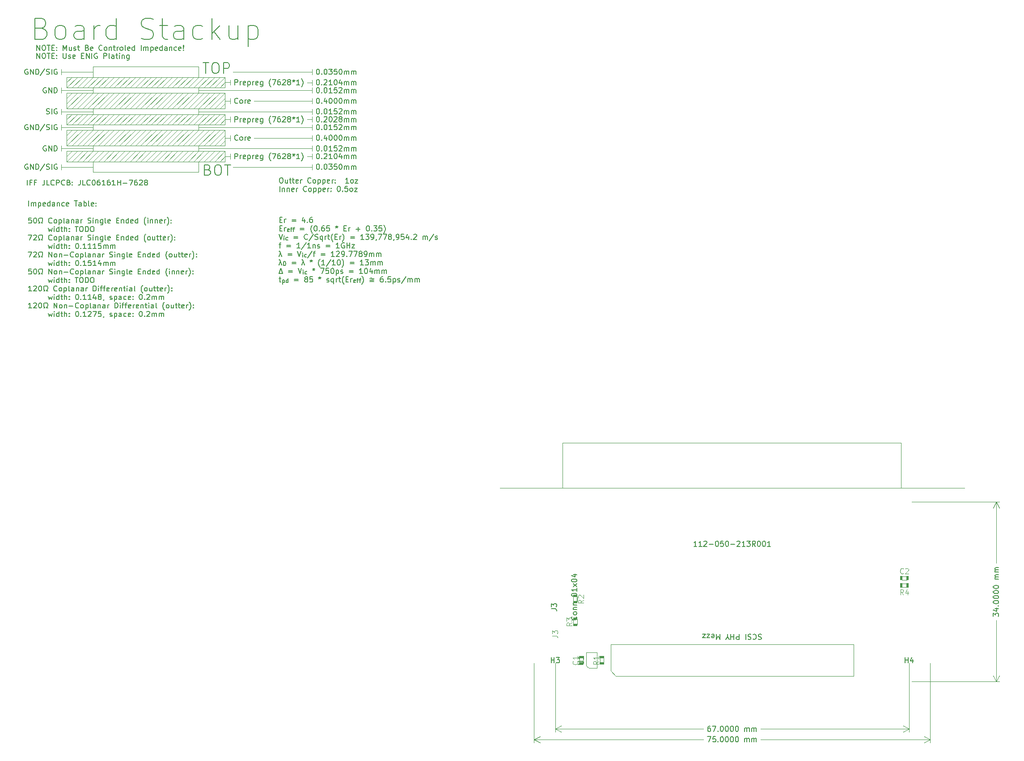
<source format=gbr>
G04 #@! TF.GenerationSoftware,KiCad,Pcbnew,8.0.6*
G04 #@! TF.CreationDate,2024-11-07T02:26:34-08:00*
G04 #@! TF.ProjectId,hvd-50-ce,6876642d-3530-42d6-9365-2e6b69636164,1*
G04 #@! TF.SameCoordinates,Original*
G04 #@! TF.FileFunction,AssemblyDrawing,Top*
%FSLAX46Y46*%
G04 Gerber Fmt 4.6, Leading zero omitted, Abs format (unit mm)*
G04 Created by KiCad (PCBNEW 8.0.6) date 2024-11-07 02:26:34*
%MOMM*%
%LPD*%
G01*
G04 APERTURE LIST*
%ADD10C,0.100000*%
%ADD11C,0.150000*%
%ADD12C,0.000000*%
%ADD13C,0.120000*%
%ADD14C,0.050000*%
G04 APERTURE END LIST*
D10*
X-161500000Y105482791D02*
X-159500000Y107482791D01*
X-163500000Y112500000D02*
X-133500000Y112500000D01*
X-155500000Y112500000D02*
X-153500000Y114500000D01*
X-153500000Y105482791D02*
X-151500000Y107482791D01*
X-135500000Y105482791D02*
X-133500000Y107482791D01*
X-160500000Y112500000D02*
X-158500000Y114500000D01*
X-117000000Y100482791D02*
X-117000000Y101482791D01*
X-140500000Y108500000D02*
X-137500000Y111500000D01*
X-133500000Y106482791D02*
X-132500000Y106482791D01*
X-162500000Y112500000D02*
X-160500000Y114500000D01*
X-143500000Y98482791D02*
X-141500000Y100482791D01*
X-138500000Y104982791D02*
X-117000000Y104982791D01*
X-136500000Y105482791D02*
X-134500000Y107482791D01*
X-152500000Y112500000D02*
X-150500000Y114500000D01*
X-162500000Y108500000D02*
X-159500000Y111500000D01*
X-133500000Y99482791D02*
X-132500000Y99482791D01*
X-141500000Y108500000D02*
X-138500000Y111500000D01*
X-150500000Y98482791D02*
X-148500000Y100482791D01*
X-158500000Y100482791D02*
X-163500000Y100482791D01*
X-146500000Y105482791D02*
X-144500000Y107482791D01*
X-158500000Y112500000D02*
X-156500000Y114500000D01*
X-133500000Y110000000D02*
X-132500000Y110000000D01*
X-156500000Y108500000D02*
X-153500000Y111500000D01*
X-141500000Y101482791D02*
X-138500000Y104482791D01*
X-138500000Y98482791D02*
X-136500000Y100482791D01*
X-117000000Y107482791D02*
X-117000000Y108482791D01*
X-163500000Y98482791D02*
X-161500000Y100482791D01*
X-146500000Y98482791D02*
X-144500000Y100482791D01*
X-151500000Y112500000D02*
X-149500000Y114500000D01*
X-148500000Y98482791D02*
X-146500000Y100482791D01*
X-158500000Y107482791D02*
X-163500000Y107482791D01*
X-146500000Y108500000D02*
X-143500000Y111500000D01*
X-138500000Y105482791D02*
X-136500000Y107482791D01*
X-159500000Y112500000D02*
X-157500000Y114500000D01*
X-160500000Y98482791D02*
X-158500000Y100482791D01*
X-134500000Y108500000D02*
X-133500000Y109500000D01*
X-159500000Y108500000D02*
X-156500000Y111500000D01*
X-154500000Y101482791D02*
X-151500000Y104482791D01*
X-117000000Y114982791D02*
X-117000000Y115982791D01*
X-137500000Y101482791D02*
X-134500000Y104482791D01*
X-138500000Y96482791D02*
X-158500000Y96482791D01*
X-138500000Y105482791D02*
X-138500000Y104482791D01*
X-163500000Y113500000D02*
X-162500000Y114500000D01*
X-146500000Y101482791D02*
X-143500000Y104482791D01*
X-163500000Y105482791D02*
X-133500000Y105482791D01*
X-138500000Y111500000D02*
X-158500000Y111500000D01*
X-141500000Y98482791D02*
X-139500000Y100482791D01*
X-133500000Y105482791D02*
X-133500000Y107482791D01*
X-163500000Y111500000D02*
X-163500000Y108500000D01*
X-148500000Y108500000D02*
X-145500000Y111500000D01*
X-138500000Y116482791D02*
X-158500000Y116482791D01*
X-163500000Y110500000D02*
X-162500000Y111500000D01*
X-134500000Y105482791D02*
X-133500000Y106482791D01*
X-150500000Y112500000D02*
X-148500000Y114500000D01*
X-153500000Y108500000D02*
X-150500000Y111500000D01*
X-161500000Y112500000D02*
X-159500000Y114500000D01*
X-158500000Y100982791D02*
X-164500000Y100982791D01*
X-149500000Y108500000D02*
X-146500000Y111500000D01*
X-154500000Y108500000D02*
X-151500000Y111500000D01*
X-158500000Y111500000D02*
X-158500000Y112500000D01*
X-164500000Y111500000D02*
X-164500000Y112500000D01*
X-133500000Y104482791D02*
X-138500000Y104482791D01*
X-156500000Y98482791D02*
X-154500000Y100482791D01*
X-153500000Y101482791D02*
X-150500000Y104482791D01*
X-158500000Y107482791D02*
X-158500000Y108482791D01*
X-134500000Y98482791D02*
X-133500000Y99482791D01*
X-163500000Y102482791D02*
X-161500000Y104482791D01*
X-132500000Y105982791D02*
X-132500000Y106982791D01*
X-164500000Y96982791D02*
X-164500000Y97982791D01*
X-157500000Y112500000D02*
X-155500000Y114500000D01*
X-133500000Y114500000D02*
X-138500000Y114500000D01*
X-163500000Y103482791D02*
X-162500000Y104482791D01*
X-138500000Y104482791D02*
X-158500000Y104482791D01*
X-158500000Y105482791D02*
X-156500000Y107482791D01*
X-154500000Y105482791D02*
X-152500000Y107482791D01*
X-140500000Y101482791D02*
X-137500000Y104482791D01*
X-143500000Y105482791D02*
X-141500000Y107482791D01*
X-152500000Y98482791D02*
X-150500000Y100482791D01*
X-117000000Y98982791D02*
X-117000000Y99982791D01*
X-153500000Y112500000D02*
X-151500000Y114500000D01*
X-153500000Y98482791D02*
X-151500000Y100482791D01*
X-158500000Y100482791D02*
X-138500000Y100482791D01*
X-117000000Y109482791D02*
X-117000000Y110482791D01*
X-133500000Y108500000D02*
X-133500000Y111500000D01*
X-145500000Y105482791D02*
X-143500000Y107482791D01*
X-140500000Y112500000D02*
X-138500000Y114500000D01*
X-147500000Y108500000D02*
X-144500000Y111500000D01*
X-137500000Y108500000D02*
X-134500000Y111500000D01*
X-156500000Y101482791D02*
X-153500000Y104482791D01*
X-151500000Y101482791D02*
X-148500000Y104482791D01*
X-128000000Y109982791D02*
X-117000000Y109982791D01*
X-155500000Y98482791D02*
X-153500000Y100482791D01*
X-158500000Y101482791D02*
X-155500000Y104482791D01*
X-140500000Y105482791D02*
X-138500000Y107482791D01*
X-156500000Y112500000D02*
X-154500000Y114500000D01*
X-137500000Y105482791D02*
X-135500000Y107482791D01*
X-151500000Y98482791D02*
X-149500000Y100482791D01*
X-148500000Y105482791D02*
X-146500000Y107482791D01*
X-158500000Y104982791D02*
X-164500000Y104982791D01*
X-135500000Y108500000D02*
X-133500000Y110500000D01*
X-138500000Y114482791D02*
X-138500000Y116482791D01*
X-144500000Y101482791D02*
X-141500000Y104482791D01*
X-158500000Y104482791D02*
X-163500000Y104482791D01*
X-136500000Y112500000D02*
X-134500000Y114500000D01*
X-138500000Y108482791D02*
X-138500000Y107482791D01*
X-145500000Y101482791D02*
X-142500000Y104482791D01*
X-162500000Y101482791D02*
X-159500000Y104482791D01*
X-156500000Y105482791D02*
X-154500000Y107482791D01*
X-141500000Y112500000D02*
X-139500000Y114500000D01*
X-138500000Y100982791D02*
X-117000000Y100982791D01*
X-117000000Y102482791D02*
X-117000000Y103482791D01*
X-133500000Y107482791D02*
X-138500000Y107482791D01*
X-158500000Y104482791D02*
X-158500000Y105482791D01*
X-149500000Y98482791D02*
X-147500000Y100482791D01*
X-149500000Y105482791D02*
X-147500000Y107482791D01*
X-158500000Y105482791D02*
X-163500000Y105482791D01*
X-164500000Y114982791D02*
X-164500000Y115982791D01*
X-142500000Y112500000D02*
X-140500000Y114500000D01*
X-143500000Y108500000D02*
X-140500000Y111500000D01*
X-132000000Y115482791D02*
X-117000000Y115482791D01*
X-142500000Y98482791D02*
X-140500000Y100482791D01*
X-139500000Y112500000D02*
X-137500000Y114500000D01*
X-137500000Y112500000D02*
X-135500000Y114500000D01*
X-163500000Y101482791D02*
X-133500000Y101482791D01*
X-148500000Y101482791D02*
X-145500000Y104482791D01*
X-158500000Y105482791D02*
X-138500000Y105482791D01*
X-148500000Y112500000D02*
X-146500000Y114500000D01*
X-157500000Y108500000D02*
X-154500000Y111500000D01*
X-151500000Y105482791D02*
X-149500000Y107482791D01*
X-150500000Y105482791D02*
X-148500000Y107482791D01*
X-117000000Y111482791D02*
X-117000000Y112482791D01*
X-138500000Y112500000D02*
X-136500000Y114500000D01*
X-133500000Y100482791D02*
X-138500000Y100482791D01*
X-118000000Y106482791D02*
X-117000000Y106482791D01*
X-146500000Y112500000D02*
X-144500000Y114500000D01*
X-117000000Y112982791D02*
X-117000000Y113982791D01*
X-143500000Y101482791D02*
X-140500000Y104482791D01*
X-163500000Y106482791D02*
X-162500000Y107482791D01*
X-161500000Y108500000D02*
X-158500000Y111500000D01*
X-136500000Y108500000D02*
X-133500000Y111500000D01*
X-144500000Y108500000D02*
X-141500000Y111500000D01*
X-145500000Y98482791D02*
X-143500000Y100482791D01*
X-139500000Y105482791D02*
X-137500000Y107482791D01*
X-154500000Y112500000D02*
X-152500000Y114500000D01*
X-138500000Y96482791D02*
X-138500000Y98482791D01*
X-141500000Y105482791D02*
X-139500000Y107482791D01*
X-159500000Y98482791D02*
X-157500000Y100482791D01*
X-163500000Y98482791D02*
X-133500000Y98482791D01*
X-142500000Y105482791D02*
X-140500000Y107482791D01*
X-158500000Y116482791D02*
X-158500000Y114482791D01*
X-132500000Y98982791D02*
X-132500000Y99982791D01*
X-158500000Y114500000D02*
X-163500000Y114500000D01*
X-133500000Y112500000D02*
X-133500000Y114500000D01*
X-160500000Y105482791D02*
X-158500000Y107482791D01*
X-118000000Y113482791D02*
X-117000000Y113482791D01*
X-163500000Y105482791D02*
X-161500000Y107482791D01*
X-150500000Y108500000D02*
X-147500000Y111500000D01*
X-136500000Y101482791D02*
X-133500000Y104482791D01*
X-128000000Y102982791D02*
X-117000000Y102982791D01*
X-138500000Y107982791D02*
X-117000000Y107982791D01*
X-117000000Y105982791D02*
X-117000000Y106982791D01*
X-133500000Y102982791D02*
X-132500000Y102982791D01*
X-161500000Y101482791D02*
X-158500000Y104482791D01*
X-117000000Y96982791D02*
X-117000000Y97982791D01*
X-158500000Y111500000D02*
X-163500000Y111500000D01*
X-149500000Y101482791D02*
X-146500000Y104482791D01*
X-151500000Y108500000D02*
X-148500000Y111500000D01*
X-138500000Y101482791D02*
X-138500000Y100482791D01*
X-163500000Y108500000D02*
X-133500000Y108500000D01*
X-150500000Y101482791D02*
X-147500000Y104482791D01*
X-154500000Y98482791D02*
X-152500000Y100482791D01*
X-152500000Y101482791D02*
X-149500000Y104482791D01*
X-158500000Y107982791D02*
X-164500000Y107982791D01*
X-134500000Y101482791D02*
X-133500000Y102482791D01*
X-164500000Y100482791D02*
X-164500000Y101482791D01*
X-118000000Y99482791D02*
X-117000000Y99482791D01*
X-157500000Y101482791D02*
X-154500000Y104482791D01*
X-164500000Y104482791D02*
X-164500000Y105482791D01*
X-138500000Y112500000D02*
X-138500000Y111500000D01*
X-145500000Y108500000D02*
X-142500000Y111500000D01*
X-160500000Y101482791D02*
X-157500000Y104482791D01*
X-163500000Y107482791D02*
X-163500000Y105482791D01*
X-161500000Y98482791D02*
X-159500000Y100482791D01*
X-158500000Y98482791D02*
X-156500000Y100482791D01*
X-158500000Y97482791D02*
X-164500000Y97482791D01*
X-147500000Y105482791D02*
X-145500000Y107482791D01*
X-152500000Y108500000D02*
X-149500000Y111500000D01*
X-132500000Y109500000D02*
X-132500000Y110500000D01*
X-142500000Y108500000D02*
X-139500000Y111500000D01*
X-133500000Y101482791D02*
X-133500000Y104482791D01*
X-149500000Y112500000D02*
X-147500000Y114500000D01*
X-133500000Y98482791D02*
X-133500000Y100482791D01*
X-162500000Y98482791D02*
X-160500000Y100482791D01*
X-158500000Y108500000D02*
X-155500000Y111500000D01*
X-144500000Y112500000D02*
X-142500000Y114500000D01*
X-147500000Y112500000D02*
X-145500000Y114500000D01*
X-158500000Y114500000D02*
X-138500000Y114500000D01*
X-155500000Y105482791D02*
X-153500000Y107482791D01*
X-163500000Y99482791D02*
X-162500000Y100482791D01*
X-158500000Y107482791D02*
X-138500000Y107482791D01*
X-164500000Y107482791D02*
X-164500000Y108482791D01*
X-159500000Y105482791D02*
X-157500000Y107482791D01*
X-147500000Y101482791D02*
X-144500000Y104482791D01*
X-162500000Y105482791D02*
X-160500000Y107482791D01*
X-144500000Y105482791D02*
X-142500000Y107482791D01*
X-133500000Y105482791D02*
X-138500000Y105482791D01*
X-158500000Y100482791D02*
X-158500000Y101482791D01*
X-135500000Y101482791D02*
X-133500000Y103482791D01*
X-132500000Y102482791D02*
X-132500000Y103482791D01*
X-157500000Y105482791D02*
X-155500000Y107482791D01*
X-135500000Y112500000D02*
X-133500000Y114500000D01*
X-157500000Y98482791D02*
X-155500000Y100482791D01*
X-155500000Y101482791D02*
X-152500000Y104482791D01*
X-155500000Y108500000D02*
X-152500000Y111500000D01*
X-139500000Y101482791D02*
X-136500000Y104482791D01*
X-133500000Y111500000D02*
X-138500000Y111500000D01*
X-158500000Y98482791D02*
X-158500000Y96482791D01*
X-159500000Y101482791D02*
X-156500000Y104482791D01*
X-135500000Y98482791D02*
X-133500000Y100482791D01*
X-152500000Y105482791D02*
X-150500000Y107482791D01*
X-132000000Y97482791D02*
X-117000000Y97482791D01*
X-139500000Y98482791D02*
X-137500000Y100482791D01*
X-142500000Y101482791D02*
X-139500000Y104482791D01*
X-163500000Y100482791D02*
X-163500000Y98482791D01*
X-163500000Y104482791D02*
X-163500000Y101482791D01*
X-138500000Y108500000D02*
X-135500000Y111500000D01*
X-136500000Y98482791D02*
X-134500000Y100482791D01*
X-158500000Y112000000D02*
X-164500000Y112000000D01*
X-163500000Y101482791D02*
X-160500000Y104482791D01*
X-163500000Y108500000D02*
X-160500000Y111500000D01*
X-158500000Y115482791D02*
X-164500000Y115482791D01*
X-117000000Y104482791D02*
X-117000000Y105482791D01*
X-147500000Y98482791D02*
X-145500000Y100482791D01*
X-163500000Y114500000D02*
X-163500000Y112500000D01*
X-137500000Y98482791D02*
X-135500000Y100482791D01*
X-134500000Y112500000D02*
X-133500000Y113500000D01*
X-133500000Y113500000D02*
X-132500000Y113500000D01*
X-144500000Y98482791D02*
X-142500000Y100482791D01*
X-140500000Y98482791D02*
X-138500000Y100482791D01*
X-143500000Y112500000D02*
X-141500000Y114500000D01*
X-145500000Y112500000D02*
X-143500000Y114500000D01*
X-163500000Y109500000D02*
X-161500000Y111500000D01*
X-160500000Y108500000D02*
X-157500000Y111500000D01*
X-132500000Y113000000D02*
X-132500000Y114000000D01*
X-163500000Y112500000D02*
X-161500000Y114500000D01*
X-138500000Y111982791D02*
X-117000000Y111982791D01*
X-138500000Y101482791D02*
X-135500000Y104482791D01*
X-139500000Y108500000D02*
X-136500000Y111500000D01*
D11*
X-167384399Y112480353D02*
X-167479637Y112527972D01*
X-167479637Y112527972D02*
X-167622494Y112527972D01*
X-167622494Y112527972D02*
X-167765351Y112480353D01*
X-167765351Y112480353D02*
X-167860589Y112385115D01*
X-167860589Y112385115D02*
X-167908208Y112289877D01*
X-167908208Y112289877D02*
X-167955827Y112099401D01*
X-167955827Y112099401D02*
X-167955827Y111956544D01*
X-167955827Y111956544D02*
X-167908208Y111766068D01*
X-167908208Y111766068D02*
X-167860589Y111670830D01*
X-167860589Y111670830D02*
X-167765351Y111575591D01*
X-167765351Y111575591D02*
X-167622494Y111527972D01*
X-167622494Y111527972D02*
X-167527256Y111527972D01*
X-167527256Y111527972D02*
X-167384399Y111575591D01*
X-167384399Y111575591D02*
X-167336780Y111623211D01*
X-167336780Y111623211D02*
X-167336780Y111956544D01*
X-167336780Y111956544D02*
X-167527256Y111956544D01*
X-166908208Y111527972D02*
X-166908208Y112527972D01*
X-166908208Y112527972D02*
X-166336780Y111527972D01*
X-166336780Y111527972D02*
X-166336780Y112527972D01*
X-165860589Y111527972D02*
X-165860589Y112527972D01*
X-165860589Y112527972D02*
X-165622494Y112527972D01*
X-165622494Y112527972D02*
X-165479637Y112480353D01*
X-165479637Y112480353D02*
X-165384399Y112385115D01*
X-165384399Y112385115D02*
X-165336780Y112289877D01*
X-165336780Y112289877D02*
X-165289161Y112099401D01*
X-165289161Y112099401D02*
X-165289161Y111956544D01*
X-165289161Y111956544D02*
X-165336780Y111766068D01*
X-165336780Y111766068D02*
X-165384399Y111670830D01*
X-165384399Y111670830D02*
X-165479637Y111575591D01*
X-165479637Y111575591D02*
X-165622494Y111527972D01*
X-165622494Y111527972D02*
X-165860589Y111527972D01*
X-115972745Y110527972D02*
X-115877507Y110527972D01*
X-115877507Y110527972D02*
X-115782269Y110480353D01*
X-115782269Y110480353D02*
X-115734650Y110432734D01*
X-115734650Y110432734D02*
X-115687031Y110337496D01*
X-115687031Y110337496D02*
X-115639412Y110147020D01*
X-115639412Y110147020D02*
X-115639412Y109908925D01*
X-115639412Y109908925D02*
X-115687031Y109718449D01*
X-115687031Y109718449D02*
X-115734650Y109623211D01*
X-115734650Y109623211D02*
X-115782269Y109575591D01*
X-115782269Y109575591D02*
X-115877507Y109527972D01*
X-115877507Y109527972D02*
X-115972745Y109527972D01*
X-115972745Y109527972D02*
X-116067983Y109575591D01*
X-116067983Y109575591D02*
X-116115602Y109623211D01*
X-116115602Y109623211D02*
X-116163221Y109718449D01*
X-116163221Y109718449D02*
X-116210840Y109908925D01*
X-116210840Y109908925D02*
X-116210840Y110147020D01*
X-116210840Y110147020D02*
X-116163221Y110337496D01*
X-116163221Y110337496D02*
X-116115602Y110432734D01*
X-116115602Y110432734D02*
X-116067983Y110480353D01*
X-116067983Y110480353D02*
X-115972745Y110527972D01*
X-115210840Y109623211D02*
X-115163221Y109575591D01*
X-115163221Y109575591D02*
X-115210840Y109527972D01*
X-115210840Y109527972D02*
X-115258459Y109575591D01*
X-115258459Y109575591D02*
X-115210840Y109623211D01*
X-115210840Y109623211D02*
X-115210840Y109527972D01*
X-114306079Y110194639D02*
X-114306079Y109527972D01*
X-114544174Y110575591D02*
X-114782269Y109861306D01*
X-114782269Y109861306D02*
X-114163222Y109861306D01*
X-113591793Y110527972D02*
X-113496555Y110527972D01*
X-113496555Y110527972D02*
X-113401317Y110480353D01*
X-113401317Y110480353D02*
X-113353698Y110432734D01*
X-113353698Y110432734D02*
X-113306079Y110337496D01*
X-113306079Y110337496D02*
X-113258460Y110147020D01*
X-113258460Y110147020D02*
X-113258460Y109908925D01*
X-113258460Y109908925D02*
X-113306079Y109718449D01*
X-113306079Y109718449D02*
X-113353698Y109623211D01*
X-113353698Y109623211D02*
X-113401317Y109575591D01*
X-113401317Y109575591D02*
X-113496555Y109527972D01*
X-113496555Y109527972D02*
X-113591793Y109527972D01*
X-113591793Y109527972D02*
X-113687031Y109575591D01*
X-113687031Y109575591D02*
X-113734650Y109623211D01*
X-113734650Y109623211D02*
X-113782269Y109718449D01*
X-113782269Y109718449D02*
X-113829888Y109908925D01*
X-113829888Y109908925D02*
X-113829888Y110147020D01*
X-113829888Y110147020D02*
X-113782269Y110337496D01*
X-113782269Y110337496D02*
X-113734650Y110432734D01*
X-113734650Y110432734D02*
X-113687031Y110480353D01*
X-113687031Y110480353D02*
X-113591793Y110527972D01*
X-112639412Y110527972D02*
X-112544174Y110527972D01*
X-112544174Y110527972D02*
X-112448936Y110480353D01*
X-112448936Y110480353D02*
X-112401317Y110432734D01*
X-112401317Y110432734D02*
X-112353698Y110337496D01*
X-112353698Y110337496D02*
X-112306079Y110147020D01*
X-112306079Y110147020D02*
X-112306079Y109908925D01*
X-112306079Y109908925D02*
X-112353698Y109718449D01*
X-112353698Y109718449D02*
X-112401317Y109623211D01*
X-112401317Y109623211D02*
X-112448936Y109575591D01*
X-112448936Y109575591D02*
X-112544174Y109527972D01*
X-112544174Y109527972D02*
X-112639412Y109527972D01*
X-112639412Y109527972D02*
X-112734650Y109575591D01*
X-112734650Y109575591D02*
X-112782269Y109623211D01*
X-112782269Y109623211D02*
X-112829888Y109718449D01*
X-112829888Y109718449D02*
X-112877507Y109908925D01*
X-112877507Y109908925D02*
X-112877507Y110147020D01*
X-112877507Y110147020D02*
X-112829888Y110337496D01*
X-112829888Y110337496D02*
X-112782269Y110432734D01*
X-112782269Y110432734D02*
X-112734650Y110480353D01*
X-112734650Y110480353D02*
X-112639412Y110527972D01*
X-111687031Y110527972D02*
X-111591793Y110527972D01*
X-111591793Y110527972D02*
X-111496555Y110480353D01*
X-111496555Y110480353D02*
X-111448936Y110432734D01*
X-111448936Y110432734D02*
X-111401317Y110337496D01*
X-111401317Y110337496D02*
X-111353698Y110147020D01*
X-111353698Y110147020D02*
X-111353698Y109908925D01*
X-111353698Y109908925D02*
X-111401317Y109718449D01*
X-111401317Y109718449D02*
X-111448936Y109623211D01*
X-111448936Y109623211D02*
X-111496555Y109575591D01*
X-111496555Y109575591D02*
X-111591793Y109527972D01*
X-111591793Y109527972D02*
X-111687031Y109527972D01*
X-111687031Y109527972D02*
X-111782269Y109575591D01*
X-111782269Y109575591D02*
X-111829888Y109623211D01*
X-111829888Y109623211D02*
X-111877507Y109718449D01*
X-111877507Y109718449D02*
X-111925126Y109908925D01*
X-111925126Y109908925D02*
X-111925126Y110147020D01*
X-111925126Y110147020D02*
X-111877507Y110337496D01*
X-111877507Y110337496D02*
X-111829888Y110432734D01*
X-111829888Y110432734D02*
X-111782269Y110480353D01*
X-111782269Y110480353D02*
X-111687031Y110527972D01*
X-110925126Y109527972D02*
X-110925126Y110194639D01*
X-110925126Y110099401D02*
X-110877507Y110147020D01*
X-110877507Y110147020D02*
X-110782269Y110194639D01*
X-110782269Y110194639D02*
X-110639412Y110194639D01*
X-110639412Y110194639D02*
X-110544174Y110147020D01*
X-110544174Y110147020D02*
X-110496555Y110051782D01*
X-110496555Y110051782D02*
X-110496555Y109527972D01*
X-110496555Y110051782D02*
X-110448936Y110147020D01*
X-110448936Y110147020D02*
X-110353698Y110194639D01*
X-110353698Y110194639D02*
X-110210841Y110194639D01*
X-110210841Y110194639D02*
X-110115602Y110147020D01*
X-110115602Y110147020D02*
X-110067983Y110051782D01*
X-110067983Y110051782D02*
X-110067983Y109527972D01*
X-109591793Y109527972D02*
X-109591793Y110194639D01*
X-109591793Y110099401D02*
X-109544174Y110147020D01*
X-109544174Y110147020D02*
X-109448936Y110194639D01*
X-109448936Y110194639D02*
X-109306079Y110194639D01*
X-109306079Y110194639D02*
X-109210841Y110147020D01*
X-109210841Y110147020D02*
X-109163222Y110051782D01*
X-109163222Y110051782D02*
X-109163222Y109527972D01*
X-109163222Y110051782D02*
X-109115603Y110147020D01*
X-109115603Y110147020D02*
X-109020365Y110194639D01*
X-109020365Y110194639D02*
X-108877508Y110194639D01*
X-108877508Y110194639D02*
X-108782269Y110147020D01*
X-108782269Y110147020D02*
X-108734650Y110051782D01*
X-108734650Y110051782D02*
X-108734650Y109527972D01*
X-123163221Y87473599D02*
X-122829888Y87473599D01*
X-122687031Y86949789D02*
X-123163221Y86949789D01*
X-123163221Y86949789D02*
X-123163221Y87949789D01*
X-123163221Y87949789D02*
X-122687031Y87949789D01*
X-122258459Y86949789D02*
X-122258459Y87616456D01*
X-122258459Y87425980D02*
X-122210840Y87521218D01*
X-122210840Y87521218D02*
X-122163221Y87568837D01*
X-122163221Y87568837D02*
X-122067983Y87616456D01*
X-122067983Y87616456D02*
X-121972745Y87616456D01*
X-120877506Y87473599D02*
X-120115601Y87473599D01*
X-120115601Y87187885D02*
X-120877506Y87187885D01*
X-118448935Y87616456D02*
X-118448935Y86949789D01*
X-118687030Y87997408D02*
X-118925125Y87283123D01*
X-118925125Y87283123D02*
X-118306078Y87283123D01*
X-117925125Y87045028D02*
X-117877506Y86997408D01*
X-117877506Y86997408D02*
X-117925125Y86949789D01*
X-117925125Y86949789D02*
X-117972744Y86997408D01*
X-117972744Y86997408D02*
X-117925125Y87045028D01*
X-117925125Y87045028D02*
X-117925125Y86949789D01*
X-117020364Y87949789D02*
X-117210840Y87949789D01*
X-117210840Y87949789D02*
X-117306078Y87902170D01*
X-117306078Y87902170D02*
X-117353697Y87854551D01*
X-117353697Y87854551D02*
X-117448935Y87711694D01*
X-117448935Y87711694D02*
X-117496554Y87521218D01*
X-117496554Y87521218D02*
X-117496554Y87140266D01*
X-117496554Y87140266D02*
X-117448935Y87045028D01*
X-117448935Y87045028D02*
X-117401316Y86997408D01*
X-117401316Y86997408D02*
X-117306078Y86949789D01*
X-117306078Y86949789D02*
X-117115602Y86949789D01*
X-117115602Y86949789D02*
X-117020364Y86997408D01*
X-117020364Y86997408D02*
X-116972745Y87045028D01*
X-116972745Y87045028D02*
X-116925126Y87140266D01*
X-116925126Y87140266D02*
X-116925126Y87378361D01*
X-116925126Y87378361D02*
X-116972745Y87473599D01*
X-116972745Y87473599D02*
X-117020364Y87521218D01*
X-117020364Y87521218D02*
X-117115602Y87568837D01*
X-117115602Y87568837D02*
X-117306078Y87568837D01*
X-117306078Y87568837D02*
X-117401316Y87521218D01*
X-117401316Y87521218D02*
X-117448935Y87473599D01*
X-117448935Y87473599D02*
X-117496554Y87378361D01*
X-123163221Y85863655D02*
X-122829888Y85863655D01*
X-122687031Y85339845D02*
X-123163221Y85339845D01*
X-123163221Y85339845D02*
X-123163221Y86339845D01*
X-123163221Y86339845D02*
X-122687031Y86339845D01*
X-122258459Y85339845D02*
X-122258459Y86006512D01*
X-122258459Y85816036D02*
X-122210840Y85911274D01*
X-122210840Y85911274D02*
X-122163221Y85958893D01*
X-122163221Y85958893D02*
X-122067983Y86006512D01*
X-122067983Y86006512D02*
X-121972745Y86006512D01*
X-121382268Y85267464D02*
X-121458459Y85229369D01*
X-121458459Y85229369D02*
X-121610840Y85229369D01*
X-121610840Y85229369D02*
X-121687030Y85267464D01*
X-121687030Y85267464D02*
X-121725126Y85343655D01*
X-121725126Y85343655D02*
X-121725126Y85648417D01*
X-121725126Y85648417D02*
X-121687030Y85724607D01*
X-121687030Y85724607D02*
X-121610840Y85762703D01*
X-121610840Y85762703D02*
X-121458459Y85762703D01*
X-121458459Y85762703D02*
X-121382268Y85724607D01*
X-121382268Y85724607D02*
X-121344173Y85648417D01*
X-121344173Y85648417D02*
X-121344173Y85572226D01*
X-121344173Y85572226D02*
X-121725126Y85496036D01*
X-121115602Y85762703D02*
X-120810840Y85762703D01*
X-121001316Y85229369D02*
X-121001316Y85915084D01*
X-121001316Y85915084D02*
X-120963221Y85991274D01*
X-120963221Y85991274D02*
X-120887031Y86029369D01*
X-120887031Y86029369D02*
X-120810840Y86029369D01*
X-120658459Y85762703D02*
X-120353697Y85762703D01*
X-120544173Y85229369D02*
X-120544173Y85915084D01*
X-120544173Y85915084D02*
X-120506078Y85991274D01*
X-120506078Y85991274D02*
X-120429888Y86029369D01*
X-120429888Y86029369D02*
X-120353697Y86029369D01*
X-119277506Y85863655D02*
X-118515601Y85863655D01*
X-118515601Y85577941D02*
X-119277506Y85577941D01*
X-116991792Y84958893D02*
X-117039411Y85006512D01*
X-117039411Y85006512D02*
X-117134649Y85149369D01*
X-117134649Y85149369D02*
X-117182268Y85244607D01*
X-117182268Y85244607D02*
X-117229887Y85387464D01*
X-117229887Y85387464D02*
X-117277506Y85625560D01*
X-117277506Y85625560D02*
X-117277506Y85816036D01*
X-117277506Y85816036D02*
X-117229887Y86054131D01*
X-117229887Y86054131D02*
X-117182268Y86196988D01*
X-117182268Y86196988D02*
X-117134649Y86292226D01*
X-117134649Y86292226D02*
X-117039411Y86435084D01*
X-117039411Y86435084D02*
X-116991792Y86482703D01*
X-116420363Y86339845D02*
X-116325125Y86339845D01*
X-116325125Y86339845D02*
X-116229887Y86292226D01*
X-116229887Y86292226D02*
X-116182268Y86244607D01*
X-116182268Y86244607D02*
X-116134649Y86149369D01*
X-116134649Y86149369D02*
X-116087030Y85958893D01*
X-116087030Y85958893D02*
X-116087030Y85720798D01*
X-116087030Y85720798D02*
X-116134649Y85530322D01*
X-116134649Y85530322D02*
X-116182268Y85435084D01*
X-116182268Y85435084D02*
X-116229887Y85387464D01*
X-116229887Y85387464D02*
X-116325125Y85339845D01*
X-116325125Y85339845D02*
X-116420363Y85339845D01*
X-116420363Y85339845D02*
X-116515601Y85387464D01*
X-116515601Y85387464D02*
X-116563220Y85435084D01*
X-116563220Y85435084D02*
X-116610839Y85530322D01*
X-116610839Y85530322D02*
X-116658458Y85720798D01*
X-116658458Y85720798D02*
X-116658458Y85958893D01*
X-116658458Y85958893D02*
X-116610839Y86149369D01*
X-116610839Y86149369D02*
X-116563220Y86244607D01*
X-116563220Y86244607D02*
X-116515601Y86292226D01*
X-116515601Y86292226D02*
X-116420363Y86339845D01*
X-115658458Y85435084D02*
X-115610839Y85387464D01*
X-115610839Y85387464D02*
X-115658458Y85339845D01*
X-115658458Y85339845D02*
X-115706077Y85387464D01*
X-115706077Y85387464D02*
X-115658458Y85435084D01*
X-115658458Y85435084D02*
X-115658458Y85339845D01*
X-114753697Y86339845D02*
X-114944173Y86339845D01*
X-114944173Y86339845D02*
X-115039411Y86292226D01*
X-115039411Y86292226D02*
X-115087030Y86244607D01*
X-115087030Y86244607D02*
X-115182268Y86101750D01*
X-115182268Y86101750D02*
X-115229887Y85911274D01*
X-115229887Y85911274D02*
X-115229887Y85530322D01*
X-115229887Y85530322D02*
X-115182268Y85435084D01*
X-115182268Y85435084D02*
X-115134649Y85387464D01*
X-115134649Y85387464D02*
X-115039411Y85339845D01*
X-115039411Y85339845D02*
X-114848935Y85339845D01*
X-114848935Y85339845D02*
X-114753697Y85387464D01*
X-114753697Y85387464D02*
X-114706078Y85435084D01*
X-114706078Y85435084D02*
X-114658459Y85530322D01*
X-114658459Y85530322D02*
X-114658459Y85768417D01*
X-114658459Y85768417D02*
X-114706078Y85863655D01*
X-114706078Y85863655D02*
X-114753697Y85911274D01*
X-114753697Y85911274D02*
X-114848935Y85958893D01*
X-114848935Y85958893D02*
X-115039411Y85958893D01*
X-115039411Y85958893D02*
X-115134649Y85911274D01*
X-115134649Y85911274D02*
X-115182268Y85863655D01*
X-115182268Y85863655D02*
X-115229887Y85768417D01*
X-113753697Y86339845D02*
X-114229887Y86339845D01*
X-114229887Y86339845D02*
X-114277506Y85863655D01*
X-114277506Y85863655D02*
X-114229887Y85911274D01*
X-114229887Y85911274D02*
X-114134649Y85958893D01*
X-114134649Y85958893D02*
X-113896554Y85958893D01*
X-113896554Y85958893D02*
X-113801316Y85911274D01*
X-113801316Y85911274D02*
X-113753697Y85863655D01*
X-113753697Y85863655D02*
X-113706078Y85768417D01*
X-113706078Y85768417D02*
X-113706078Y85530322D01*
X-113706078Y85530322D02*
X-113753697Y85435084D01*
X-113753697Y85435084D02*
X-113801316Y85387464D01*
X-113801316Y85387464D02*
X-113896554Y85339845D01*
X-113896554Y85339845D02*
X-114134649Y85339845D01*
X-114134649Y85339845D02*
X-114229887Y85387464D01*
X-114229887Y85387464D02*
X-114277506Y85435084D01*
X-112372744Y86339845D02*
X-112372744Y86101750D01*
X-112610839Y86196988D02*
X-112372744Y86101750D01*
X-112372744Y86101750D02*
X-112134649Y86196988D01*
X-112515601Y85911274D02*
X-112372744Y86101750D01*
X-112372744Y86101750D02*
X-112229887Y85911274D01*
X-110991791Y85863655D02*
X-110658458Y85863655D01*
X-110515601Y85339845D02*
X-110991791Y85339845D01*
X-110991791Y85339845D02*
X-110991791Y86339845D01*
X-110991791Y86339845D02*
X-110515601Y86339845D01*
X-110087029Y85339845D02*
X-110087029Y86006512D01*
X-110087029Y85816036D02*
X-110039410Y85911274D01*
X-110039410Y85911274D02*
X-109991791Y85958893D01*
X-109991791Y85958893D02*
X-109896553Y86006512D01*
X-109896553Y86006512D02*
X-109801315Y86006512D01*
X-108706076Y85720798D02*
X-107944171Y85720798D01*
X-108325124Y85339845D02*
X-108325124Y86101750D01*
X-106515600Y86339845D02*
X-106420362Y86339845D01*
X-106420362Y86339845D02*
X-106325124Y86292226D01*
X-106325124Y86292226D02*
X-106277505Y86244607D01*
X-106277505Y86244607D02*
X-106229886Y86149369D01*
X-106229886Y86149369D02*
X-106182267Y85958893D01*
X-106182267Y85958893D02*
X-106182267Y85720798D01*
X-106182267Y85720798D02*
X-106229886Y85530322D01*
X-106229886Y85530322D02*
X-106277505Y85435084D01*
X-106277505Y85435084D02*
X-106325124Y85387464D01*
X-106325124Y85387464D02*
X-106420362Y85339845D01*
X-106420362Y85339845D02*
X-106515600Y85339845D01*
X-106515600Y85339845D02*
X-106610838Y85387464D01*
X-106610838Y85387464D02*
X-106658457Y85435084D01*
X-106658457Y85435084D02*
X-106706076Y85530322D01*
X-106706076Y85530322D02*
X-106753695Y85720798D01*
X-106753695Y85720798D02*
X-106753695Y85958893D01*
X-106753695Y85958893D02*
X-106706076Y86149369D01*
X-106706076Y86149369D02*
X-106658457Y86244607D01*
X-106658457Y86244607D02*
X-106610838Y86292226D01*
X-106610838Y86292226D02*
X-106515600Y86339845D01*
X-105753695Y85435084D02*
X-105706076Y85387464D01*
X-105706076Y85387464D02*
X-105753695Y85339845D01*
X-105753695Y85339845D02*
X-105801314Y85387464D01*
X-105801314Y85387464D02*
X-105753695Y85435084D01*
X-105753695Y85435084D02*
X-105753695Y85339845D01*
X-105372743Y86339845D02*
X-104753696Y86339845D01*
X-104753696Y86339845D02*
X-105087029Y85958893D01*
X-105087029Y85958893D02*
X-104944172Y85958893D01*
X-104944172Y85958893D02*
X-104848934Y85911274D01*
X-104848934Y85911274D02*
X-104801315Y85863655D01*
X-104801315Y85863655D02*
X-104753696Y85768417D01*
X-104753696Y85768417D02*
X-104753696Y85530322D01*
X-104753696Y85530322D02*
X-104801315Y85435084D01*
X-104801315Y85435084D02*
X-104848934Y85387464D01*
X-104848934Y85387464D02*
X-104944172Y85339845D01*
X-104944172Y85339845D02*
X-105229886Y85339845D01*
X-105229886Y85339845D02*
X-105325124Y85387464D01*
X-105325124Y85387464D02*
X-105372743Y85435084D01*
X-103848934Y86339845D02*
X-104325124Y86339845D01*
X-104325124Y86339845D02*
X-104372743Y85863655D01*
X-104372743Y85863655D02*
X-104325124Y85911274D01*
X-104325124Y85911274D02*
X-104229886Y85958893D01*
X-104229886Y85958893D02*
X-103991791Y85958893D01*
X-103991791Y85958893D02*
X-103896553Y85911274D01*
X-103896553Y85911274D02*
X-103848934Y85863655D01*
X-103848934Y85863655D02*
X-103801315Y85768417D01*
X-103801315Y85768417D02*
X-103801315Y85530322D01*
X-103801315Y85530322D02*
X-103848934Y85435084D01*
X-103848934Y85435084D02*
X-103896553Y85387464D01*
X-103896553Y85387464D02*
X-103991791Y85339845D01*
X-103991791Y85339845D02*
X-104229886Y85339845D01*
X-104229886Y85339845D02*
X-104325124Y85387464D01*
X-104325124Y85387464D02*
X-104372743Y85435084D01*
X-103467981Y84958893D02*
X-103420362Y85006512D01*
X-103420362Y85006512D02*
X-103325124Y85149369D01*
X-103325124Y85149369D02*
X-103277505Y85244607D01*
X-103277505Y85244607D02*
X-103229886Y85387464D01*
X-103229886Y85387464D02*
X-103182267Y85625560D01*
X-103182267Y85625560D02*
X-103182267Y85816036D01*
X-103182267Y85816036D02*
X-103229886Y86054131D01*
X-103229886Y86054131D02*
X-103277505Y86196988D01*
X-103277505Y86196988D02*
X-103325124Y86292226D01*
X-103325124Y86292226D02*
X-103420362Y86435084D01*
X-103420362Y86435084D02*
X-103467981Y86482703D01*
X-123306078Y84729901D02*
X-122972745Y83729901D01*
X-122972745Y83729901D02*
X-122639412Y84729901D01*
X-122353697Y83619425D02*
X-122353697Y84152759D01*
X-122353697Y84419425D02*
X-122391793Y84381330D01*
X-122391793Y84381330D02*
X-122353697Y84343235D01*
X-122353697Y84343235D02*
X-122315602Y84381330D01*
X-122315602Y84381330D02*
X-122353697Y84419425D01*
X-122353697Y84419425D02*
X-122353697Y84343235D01*
X-121629888Y83657520D02*
X-121706079Y83619425D01*
X-121706079Y83619425D02*
X-121858460Y83619425D01*
X-121858460Y83619425D02*
X-121934650Y83657520D01*
X-121934650Y83657520D02*
X-121972745Y83695616D01*
X-121972745Y83695616D02*
X-122010841Y83771806D01*
X-122010841Y83771806D02*
X-122010841Y84000378D01*
X-122010841Y84000378D02*
X-121972745Y84076568D01*
X-121972745Y84076568D02*
X-121934650Y84114663D01*
X-121934650Y84114663D02*
X-121858460Y84152759D01*
X-121858460Y84152759D02*
X-121706079Y84152759D01*
X-121706079Y84152759D02*
X-121629888Y84114663D01*
X-120477507Y84253711D02*
X-119715602Y84253711D01*
X-119715602Y83967997D02*
X-120477507Y83967997D01*
X-117906079Y83825140D02*
X-117953698Y83777520D01*
X-117953698Y83777520D02*
X-118096555Y83729901D01*
X-118096555Y83729901D02*
X-118191793Y83729901D01*
X-118191793Y83729901D02*
X-118334650Y83777520D01*
X-118334650Y83777520D02*
X-118429888Y83872759D01*
X-118429888Y83872759D02*
X-118477507Y83967997D01*
X-118477507Y83967997D02*
X-118525126Y84158473D01*
X-118525126Y84158473D02*
X-118525126Y84301330D01*
X-118525126Y84301330D02*
X-118477507Y84491806D01*
X-118477507Y84491806D02*
X-118429888Y84587044D01*
X-118429888Y84587044D02*
X-118334650Y84682282D01*
X-118334650Y84682282D02*
X-118191793Y84729901D01*
X-118191793Y84729901D02*
X-118096555Y84729901D01*
X-118096555Y84729901D02*
X-117953698Y84682282D01*
X-117953698Y84682282D02*
X-117906079Y84634663D01*
X-116763222Y84777520D02*
X-117620364Y83491806D01*
X-116477507Y83777520D02*
X-116334650Y83729901D01*
X-116334650Y83729901D02*
X-116096555Y83729901D01*
X-116096555Y83729901D02*
X-116001317Y83777520D01*
X-116001317Y83777520D02*
X-115953698Y83825140D01*
X-115953698Y83825140D02*
X-115906079Y83920378D01*
X-115906079Y83920378D02*
X-115906079Y84015616D01*
X-115906079Y84015616D02*
X-115953698Y84110854D01*
X-115953698Y84110854D02*
X-116001317Y84158473D01*
X-116001317Y84158473D02*
X-116096555Y84206092D01*
X-116096555Y84206092D02*
X-116287031Y84253711D01*
X-116287031Y84253711D02*
X-116382269Y84301330D01*
X-116382269Y84301330D02*
X-116429888Y84348949D01*
X-116429888Y84348949D02*
X-116477507Y84444187D01*
X-116477507Y84444187D02*
X-116477507Y84539425D01*
X-116477507Y84539425D02*
X-116429888Y84634663D01*
X-116429888Y84634663D02*
X-116382269Y84682282D01*
X-116382269Y84682282D02*
X-116287031Y84729901D01*
X-116287031Y84729901D02*
X-116048936Y84729901D01*
X-116048936Y84729901D02*
X-115906079Y84682282D01*
X-115048936Y84396568D02*
X-115048936Y83396568D01*
X-115048936Y83777520D02*
X-115144174Y83729901D01*
X-115144174Y83729901D02*
X-115334650Y83729901D01*
X-115334650Y83729901D02*
X-115429888Y83777520D01*
X-115429888Y83777520D02*
X-115477507Y83825140D01*
X-115477507Y83825140D02*
X-115525126Y83920378D01*
X-115525126Y83920378D02*
X-115525126Y84206092D01*
X-115525126Y84206092D02*
X-115477507Y84301330D01*
X-115477507Y84301330D02*
X-115429888Y84348949D01*
X-115429888Y84348949D02*
X-115334650Y84396568D01*
X-115334650Y84396568D02*
X-115144174Y84396568D01*
X-115144174Y84396568D02*
X-115048936Y84348949D01*
X-114572745Y83729901D02*
X-114572745Y84396568D01*
X-114572745Y84206092D02*
X-114525126Y84301330D01*
X-114525126Y84301330D02*
X-114477507Y84348949D01*
X-114477507Y84348949D02*
X-114382269Y84396568D01*
X-114382269Y84396568D02*
X-114287031Y84396568D01*
X-114096554Y84396568D02*
X-113715602Y84396568D01*
X-113953697Y84729901D02*
X-113953697Y83872759D01*
X-113953697Y83872759D02*
X-113906078Y83777520D01*
X-113906078Y83777520D02*
X-113810840Y83729901D01*
X-113810840Y83729901D02*
X-113715602Y83729901D01*
X-113096554Y83348949D02*
X-113144173Y83396568D01*
X-113144173Y83396568D02*
X-113239411Y83539425D01*
X-113239411Y83539425D02*
X-113287030Y83634663D01*
X-113287030Y83634663D02*
X-113334649Y83777520D01*
X-113334649Y83777520D02*
X-113382268Y84015616D01*
X-113382268Y84015616D02*
X-113382268Y84206092D01*
X-113382268Y84206092D02*
X-113334649Y84444187D01*
X-113334649Y84444187D02*
X-113287030Y84587044D01*
X-113287030Y84587044D02*
X-113239411Y84682282D01*
X-113239411Y84682282D02*
X-113144173Y84825140D01*
X-113144173Y84825140D02*
X-113096554Y84872759D01*
X-112715601Y84253711D02*
X-112382268Y84253711D01*
X-112239411Y83729901D02*
X-112715601Y83729901D01*
X-112715601Y83729901D02*
X-112715601Y84729901D01*
X-112715601Y84729901D02*
X-112239411Y84729901D01*
X-111810839Y83729901D02*
X-111810839Y84396568D01*
X-111810839Y84206092D02*
X-111763220Y84301330D01*
X-111763220Y84301330D02*
X-111715601Y84348949D01*
X-111715601Y84348949D02*
X-111620363Y84396568D01*
X-111620363Y84396568D02*
X-111525125Y84396568D01*
X-111287029Y83348949D02*
X-111239410Y83396568D01*
X-111239410Y83396568D02*
X-111144172Y83539425D01*
X-111144172Y83539425D02*
X-111096553Y83634663D01*
X-111096553Y83634663D02*
X-111048934Y83777520D01*
X-111048934Y83777520D02*
X-111001315Y84015616D01*
X-111001315Y84015616D02*
X-111001315Y84206092D01*
X-111001315Y84206092D02*
X-111048934Y84444187D01*
X-111048934Y84444187D02*
X-111096553Y84587044D01*
X-111096553Y84587044D02*
X-111144172Y84682282D01*
X-111144172Y84682282D02*
X-111239410Y84825140D01*
X-111239410Y84825140D02*
X-111287029Y84872759D01*
X-109763219Y84253711D02*
X-109001314Y84253711D01*
X-109001314Y83967997D02*
X-109763219Y83967997D01*
X-107239410Y83729901D02*
X-107810838Y83729901D01*
X-107525124Y83729901D02*
X-107525124Y84729901D01*
X-107525124Y84729901D02*
X-107620362Y84587044D01*
X-107620362Y84587044D02*
X-107715600Y84491806D01*
X-107715600Y84491806D02*
X-107810838Y84444187D01*
X-106906076Y84729901D02*
X-106287029Y84729901D01*
X-106287029Y84729901D02*
X-106620362Y84348949D01*
X-106620362Y84348949D02*
X-106477505Y84348949D01*
X-106477505Y84348949D02*
X-106382267Y84301330D01*
X-106382267Y84301330D02*
X-106334648Y84253711D01*
X-106334648Y84253711D02*
X-106287029Y84158473D01*
X-106287029Y84158473D02*
X-106287029Y83920378D01*
X-106287029Y83920378D02*
X-106334648Y83825140D01*
X-106334648Y83825140D02*
X-106382267Y83777520D01*
X-106382267Y83777520D02*
X-106477505Y83729901D01*
X-106477505Y83729901D02*
X-106763219Y83729901D01*
X-106763219Y83729901D02*
X-106858457Y83777520D01*
X-106858457Y83777520D02*
X-106906076Y83825140D01*
X-105810838Y83729901D02*
X-105620362Y83729901D01*
X-105620362Y83729901D02*
X-105525124Y83777520D01*
X-105525124Y83777520D02*
X-105477505Y83825140D01*
X-105477505Y83825140D02*
X-105382267Y83967997D01*
X-105382267Y83967997D02*
X-105334648Y84158473D01*
X-105334648Y84158473D02*
X-105334648Y84539425D01*
X-105334648Y84539425D02*
X-105382267Y84634663D01*
X-105382267Y84634663D02*
X-105429886Y84682282D01*
X-105429886Y84682282D02*
X-105525124Y84729901D01*
X-105525124Y84729901D02*
X-105715600Y84729901D01*
X-105715600Y84729901D02*
X-105810838Y84682282D01*
X-105810838Y84682282D02*
X-105858457Y84634663D01*
X-105858457Y84634663D02*
X-105906076Y84539425D01*
X-105906076Y84539425D02*
X-105906076Y84301330D01*
X-105906076Y84301330D02*
X-105858457Y84206092D01*
X-105858457Y84206092D02*
X-105810838Y84158473D01*
X-105810838Y84158473D02*
X-105715600Y84110854D01*
X-105715600Y84110854D02*
X-105525124Y84110854D01*
X-105525124Y84110854D02*
X-105429886Y84158473D01*
X-105429886Y84158473D02*
X-105382267Y84206092D01*
X-105382267Y84206092D02*
X-105334648Y84301330D01*
X-104858457Y83777520D02*
X-104858457Y83729901D01*
X-104858457Y83729901D02*
X-104906076Y83634663D01*
X-104906076Y83634663D02*
X-104953695Y83587044D01*
X-104525124Y84729901D02*
X-103858458Y84729901D01*
X-103858458Y84729901D02*
X-104287029Y83729901D01*
X-103572743Y84729901D02*
X-102906077Y84729901D01*
X-102906077Y84729901D02*
X-103334648Y83729901D01*
X-102382267Y84301330D02*
X-102477505Y84348949D01*
X-102477505Y84348949D02*
X-102525124Y84396568D01*
X-102525124Y84396568D02*
X-102572743Y84491806D01*
X-102572743Y84491806D02*
X-102572743Y84539425D01*
X-102572743Y84539425D02*
X-102525124Y84634663D01*
X-102525124Y84634663D02*
X-102477505Y84682282D01*
X-102477505Y84682282D02*
X-102382267Y84729901D01*
X-102382267Y84729901D02*
X-102191791Y84729901D01*
X-102191791Y84729901D02*
X-102096553Y84682282D01*
X-102096553Y84682282D02*
X-102048934Y84634663D01*
X-102048934Y84634663D02*
X-102001315Y84539425D01*
X-102001315Y84539425D02*
X-102001315Y84491806D01*
X-102001315Y84491806D02*
X-102048934Y84396568D01*
X-102048934Y84396568D02*
X-102096553Y84348949D01*
X-102096553Y84348949D02*
X-102191791Y84301330D01*
X-102191791Y84301330D02*
X-102382267Y84301330D01*
X-102382267Y84301330D02*
X-102477505Y84253711D01*
X-102477505Y84253711D02*
X-102525124Y84206092D01*
X-102525124Y84206092D02*
X-102572743Y84110854D01*
X-102572743Y84110854D02*
X-102572743Y83920378D01*
X-102572743Y83920378D02*
X-102525124Y83825140D01*
X-102525124Y83825140D02*
X-102477505Y83777520D01*
X-102477505Y83777520D02*
X-102382267Y83729901D01*
X-102382267Y83729901D02*
X-102191791Y83729901D01*
X-102191791Y83729901D02*
X-102096553Y83777520D01*
X-102096553Y83777520D02*
X-102048934Y83825140D01*
X-102048934Y83825140D02*
X-102001315Y83920378D01*
X-102001315Y83920378D02*
X-102001315Y84110854D01*
X-102001315Y84110854D02*
X-102048934Y84206092D01*
X-102048934Y84206092D02*
X-102096553Y84253711D01*
X-102096553Y84253711D02*
X-102191791Y84301330D01*
X-101525124Y83777520D02*
X-101525124Y83729901D01*
X-101525124Y83729901D02*
X-101572743Y83634663D01*
X-101572743Y83634663D02*
X-101620362Y83587044D01*
X-101048934Y83729901D02*
X-100858458Y83729901D01*
X-100858458Y83729901D02*
X-100763220Y83777520D01*
X-100763220Y83777520D02*
X-100715601Y83825140D01*
X-100715601Y83825140D02*
X-100620363Y83967997D01*
X-100620363Y83967997D02*
X-100572744Y84158473D01*
X-100572744Y84158473D02*
X-100572744Y84539425D01*
X-100572744Y84539425D02*
X-100620363Y84634663D01*
X-100620363Y84634663D02*
X-100667982Y84682282D01*
X-100667982Y84682282D02*
X-100763220Y84729901D01*
X-100763220Y84729901D02*
X-100953696Y84729901D01*
X-100953696Y84729901D02*
X-101048934Y84682282D01*
X-101048934Y84682282D02*
X-101096553Y84634663D01*
X-101096553Y84634663D02*
X-101144172Y84539425D01*
X-101144172Y84539425D02*
X-101144172Y84301330D01*
X-101144172Y84301330D02*
X-101096553Y84206092D01*
X-101096553Y84206092D02*
X-101048934Y84158473D01*
X-101048934Y84158473D02*
X-100953696Y84110854D01*
X-100953696Y84110854D02*
X-100763220Y84110854D01*
X-100763220Y84110854D02*
X-100667982Y84158473D01*
X-100667982Y84158473D02*
X-100620363Y84206092D01*
X-100620363Y84206092D02*
X-100572744Y84301330D01*
X-99667982Y84729901D02*
X-100144172Y84729901D01*
X-100144172Y84729901D02*
X-100191791Y84253711D01*
X-100191791Y84253711D02*
X-100144172Y84301330D01*
X-100144172Y84301330D02*
X-100048934Y84348949D01*
X-100048934Y84348949D02*
X-99810839Y84348949D01*
X-99810839Y84348949D02*
X-99715601Y84301330D01*
X-99715601Y84301330D02*
X-99667982Y84253711D01*
X-99667982Y84253711D02*
X-99620363Y84158473D01*
X-99620363Y84158473D02*
X-99620363Y83920378D01*
X-99620363Y83920378D02*
X-99667982Y83825140D01*
X-99667982Y83825140D02*
X-99715601Y83777520D01*
X-99715601Y83777520D02*
X-99810839Y83729901D01*
X-99810839Y83729901D02*
X-100048934Y83729901D01*
X-100048934Y83729901D02*
X-100144172Y83777520D01*
X-100144172Y83777520D02*
X-100191791Y83825140D01*
X-98763220Y84396568D02*
X-98763220Y83729901D01*
X-99001315Y84777520D02*
X-99239410Y84063235D01*
X-99239410Y84063235D02*
X-98620363Y84063235D01*
X-98239410Y83825140D02*
X-98191791Y83777520D01*
X-98191791Y83777520D02*
X-98239410Y83729901D01*
X-98239410Y83729901D02*
X-98287029Y83777520D01*
X-98287029Y83777520D02*
X-98239410Y83825140D01*
X-98239410Y83825140D02*
X-98239410Y83729901D01*
X-97810839Y84634663D02*
X-97763220Y84682282D01*
X-97763220Y84682282D02*
X-97667982Y84729901D01*
X-97667982Y84729901D02*
X-97429887Y84729901D01*
X-97429887Y84729901D02*
X-97334649Y84682282D01*
X-97334649Y84682282D02*
X-97287030Y84634663D01*
X-97287030Y84634663D02*
X-97239411Y84539425D01*
X-97239411Y84539425D02*
X-97239411Y84444187D01*
X-97239411Y84444187D02*
X-97287030Y84301330D01*
X-97287030Y84301330D02*
X-97858458Y83729901D01*
X-97858458Y83729901D02*
X-97239411Y83729901D01*
X-96048934Y83729901D02*
X-96048934Y84396568D01*
X-96048934Y84301330D02*
X-96001315Y84348949D01*
X-96001315Y84348949D02*
X-95906077Y84396568D01*
X-95906077Y84396568D02*
X-95763220Y84396568D01*
X-95763220Y84396568D02*
X-95667982Y84348949D01*
X-95667982Y84348949D02*
X-95620363Y84253711D01*
X-95620363Y84253711D02*
X-95620363Y83729901D01*
X-95620363Y84253711D02*
X-95572744Y84348949D01*
X-95572744Y84348949D02*
X-95477506Y84396568D01*
X-95477506Y84396568D02*
X-95334649Y84396568D01*
X-95334649Y84396568D02*
X-95239410Y84348949D01*
X-95239410Y84348949D02*
X-95191791Y84253711D01*
X-95191791Y84253711D02*
X-95191791Y83729901D01*
X-94001316Y84777520D02*
X-94858458Y83491806D01*
X-93715601Y83777520D02*
X-93620363Y83729901D01*
X-93620363Y83729901D02*
X-93429887Y83729901D01*
X-93429887Y83729901D02*
X-93334649Y83777520D01*
X-93334649Y83777520D02*
X-93287030Y83872759D01*
X-93287030Y83872759D02*
X-93287030Y83920378D01*
X-93287030Y83920378D02*
X-93334649Y84015616D01*
X-93334649Y84015616D02*
X-93429887Y84063235D01*
X-93429887Y84063235D02*
X-93572744Y84063235D01*
X-93572744Y84063235D02*
X-93667982Y84110854D01*
X-93667982Y84110854D02*
X-93715601Y84206092D01*
X-93715601Y84206092D02*
X-93715601Y84253711D01*
X-93715601Y84253711D02*
X-93667982Y84348949D01*
X-93667982Y84348949D02*
X-93572744Y84396568D01*
X-93572744Y84396568D02*
X-93429887Y84396568D01*
X-93429887Y84396568D02*
X-93334649Y84348949D01*
X-123306078Y82786624D02*
X-122925126Y82786624D01*
X-123163221Y82119957D02*
X-123163221Y82977100D01*
X-123163221Y82977100D02*
X-123115602Y83072338D01*
X-123115602Y83072338D02*
X-123020364Y83119957D01*
X-123020364Y83119957D02*
X-122925126Y83119957D01*
X-121829887Y82643767D02*
X-121067982Y82643767D01*
X-121067982Y82358053D02*
X-121829887Y82358053D01*
X-119306078Y82119957D02*
X-119877506Y82119957D01*
X-119591792Y82119957D02*
X-119591792Y83119957D01*
X-119591792Y83119957D02*
X-119687030Y82977100D01*
X-119687030Y82977100D02*
X-119782268Y82881862D01*
X-119782268Y82881862D02*
X-119877506Y82834243D01*
X-118163221Y83167576D02*
X-119020363Y81881862D01*
X-117306078Y82119957D02*
X-117877506Y82119957D01*
X-117591792Y82119957D02*
X-117591792Y83119957D01*
X-117591792Y83119957D02*
X-117687030Y82977100D01*
X-117687030Y82977100D02*
X-117782268Y82881862D01*
X-117782268Y82881862D02*
X-117877506Y82834243D01*
X-116877506Y82786624D02*
X-116877506Y82119957D01*
X-116877506Y82691386D02*
X-116829887Y82739005D01*
X-116829887Y82739005D02*
X-116734649Y82786624D01*
X-116734649Y82786624D02*
X-116591792Y82786624D01*
X-116591792Y82786624D02*
X-116496554Y82739005D01*
X-116496554Y82739005D02*
X-116448935Y82643767D01*
X-116448935Y82643767D02*
X-116448935Y82119957D01*
X-116020363Y82167576D02*
X-115925125Y82119957D01*
X-115925125Y82119957D02*
X-115734649Y82119957D01*
X-115734649Y82119957D02*
X-115639411Y82167576D01*
X-115639411Y82167576D02*
X-115591792Y82262815D01*
X-115591792Y82262815D02*
X-115591792Y82310434D01*
X-115591792Y82310434D02*
X-115639411Y82405672D01*
X-115639411Y82405672D02*
X-115734649Y82453291D01*
X-115734649Y82453291D02*
X-115877506Y82453291D01*
X-115877506Y82453291D02*
X-115972744Y82500910D01*
X-115972744Y82500910D02*
X-116020363Y82596148D01*
X-116020363Y82596148D02*
X-116020363Y82643767D01*
X-116020363Y82643767D02*
X-115972744Y82739005D01*
X-115972744Y82739005D02*
X-115877506Y82786624D01*
X-115877506Y82786624D02*
X-115734649Y82786624D01*
X-115734649Y82786624D02*
X-115639411Y82739005D01*
X-114401315Y82643767D02*
X-113639410Y82643767D01*
X-113639410Y82358053D02*
X-114401315Y82358053D01*
X-111877506Y82119957D02*
X-112448934Y82119957D01*
X-112163220Y82119957D02*
X-112163220Y83119957D01*
X-112163220Y83119957D02*
X-112258458Y82977100D01*
X-112258458Y82977100D02*
X-112353696Y82881862D01*
X-112353696Y82881862D02*
X-112448934Y82834243D01*
X-110925125Y83072338D02*
X-111020363Y83119957D01*
X-111020363Y83119957D02*
X-111163220Y83119957D01*
X-111163220Y83119957D02*
X-111306077Y83072338D01*
X-111306077Y83072338D02*
X-111401315Y82977100D01*
X-111401315Y82977100D02*
X-111448934Y82881862D01*
X-111448934Y82881862D02*
X-111496553Y82691386D01*
X-111496553Y82691386D02*
X-111496553Y82548529D01*
X-111496553Y82548529D02*
X-111448934Y82358053D01*
X-111448934Y82358053D02*
X-111401315Y82262815D01*
X-111401315Y82262815D02*
X-111306077Y82167576D01*
X-111306077Y82167576D02*
X-111163220Y82119957D01*
X-111163220Y82119957D02*
X-111067982Y82119957D01*
X-111067982Y82119957D02*
X-110925125Y82167576D01*
X-110925125Y82167576D02*
X-110877506Y82215196D01*
X-110877506Y82215196D02*
X-110877506Y82548529D01*
X-110877506Y82548529D02*
X-111067982Y82548529D01*
X-110448934Y82119957D02*
X-110448934Y83119957D01*
X-110448934Y82643767D02*
X-109877506Y82643767D01*
X-109877506Y82119957D02*
X-109877506Y83119957D01*
X-109496553Y82786624D02*
X-108972744Y82786624D01*
X-108972744Y82786624D02*
X-109496553Y82119957D01*
X-109496553Y82119957D02*
X-108972744Y82119957D01*
X-123020364Y81176680D02*
X-123258459Y80510013D01*
X-123258459Y81510013D02*
X-123163221Y81510013D01*
X-123163221Y81510013D02*
X-123115602Y81462394D01*
X-123115602Y81462394D02*
X-123020364Y81176680D01*
X-123020364Y81176680D02*
X-122782269Y80510013D01*
X-121639411Y81033823D02*
X-120877506Y81033823D01*
X-120877506Y80748109D02*
X-121639411Y80748109D01*
X-119782268Y81510013D02*
X-119448935Y80510013D01*
X-119448935Y80510013D02*
X-119115602Y81510013D01*
X-118829887Y80399537D02*
X-118829887Y80932871D01*
X-118829887Y81199537D02*
X-118867983Y81161442D01*
X-118867983Y81161442D02*
X-118829887Y81123347D01*
X-118829887Y81123347D02*
X-118791792Y81161442D01*
X-118791792Y81161442D02*
X-118829887Y81199537D01*
X-118829887Y81199537D02*
X-118829887Y81123347D01*
X-118106078Y80437632D02*
X-118182269Y80399537D01*
X-118182269Y80399537D02*
X-118334650Y80399537D01*
X-118334650Y80399537D02*
X-118410840Y80437632D01*
X-118410840Y80437632D02*
X-118448935Y80475728D01*
X-118448935Y80475728D02*
X-118487031Y80551918D01*
X-118487031Y80551918D02*
X-118487031Y80780490D01*
X-118487031Y80780490D02*
X-118448935Y80856680D01*
X-118448935Y80856680D02*
X-118410840Y80894775D01*
X-118410840Y80894775D02*
X-118334650Y80932871D01*
X-118334650Y80932871D02*
X-118182269Y80932871D01*
X-118182269Y80932871D02*
X-118106078Y80894775D01*
X-117001317Y81557632D02*
X-117858459Y80271918D01*
X-116810840Y81176680D02*
X-116429888Y81176680D01*
X-116667983Y80510013D02*
X-116667983Y81367156D01*
X-116667983Y81367156D02*
X-116620364Y81462394D01*
X-116620364Y81462394D02*
X-116525126Y81510013D01*
X-116525126Y81510013D02*
X-116429888Y81510013D01*
X-115334649Y81033823D02*
X-114572744Y81033823D01*
X-114572744Y80748109D02*
X-115334649Y80748109D01*
X-112810840Y80510013D02*
X-113382268Y80510013D01*
X-113096554Y80510013D02*
X-113096554Y81510013D01*
X-113096554Y81510013D02*
X-113191792Y81367156D01*
X-113191792Y81367156D02*
X-113287030Y81271918D01*
X-113287030Y81271918D02*
X-113382268Y81224299D01*
X-112429887Y81414775D02*
X-112382268Y81462394D01*
X-112382268Y81462394D02*
X-112287030Y81510013D01*
X-112287030Y81510013D02*
X-112048935Y81510013D01*
X-112048935Y81510013D02*
X-111953697Y81462394D01*
X-111953697Y81462394D02*
X-111906078Y81414775D01*
X-111906078Y81414775D02*
X-111858459Y81319537D01*
X-111858459Y81319537D02*
X-111858459Y81224299D01*
X-111858459Y81224299D02*
X-111906078Y81081442D01*
X-111906078Y81081442D02*
X-112477506Y80510013D01*
X-112477506Y80510013D02*
X-111858459Y80510013D01*
X-111382268Y80510013D02*
X-111191792Y80510013D01*
X-111191792Y80510013D02*
X-111096554Y80557632D01*
X-111096554Y80557632D02*
X-111048935Y80605252D01*
X-111048935Y80605252D02*
X-110953697Y80748109D01*
X-110953697Y80748109D02*
X-110906078Y80938585D01*
X-110906078Y80938585D02*
X-110906078Y81319537D01*
X-110906078Y81319537D02*
X-110953697Y81414775D01*
X-110953697Y81414775D02*
X-111001316Y81462394D01*
X-111001316Y81462394D02*
X-111096554Y81510013D01*
X-111096554Y81510013D02*
X-111287030Y81510013D01*
X-111287030Y81510013D02*
X-111382268Y81462394D01*
X-111382268Y81462394D02*
X-111429887Y81414775D01*
X-111429887Y81414775D02*
X-111477506Y81319537D01*
X-111477506Y81319537D02*
X-111477506Y81081442D01*
X-111477506Y81081442D02*
X-111429887Y80986204D01*
X-111429887Y80986204D02*
X-111382268Y80938585D01*
X-111382268Y80938585D02*
X-111287030Y80890966D01*
X-111287030Y80890966D02*
X-111096554Y80890966D01*
X-111096554Y80890966D02*
X-111001316Y80938585D01*
X-111001316Y80938585D02*
X-110953697Y80986204D01*
X-110953697Y80986204D02*
X-110906078Y81081442D01*
X-110477506Y80605252D02*
X-110429887Y80557632D01*
X-110429887Y80557632D02*
X-110477506Y80510013D01*
X-110477506Y80510013D02*
X-110525125Y80557632D01*
X-110525125Y80557632D02*
X-110477506Y80605252D01*
X-110477506Y80605252D02*
X-110477506Y80510013D01*
X-110096554Y81510013D02*
X-109429888Y81510013D01*
X-109429888Y81510013D02*
X-109858459Y80510013D01*
X-109144173Y81510013D02*
X-108477507Y81510013D01*
X-108477507Y81510013D02*
X-108906078Y80510013D01*
X-107953697Y81081442D02*
X-108048935Y81129061D01*
X-108048935Y81129061D02*
X-108096554Y81176680D01*
X-108096554Y81176680D02*
X-108144173Y81271918D01*
X-108144173Y81271918D02*
X-108144173Y81319537D01*
X-108144173Y81319537D02*
X-108096554Y81414775D01*
X-108096554Y81414775D02*
X-108048935Y81462394D01*
X-108048935Y81462394D02*
X-107953697Y81510013D01*
X-107953697Y81510013D02*
X-107763221Y81510013D01*
X-107763221Y81510013D02*
X-107667983Y81462394D01*
X-107667983Y81462394D02*
X-107620364Y81414775D01*
X-107620364Y81414775D02*
X-107572745Y81319537D01*
X-107572745Y81319537D02*
X-107572745Y81271918D01*
X-107572745Y81271918D02*
X-107620364Y81176680D01*
X-107620364Y81176680D02*
X-107667983Y81129061D01*
X-107667983Y81129061D02*
X-107763221Y81081442D01*
X-107763221Y81081442D02*
X-107953697Y81081442D01*
X-107953697Y81081442D02*
X-108048935Y81033823D01*
X-108048935Y81033823D02*
X-108096554Y80986204D01*
X-108096554Y80986204D02*
X-108144173Y80890966D01*
X-108144173Y80890966D02*
X-108144173Y80700490D01*
X-108144173Y80700490D02*
X-108096554Y80605252D01*
X-108096554Y80605252D02*
X-108048935Y80557632D01*
X-108048935Y80557632D02*
X-107953697Y80510013D01*
X-107953697Y80510013D02*
X-107763221Y80510013D01*
X-107763221Y80510013D02*
X-107667983Y80557632D01*
X-107667983Y80557632D02*
X-107620364Y80605252D01*
X-107620364Y80605252D02*
X-107572745Y80700490D01*
X-107572745Y80700490D02*
X-107572745Y80890966D01*
X-107572745Y80890966D02*
X-107620364Y80986204D01*
X-107620364Y80986204D02*
X-107667983Y81033823D01*
X-107667983Y81033823D02*
X-107763221Y81081442D01*
X-107096554Y80510013D02*
X-106906078Y80510013D01*
X-106906078Y80510013D02*
X-106810840Y80557632D01*
X-106810840Y80557632D02*
X-106763221Y80605252D01*
X-106763221Y80605252D02*
X-106667983Y80748109D01*
X-106667983Y80748109D02*
X-106620364Y80938585D01*
X-106620364Y80938585D02*
X-106620364Y81319537D01*
X-106620364Y81319537D02*
X-106667983Y81414775D01*
X-106667983Y81414775D02*
X-106715602Y81462394D01*
X-106715602Y81462394D02*
X-106810840Y81510013D01*
X-106810840Y81510013D02*
X-107001316Y81510013D01*
X-107001316Y81510013D02*
X-107096554Y81462394D01*
X-107096554Y81462394D02*
X-107144173Y81414775D01*
X-107144173Y81414775D02*
X-107191792Y81319537D01*
X-107191792Y81319537D02*
X-107191792Y81081442D01*
X-107191792Y81081442D02*
X-107144173Y80986204D01*
X-107144173Y80986204D02*
X-107096554Y80938585D01*
X-107096554Y80938585D02*
X-107001316Y80890966D01*
X-107001316Y80890966D02*
X-106810840Y80890966D01*
X-106810840Y80890966D02*
X-106715602Y80938585D01*
X-106715602Y80938585D02*
X-106667983Y80986204D01*
X-106667983Y80986204D02*
X-106620364Y81081442D01*
X-106191792Y80510013D02*
X-106191792Y81176680D01*
X-106191792Y81081442D02*
X-106144173Y81129061D01*
X-106144173Y81129061D02*
X-106048935Y81176680D01*
X-106048935Y81176680D02*
X-105906078Y81176680D01*
X-105906078Y81176680D02*
X-105810840Y81129061D01*
X-105810840Y81129061D02*
X-105763221Y81033823D01*
X-105763221Y81033823D02*
X-105763221Y80510013D01*
X-105763221Y81033823D02*
X-105715602Y81129061D01*
X-105715602Y81129061D02*
X-105620364Y81176680D01*
X-105620364Y81176680D02*
X-105477507Y81176680D01*
X-105477507Y81176680D02*
X-105382268Y81129061D01*
X-105382268Y81129061D02*
X-105334649Y81033823D01*
X-105334649Y81033823D02*
X-105334649Y80510013D01*
X-104858459Y80510013D02*
X-104858459Y81176680D01*
X-104858459Y81081442D02*
X-104810840Y81129061D01*
X-104810840Y81129061D02*
X-104715602Y81176680D01*
X-104715602Y81176680D02*
X-104572745Y81176680D01*
X-104572745Y81176680D02*
X-104477507Y81129061D01*
X-104477507Y81129061D02*
X-104429888Y81033823D01*
X-104429888Y81033823D02*
X-104429888Y80510013D01*
X-104429888Y81033823D02*
X-104382269Y81129061D01*
X-104382269Y81129061D02*
X-104287031Y81176680D01*
X-104287031Y81176680D02*
X-104144174Y81176680D01*
X-104144174Y81176680D02*
X-104048935Y81129061D01*
X-104048935Y81129061D02*
X-104001316Y81033823D01*
X-104001316Y81033823D02*
X-104001316Y80510013D01*
X-123020364Y79566736D02*
X-123258459Y78900069D01*
X-123258459Y79900069D02*
X-123163221Y79900069D01*
X-123163221Y79900069D02*
X-123115602Y79852450D01*
X-123115602Y79852450D02*
X-123020364Y79566736D01*
X-123020364Y79566736D02*
X-122782269Y78900069D01*
X-122296554Y79589593D02*
X-122220364Y79589593D01*
X-122220364Y79589593D02*
X-122144173Y79551498D01*
X-122144173Y79551498D02*
X-122106078Y79513403D01*
X-122106078Y79513403D02*
X-122067983Y79437212D01*
X-122067983Y79437212D02*
X-122029888Y79284831D01*
X-122029888Y79284831D02*
X-122029888Y79094355D01*
X-122029888Y79094355D02*
X-122067983Y78941974D01*
X-122067983Y78941974D02*
X-122106078Y78865784D01*
X-122106078Y78865784D02*
X-122144173Y78827688D01*
X-122144173Y78827688D02*
X-122220364Y78789593D01*
X-122220364Y78789593D02*
X-122296554Y78789593D01*
X-122296554Y78789593D02*
X-122372745Y78827688D01*
X-122372745Y78827688D02*
X-122410840Y78865784D01*
X-122410840Y78865784D02*
X-122448935Y78941974D01*
X-122448935Y78941974D02*
X-122487031Y79094355D01*
X-122487031Y79094355D02*
X-122487031Y79284831D01*
X-122487031Y79284831D02*
X-122448935Y79437212D01*
X-122448935Y79437212D02*
X-122410840Y79513403D01*
X-122410840Y79513403D02*
X-122372745Y79551498D01*
X-122372745Y79551498D02*
X-122296554Y79589593D01*
X-120877506Y79423879D02*
X-120115601Y79423879D01*
X-120115601Y79138165D02*
X-120877506Y79138165D01*
X-118734649Y79566736D02*
X-118972744Y78900069D01*
X-118972744Y79900069D02*
X-118877506Y79900069D01*
X-118877506Y79900069D02*
X-118829887Y79852450D01*
X-118829887Y79852450D02*
X-118734649Y79566736D01*
X-118734649Y79566736D02*
X-118496554Y78900069D01*
X-117210839Y79900069D02*
X-117210839Y79661974D01*
X-117448934Y79757212D02*
X-117210839Y79661974D01*
X-117210839Y79661974D02*
X-116972744Y79757212D01*
X-117353696Y79471498D02*
X-117210839Y79661974D01*
X-117210839Y79661974D02*
X-117067982Y79471498D01*
X-115544172Y78519117D02*
X-115591791Y78566736D01*
X-115591791Y78566736D02*
X-115687029Y78709593D01*
X-115687029Y78709593D02*
X-115734648Y78804831D01*
X-115734648Y78804831D02*
X-115782267Y78947688D01*
X-115782267Y78947688D02*
X-115829886Y79185784D01*
X-115829886Y79185784D02*
X-115829886Y79376260D01*
X-115829886Y79376260D02*
X-115782267Y79614355D01*
X-115782267Y79614355D02*
X-115734648Y79757212D01*
X-115734648Y79757212D02*
X-115687029Y79852450D01*
X-115687029Y79852450D02*
X-115591791Y79995308D01*
X-115591791Y79995308D02*
X-115544172Y80042927D01*
X-114639410Y78900069D02*
X-115210838Y78900069D01*
X-114925124Y78900069D02*
X-114925124Y79900069D01*
X-114925124Y79900069D02*
X-115020362Y79757212D01*
X-115020362Y79757212D02*
X-115115600Y79661974D01*
X-115115600Y79661974D02*
X-115210838Y79614355D01*
X-113496553Y79947688D02*
X-114353695Y78661974D01*
X-112639410Y78900069D02*
X-113210838Y78900069D01*
X-112925124Y78900069D02*
X-112925124Y79900069D01*
X-112925124Y79900069D02*
X-113020362Y79757212D01*
X-113020362Y79757212D02*
X-113115600Y79661974D01*
X-113115600Y79661974D02*
X-113210838Y79614355D01*
X-112020362Y79900069D02*
X-111925124Y79900069D01*
X-111925124Y79900069D02*
X-111829886Y79852450D01*
X-111829886Y79852450D02*
X-111782267Y79804831D01*
X-111782267Y79804831D02*
X-111734648Y79709593D01*
X-111734648Y79709593D02*
X-111687029Y79519117D01*
X-111687029Y79519117D02*
X-111687029Y79281022D01*
X-111687029Y79281022D02*
X-111734648Y79090546D01*
X-111734648Y79090546D02*
X-111782267Y78995308D01*
X-111782267Y78995308D02*
X-111829886Y78947688D01*
X-111829886Y78947688D02*
X-111925124Y78900069D01*
X-111925124Y78900069D02*
X-112020362Y78900069D01*
X-112020362Y78900069D02*
X-112115600Y78947688D01*
X-112115600Y78947688D02*
X-112163219Y78995308D01*
X-112163219Y78995308D02*
X-112210838Y79090546D01*
X-112210838Y79090546D02*
X-112258457Y79281022D01*
X-112258457Y79281022D02*
X-112258457Y79519117D01*
X-112258457Y79519117D02*
X-112210838Y79709593D01*
X-112210838Y79709593D02*
X-112163219Y79804831D01*
X-112163219Y79804831D02*
X-112115600Y79852450D01*
X-112115600Y79852450D02*
X-112020362Y79900069D01*
X-111353695Y78519117D02*
X-111306076Y78566736D01*
X-111306076Y78566736D02*
X-111210838Y78709593D01*
X-111210838Y78709593D02*
X-111163219Y78804831D01*
X-111163219Y78804831D02*
X-111115600Y78947688D01*
X-111115600Y78947688D02*
X-111067981Y79185784D01*
X-111067981Y79185784D02*
X-111067981Y79376260D01*
X-111067981Y79376260D02*
X-111115600Y79614355D01*
X-111115600Y79614355D02*
X-111163219Y79757212D01*
X-111163219Y79757212D02*
X-111210838Y79852450D01*
X-111210838Y79852450D02*
X-111306076Y79995308D01*
X-111306076Y79995308D02*
X-111353695Y80042927D01*
X-109829885Y79423879D02*
X-109067980Y79423879D01*
X-109067980Y79138165D02*
X-109829885Y79138165D01*
X-107306076Y78900069D02*
X-107877504Y78900069D01*
X-107591790Y78900069D02*
X-107591790Y79900069D01*
X-107591790Y79900069D02*
X-107687028Y79757212D01*
X-107687028Y79757212D02*
X-107782266Y79661974D01*
X-107782266Y79661974D02*
X-107877504Y79614355D01*
X-106972742Y79900069D02*
X-106353695Y79900069D01*
X-106353695Y79900069D02*
X-106687028Y79519117D01*
X-106687028Y79519117D02*
X-106544171Y79519117D01*
X-106544171Y79519117D02*
X-106448933Y79471498D01*
X-106448933Y79471498D02*
X-106401314Y79423879D01*
X-106401314Y79423879D02*
X-106353695Y79328641D01*
X-106353695Y79328641D02*
X-106353695Y79090546D01*
X-106353695Y79090546D02*
X-106401314Y78995308D01*
X-106401314Y78995308D02*
X-106448933Y78947688D01*
X-106448933Y78947688D02*
X-106544171Y78900069D01*
X-106544171Y78900069D02*
X-106829885Y78900069D01*
X-106829885Y78900069D02*
X-106925123Y78947688D01*
X-106925123Y78947688D02*
X-106972742Y78995308D01*
X-105925123Y78900069D02*
X-105925123Y79566736D01*
X-105925123Y79471498D02*
X-105877504Y79519117D01*
X-105877504Y79519117D02*
X-105782266Y79566736D01*
X-105782266Y79566736D02*
X-105639409Y79566736D01*
X-105639409Y79566736D02*
X-105544171Y79519117D01*
X-105544171Y79519117D02*
X-105496552Y79423879D01*
X-105496552Y79423879D02*
X-105496552Y78900069D01*
X-105496552Y79423879D02*
X-105448933Y79519117D01*
X-105448933Y79519117D02*
X-105353695Y79566736D01*
X-105353695Y79566736D02*
X-105210838Y79566736D01*
X-105210838Y79566736D02*
X-105115599Y79519117D01*
X-105115599Y79519117D02*
X-105067980Y79423879D01*
X-105067980Y79423879D02*
X-105067980Y78900069D01*
X-104591790Y78900069D02*
X-104591790Y79566736D01*
X-104591790Y79471498D02*
X-104544171Y79519117D01*
X-104544171Y79519117D02*
X-104448933Y79566736D01*
X-104448933Y79566736D02*
X-104306076Y79566736D01*
X-104306076Y79566736D02*
X-104210838Y79519117D01*
X-104210838Y79519117D02*
X-104163219Y79423879D01*
X-104163219Y79423879D02*
X-104163219Y78900069D01*
X-104163219Y79423879D02*
X-104115600Y79519117D01*
X-104115600Y79519117D02*
X-104020362Y79566736D01*
X-104020362Y79566736D02*
X-103877505Y79566736D01*
X-103877505Y79566736D02*
X-103782266Y79519117D01*
X-103782266Y79519117D02*
X-103734647Y79423879D01*
X-103734647Y79423879D02*
X-103734647Y78900069D01*
X-123306078Y77290125D02*
X-122972745Y78290125D01*
X-122972745Y78290125D02*
X-122639412Y77290125D01*
X-122639412Y77290125D02*
X-123306078Y77290125D01*
X-121544173Y77813935D02*
X-120782268Y77813935D01*
X-120782268Y77528221D02*
X-121544173Y77528221D01*
X-119687030Y78290125D02*
X-119353697Y77290125D01*
X-119353697Y77290125D02*
X-119020364Y78290125D01*
X-118734649Y77179649D02*
X-118734649Y77712983D01*
X-118734649Y77979649D02*
X-118772745Y77941554D01*
X-118772745Y77941554D02*
X-118734649Y77903459D01*
X-118734649Y77903459D02*
X-118696554Y77941554D01*
X-118696554Y77941554D02*
X-118734649Y77979649D01*
X-118734649Y77979649D02*
X-118734649Y77903459D01*
X-118010840Y77217744D02*
X-118087031Y77179649D01*
X-118087031Y77179649D02*
X-118239412Y77179649D01*
X-118239412Y77179649D02*
X-118315602Y77217744D01*
X-118315602Y77217744D02*
X-118353697Y77255840D01*
X-118353697Y77255840D02*
X-118391793Y77332030D01*
X-118391793Y77332030D02*
X-118391793Y77560602D01*
X-118391793Y77560602D02*
X-118353697Y77636792D01*
X-118353697Y77636792D02*
X-118315602Y77674887D01*
X-118315602Y77674887D02*
X-118239412Y77712983D01*
X-118239412Y77712983D02*
X-118087031Y77712983D01*
X-118087031Y77712983D02*
X-118010840Y77674887D01*
X-116715602Y78290125D02*
X-116715602Y78052030D01*
X-116953697Y78147268D02*
X-116715602Y78052030D01*
X-116715602Y78052030D02*
X-116477507Y78147268D01*
X-116858459Y77861554D02*
X-116715602Y78052030D01*
X-116715602Y78052030D02*
X-116572745Y77861554D01*
X-115429887Y78290125D02*
X-114763221Y78290125D01*
X-114763221Y78290125D02*
X-115191792Y77290125D01*
X-113906078Y78290125D02*
X-114382268Y78290125D01*
X-114382268Y78290125D02*
X-114429887Y77813935D01*
X-114429887Y77813935D02*
X-114382268Y77861554D01*
X-114382268Y77861554D02*
X-114287030Y77909173D01*
X-114287030Y77909173D02*
X-114048935Y77909173D01*
X-114048935Y77909173D02*
X-113953697Y77861554D01*
X-113953697Y77861554D02*
X-113906078Y77813935D01*
X-113906078Y77813935D02*
X-113858459Y77718697D01*
X-113858459Y77718697D02*
X-113858459Y77480602D01*
X-113858459Y77480602D02*
X-113906078Y77385364D01*
X-113906078Y77385364D02*
X-113953697Y77337744D01*
X-113953697Y77337744D02*
X-114048935Y77290125D01*
X-114048935Y77290125D02*
X-114287030Y77290125D01*
X-114287030Y77290125D02*
X-114382268Y77337744D01*
X-114382268Y77337744D02*
X-114429887Y77385364D01*
X-113239411Y78290125D02*
X-113144173Y78290125D01*
X-113144173Y78290125D02*
X-113048935Y78242506D01*
X-113048935Y78242506D02*
X-113001316Y78194887D01*
X-113001316Y78194887D02*
X-112953697Y78099649D01*
X-112953697Y78099649D02*
X-112906078Y77909173D01*
X-112906078Y77909173D02*
X-112906078Y77671078D01*
X-112906078Y77671078D02*
X-112953697Y77480602D01*
X-112953697Y77480602D02*
X-113001316Y77385364D01*
X-113001316Y77385364D02*
X-113048935Y77337744D01*
X-113048935Y77337744D02*
X-113144173Y77290125D01*
X-113144173Y77290125D02*
X-113239411Y77290125D01*
X-113239411Y77290125D02*
X-113334649Y77337744D01*
X-113334649Y77337744D02*
X-113382268Y77385364D01*
X-113382268Y77385364D02*
X-113429887Y77480602D01*
X-113429887Y77480602D02*
X-113477506Y77671078D01*
X-113477506Y77671078D02*
X-113477506Y77909173D01*
X-113477506Y77909173D02*
X-113429887Y78099649D01*
X-113429887Y78099649D02*
X-113382268Y78194887D01*
X-113382268Y78194887D02*
X-113334649Y78242506D01*
X-113334649Y78242506D02*
X-113239411Y78290125D01*
X-112477506Y77956792D02*
X-112477506Y76956792D01*
X-112477506Y77909173D02*
X-112382268Y77956792D01*
X-112382268Y77956792D02*
X-112191792Y77956792D01*
X-112191792Y77956792D02*
X-112096554Y77909173D01*
X-112096554Y77909173D02*
X-112048935Y77861554D01*
X-112048935Y77861554D02*
X-112001316Y77766316D01*
X-112001316Y77766316D02*
X-112001316Y77480602D01*
X-112001316Y77480602D02*
X-112048935Y77385364D01*
X-112048935Y77385364D02*
X-112096554Y77337744D01*
X-112096554Y77337744D02*
X-112191792Y77290125D01*
X-112191792Y77290125D02*
X-112382268Y77290125D01*
X-112382268Y77290125D02*
X-112477506Y77337744D01*
X-111620363Y77337744D02*
X-111525125Y77290125D01*
X-111525125Y77290125D02*
X-111334649Y77290125D01*
X-111334649Y77290125D02*
X-111239411Y77337744D01*
X-111239411Y77337744D02*
X-111191792Y77432983D01*
X-111191792Y77432983D02*
X-111191792Y77480602D01*
X-111191792Y77480602D02*
X-111239411Y77575840D01*
X-111239411Y77575840D02*
X-111334649Y77623459D01*
X-111334649Y77623459D02*
X-111477506Y77623459D01*
X-111477506Y77623459D02*
X-111572744Y77671078D01*
X-111572744Y77671078D02*
X-111620363Y77766316D01*
X-111620363Y77766316D02*
X-111620363Y77813935D01*
X-111620363Y77813935D02*
X-111572744Y77909173D01*
X-111572744Y77909173D02*
X-111477506Y77956792D01*
X-111477506Y77956792D02*
X-111334649Y77956792D01*
X-111334649Y77956792D02*
X-111239411Y77909173D01*
X-110001315Y77813935D02*
X-109239410Y77813935D01*
X-109239410Y77528221D02*
X-110001315Y77528221D01*
X-107477506Y77290125D02*
X-108048934Y77290125D01*
X-107763220Y77290125D02*
X-107763220Y78290125D01*
X-107763220Y78290125D02*
X-107858458Y78147268D01*
X-107858458Y78147268D02*
X-107953696Y78052030D01*
X-107953696Y78052030D02*
X-108048934Y78004411D01*
X-106858458Y78290125D02*
X-106763220Y78290125D01*
X-106763220Y78290125D02*
X-106667982Y78242506D01*
X-106667982Y78242506D02*
X-106620363Y78194887D01*
X-106620363Y78194887D02*
X-106572744Y78099649D01*
X-106572744Y78099649D02*
X-106525125Y77909173D01*
X-106525125Y77909173D02*
X-106525125Y77671078D01*
X-106525125Y77671078D02*
X-106572744Y77480602D01*
X-106572744Y77480602D02*
X-106620363Y77385364D01*
X-106620363Y77385364D02*
X-106667982Y77337744D01*
X-106667982Y77337744D02*
X-106763220Y77290125D01*
X-106763220Y77290125D02*
X-106858458Y77290125D01*
X-106858458Y77290125D02*
X-106953696Y77337744D01*
X-106953696Y77337744D02*
X-107001315Y77385364D01*
X-107001315Y77385364D02*
X-107048934Y77480602D01*
X-107048934Y77480602D02*
X-107096553Y77671078D01*
X-107096553Y77671078D02*
X-107096553Y77909173D01*
X-107096553Y77909173D02*
X-107048934Y78099649D01*
X-107048934Y78099649D02*
X-107001315Y78194887D01*
X-107001315Y78194887D02*
X-106953696Y78242506D01*
X-106953696Y78242506D02*
X-106858458Y78290125D01*
X-105667982Y77956792D02*
X-105667982Y77290125D01*
X-105906077Y78337744D02*
X-106144172Y77623459D01*
X-106144172Y77623459D02*
X-105525125Y77623459D01*
X-105144172Y77290125D02*
X-105144172Y77956792D01*
X-105144172Y77861554D02*
X-105096553Y77909173D01*
X-105096553Y77909173D02*
X-105001315Y77956792D01*
X-105001315Y77956792D02*
X-104858458Y77956792D01*
X-104858458Y77956792D02*
X-104763220Y77909173D01*
X-104763220Y77909173D02*
X-104715601Y77813935D01*
X-104715601Y77813935D02*
X-104715601Y77290125D01*
X-104715601Y77813935D02*
X-104667982Y77909173D01*
X-104667982Y77909173D02*
X-104572744Y77956792D01*
X-104572744Y77956792D02*
X-104429887Y77956792D01*
X-104429887Y77956792D02*
X-104334648Y77909173D01*
X-104334648Y77909173D02*
X-104287029Y77813935D01*
X-104287029Y77813935D02*
X-104287029Y77290125D01*
X-103810839Y77290125D02*
X-103810839Y77956792D01*
X-103810839Y77861554D02*
X-103763220Y77909173D01*
X-103763220Y77909173D02*
X-103667982Y77956792D01*
X-103667982Y77956792D02*
X-103525125Y77956792D01*
X-103525125Y77956792D02*
X-103429887Y77909173D01*
X-103429887Y77909173D02*
X-103382268Y77813935D01*
X-103382268Y77813935D02*
X-103382268Y77290125D01*
X-103382268Y77813935D02*
X-103334649Y77909173D01*
X-103334649Y77909173D02*
X-103239411Y77956792D01*
X-103239411Y77956792D02*
X-103096554Y77956792D01*
X-103096554Y77956792D02*
X-103001315Y77909173D01*
X-103001315Y77909173D02*
X-102953696Y77813935D01*
X-102953696Y77813935D02*
X-102953696Y77290125D01*
X-123306078Y76346848D02*
X-122925126Y76346848D01*
X-123163221Y76680181D02*
X-123163221Y75823039D01*
X-123163221Y75823039D02*
X-123115602Y75727800D01*
X-123115602Y75727800D02*
X-123020364Y75680181D01*
X-123020364Y75680181D02*
X-122925126Y75680181D01*
X-122639411Y76103039D02*
X-122639411Y75303039D01*
X-122639411Y76064943D02*
X-122563221Y76103039D01*
X-122563221Y76103039D02*
X-122410840Y76103039D01*
X-122410840Y76103039D02*
X-122334649Y76064943D01*
X-122334649Y76064943D02*
X-122296554Y76026848D01*
X-122296554Y76026848D02*
X-122258459Y75950658D01*
X-122258459Y75950658D02*
X-122258459Y75722086D01*
X-122258459Y75722086D02*
X-122296554Y75645896D01*
X-122296554Y75645896D02*
X-122334649Y75607800D01*
X-122334649Y75607800D02*
X-122410840Y75569705D01*
X-122410840Y75569705D02*
X-122563221Y75569705D01*
X-122563221Y75569705D02*
X-122639411Y75607800D01*
X-121572744Y75569705D02*
X-121572744Y76369705D01*
X-121572744Y75607800D02*
X-121648935Y75569705D01*
X-121648935Y75569705D02*
X-121801316Y75569705D01*
X-121801316Y75569705D02*
X-121877506Y75607800D01*
X-121877506Y75607800D02*
X-121915601Y75645896D01*
X-121915601Y75645896D02*
X-121953697Y75722086D01*
X-121953697Y75722086D02*
X-121953697Y75950658D01*
X-121953697Y75950658D02*
X-121915601Y76026848D01*
X-121915601Y76026848D02*
X-121877506Y76064943D01*
X-121877506Y76064943D02*
X-121801316Y76103039D01*
X-121801316Y76103039D02*
X-121648935Y76103039D01*
X-121648935Y76103039D02*
X-121572744Y76064943D01*
X-120382267Y76203991D02*
X-119620362Y76203991D01*
X-119620362Y75918277D02*
X-120382267Y75918277D01*
X-118239410Y76251610D02*
X-118334648Y76299229D01*
X-118334648Y76299229D02*
X-118382267Y76346848D01*
X-118382267Y76346848D02*
X-118429886Y76442086D01*
X-118429886Y76442086D02*
X-118429886Y76489705D01*
X-118429886Y76489705D02*
X-118382267Y76584943D01*
X-118382267Y76584943D02*
X-118334648Y76632562D01*
X-118334648Y76632562D02*
X-118239410Y76680181D01*
X-118239410Y76680181D02*
X-118048934Y76680181D01*
X-118048934Y76680181D02*
X-117953696Y76632562D01*
X-117953696Y76632562D02*
X-117906077Y76584943D01*
X-117906077Y76584943D02*
X-117858458Y76489705D01*
X-117858458Y76489705D02*
X-117858458Y76442086D01*
X-117858458Y76442086D02*
X-117906077Y76346848D01*
X-117906077Y76346848D02*
X-117953696Y76299229D01*
X-117953696Y76299229D02*
X-118048934Y76251610D01*
X-118048934Y76251610D02*
X-118239410Y76251610D01*
X-118239410Y76251610D02*
X-118334648Y76203991D01*
X-118334648Y76203991D02*
X-118382267Y76156372D01*
X-118382267Y76156372D02*
X-118429886Y76061134D01*
X-118429886Y76061134D02*
X-118429886Y75870658D01*
X-118429886Y75870658D02*
X-118382267Y75775420D01*
X-118382267Y75775420D02*
X-118334648Y75727800D01*
X-118334648Y75727800D02*
X-118239410Y75680181D01*
X-118239410Y75680181D02*
X-118048934Y75680181D01*
X-118048934Y75680181D02*
X-117953696Y75727800D01*
X-117953696Y75727800D02*
X-117906077Y75775420D01*
X-117906077Y75775420D02*
X-117858458Y75870658D01*
X-117858458Y75870658D02*
X-117858458Y76061134D01*
X-117858458Y76061134D02*
X-117906077Y76156372D01*
X-117906077Y76156372D02*
X-117953696Y76203991D01*
X-117953696Y76203991D02*
X-118048934Y76251610D01*
X-116953696Y76680181D02*
X-117429886Y76680181D01*
X-117429886Y76680181D02*
X-117477505Y76203991D01*
X-117477505Y76203991D02*
X-117429886Y76251610D01*
X-117429886Y76251610D02*
X-117334648Y76299229D01*
X-117334648Y76299229D02*
X-117096553Y76299229D01*
X-117096553Y76299229D02*
X-117001315Y76251610D01*
X-117001315Y76251610D02*
X-116953696Y76203991D01*
X-116953696Y76203991D02*
X-116906077Y76108753D01*
X-116906077Y76108753D02*
X-116906077Y75870658D01*
X-116906077Y75870658D02*
X-116953696Y75775420D01*
X-116953696Y75775420D02*
X-117001315Y75727800D01*
X-117001315Y75727800D02*
X-117096553Y75680181D01*
X-117096553Y75680181D02*
X-117334648Y75680181D01*
X-117334648Y75680181D02*
X-117429886Y75727800D01*
X-117429886Y75727800D02*
X-117477505Y75775420D01*
X-115572743Y76680181D02*
X-115572743Y76442086D01*
X-115810838Y76537324D02*
X-115572743Y76442086D01*
X-115572743Y76442086D02*
X-115334648Y76537324D01*
X-115715600Y76251610D02*
X-115572743Y76442086D01*
X-115572743Y76442086D02*
X-115429886Y76251610D01*
X-114239409Y75727800D02*
X-114144171Y75680181D01*
X-114144171Y75680181D02*
X-113953695Y75680181D01*
X-113953695Y75680181D02*
X-113858457Y75727800D01*
X-113858457Y75727800D02*
X-113810838Y75823039D01*
X-113810838Y75823039D02*
X-113810838Y75870658D01*
X-113810838Y75870658D02*
X-113858457Y75965896D01*
X-113858457Y75965896D02*
X-113953695Y76013515D01*
X-113953695Y76013515D02*
X-114096552Y76013515D01*
X-114096552Y76013515D02*
X-114191790Y76061134D01*
X-114191790Y76061134D02*
X-114239409Y76156372D01*
X-114239409Y76156372D02*
X-114239409Y76203991D01*
X-114239409Y76203991D02*
X-114191790Y76299229D01*
X-114191790Y76299229D02*
X-114096552Y76346848D01*
X-114096552Y76346848D02*
X-113953695Y76346848D01*
X-113953695Y76346848D02*
X-113858457Y76299229D01*
X-112953695Y76346848D02*
X-112953695Y75346848D01*
X-112953695Y75727800D02*
X-113048933Y75680181D01*
X-113048933Y75680181D02*
X-113239409Y75680181D01*
X-113239409Y75680181D02*
X-113334647Y75727800D01*
X-113334647Y75727800D02*
X-113382266Y75775420D01*
X-113382266Y75775420D02*
X-113429885Y75870658D01*
X-113429885Y75870658D02*
X-113429885Y76156372D01*
X-113429885Y76156372D02*
X-113382266Y76251610D01*
X-113382266Y76251610D02*
X-113334647Y76299229D01*
X-113334647Y76299229D02*
X-113239409Y76346848D01*
X-113239409Y76346848D02*
X-113048933Y76346848D01*
X-113048933Y76346848D02*
X-112953695Y76299229D01*
X-112477504Y75680181D02*
X-112477504Y76346848D01*
X-112477504Y76156372D02*
X-112429885Y76251610D01*
X-112429885Y76251610D02*
X-112382266Y76299229D01*
X-112382266Y76299229D02*
X-112287028Y76346848D01*
X-112287028Y76346848D02*
X-112191790Y76346848D01*
X-112001313Y76346848D02*
X-111620361Y76346848D01*
X-111858456Y76680181D02*
X-111858456Y75823039D01*
X-111858456Y75823039D02*
X-111810837Y75727800D01*
X-111810837Y75727800D02*
X-111715599Y75680181D01*
X-111715599Y75680181D02*
X-111620361Y75680181D01*
X-111001313Y75299229D02*
X-111048932Y75346848D01*
X-111048932Y75346848D02*
X-111144170Y75489705D01*
X-111144170Y75489705D02*
X-111191789Y75584943D01*
X-111191789Y75584943D02*
X-111239408Y75727800D01*
X-111239408Y75727800D02*
X-111287027Y75965896D01*
X-111287027Y75965896D02*
X-111287027Y76156372D01*
X-111287027Y76156372D02*
X-111239408Y76394467D01*
X-111239408Y76394467D02*
X-111191789Y76537324D01*
X-111191789Y76537324D02*
X-111144170Y76632562D01*
X-111144170Y76632562D02*
X-111048932Y76775420D01*
X-111048932Y76775420D02*
X-111001313Y76823039D01*
X-110620360Y76203991D02*
X-110287027Y76203991D01*
X-110144170Y75680181D02*
X-110620360Y75680181D01*
X-110620360Y75680181D02*
X-110620360Y76680181D01*
X-110620360Y76680181D02*
X-110144170Y76680181D01*
X-109715598Y75680181D02*
X-109715598Y76346848D01*
X-109715598Y76156372D02*
X-109667979Y76251610D01*
X-109667979Y76251610D02*
X-109620360Y76299229D01*
X-109620360Y76299229D02*
X-109525122Y76346848D01*
X-109525122Y76346848D02*
X-109429884Y76346848D01*
X-108839407Y75607800D02*
X-108915598Y75569705D01*
X-108915598Y75569705D02*
X-109067979Y75569705D01*
X-109067979Y75569705D02*
X-109144169Y75607800D01*
X-109144169Y75607800D02*
X-109182265Y75683991D01*
X-109182265Y75683991D02*
X-109182265Y75988753D01*
X-109182265Y75988753D02*
X-109144169Y76064943D01*
X-109144169Y76064943D02*
X-109067979Y76103039D01*
X-109067979Y76103039D02*
X-108915598Y76103039D01*
X-108915598Y76103039D02*
X-108839407Y76064943D01*
X-108839407Y76064943D02*
X-108801312Y75988753D01*
X-108801312Y75988753D02*
X-108801312Y75912562D01*
X-108801312Y75912562D02*
X-109182265Y75836372D01*
X-108572741Y76103039D02*
X-108267979Y76103039D01*
X-108458455Y75569705D02*
X-108458455Y76255420D01*
X-108458455Y76255420D02*
X-108420360Y76331610D01*
X-108420360Y76331610D02*
X-108344170Y76369705D01*
X-108344170Y76369705D02*
X-108267979Y76369705D01*
X-108115598Y76103039D02*
X-107810836Y76103039D01*
X-108001312Y75569705D02*
X-108001312Y76255420D01*
X-108001312Y76255420D02*
X-107963217Y76331610D01*
X-107963217Y76331610D02*
X-107887027Y76369705D01*
X-107887027Y76369705D02*
X-107810836Y76369705D01*
X-107591788Y75299229D02*
X-107544169Y75346848D01*
X-107544169Y75346848D02*
X-107448931Y75489705D01*
X-107448931Y75489705D02*
X-107401312Y75584943D01*
X-107401312Y75584943D02*
X-107353693Y75727800D01*
X-107353693Y75727800D02*
X-107306074Y75965896D01*
X-107306074Y75965896D02*
X-107306074Y76156372D01*
X-107306074Y76156372D02*
X-107353693Y76394467D01*
X-107353693Y76394467D02*
X-107401312Y76537324D01*
X-107401312Y76537324D02*
X-107448931Y76632562D01*
X-107448931Y76632562D02*
X-107544169Y76775420D01*
X-107544169Y76775420D02*
X-107591788Y76823039D01*
X-106067978Y75775420D02*
X-105306073Y75775420D01*
X-106067978Y76061134D02*
X-105306073Y76061134D01*
X-106067978Y76346848D02*
X-106020359Y76394467D01*
X-106020359Y76394467D02*
X-105877502Y76442086D01*
X-105877502Y76442086D02*
X-105734645Y76394467D01*
X-105734645Y76394467D02*
X-105639407Y76299229D01*
X-105639407Y76299229D02*
X-105496550Y76251610D01*
X-105496550Y76251610D02*
X-105353693Y76299229D01*
X-105353693Y76299229D02*
X-105306073Y76346848D01*
X-103639407Y76680181D02*
X-103829883Y76680181D01*
X-103829883Y76680181D02*
X-103925121Y76632562D01*
X-103925121Y76632562D02*
X-103972740Y76584943D01*
X-103972740Y76584943D02*
X-104067978Y76442086D01*
X-104067978Y76442086D02*
X-104115597Y76251610D01*
X-104115597Y76251610D02*
X-104115597Y75870658D01*
X-104115597Y75870658D02*
X-104067978Y75775420D01*
X-104067978Y75775420D02*
X-104020359Y75727800D01*
X-104020359Y75727800D02*
X-103925121Y75680181D01*
X-103925121Y75680181D02*
X-103734645Y75680181D01*
X-103734645Y75680181D02*
X-103639407Y75727800D01*
X-103639407Y75727800D02*
X-103591788Y75775420D01*
X-103591788Y75775420D02*
X-103544169Y75870658D01*
X-103544169Y75870658D02*
X-103544169Y76108753D01*
X-103544169Y76108753D02*
X-103591788Y76203991D01*
X-103591788Y76203991D02*
X-103639407Y76251610D01*
X-103639407Y76251610D02*
X-103734645Y76299229D01*
X-103734645Y76299229D02*
X-103925121Y76299229D01*
X-103925121Y76299229D02*
X-104020359Y76251610D01*
X-104020359Y76251610D02*
X-104067978Y76203991D01*
X-104067978Y76203991D02*
X-104115597Y76108753D01*
X-103115597Y75775420D02*
X-103067978Y75727800D01*
X-103067978Y75727800D02*
X-103115597Y75680181D01*
X-103115597Y75680181D02*
X-103163216Y75727800D01*
X-103163216Y75727800D02*
X-103115597Y75775420D01*
X-103115597Y75775420D02*
X-103115597Y75680181D01*
X-102163217Y76680181D02*
X-102639407Y76680181D01*
X-102639407Y76680181D02*
X-102687026Y76203991D01*
X-102687026Y76203991D02*
X-102639407Y76251610D01*
X-102639407Y76251610D02*
X-102544169Y76299229D01*
X-102544169Y76299229D02*
X-102306074Y76299229D01*
X-102306074Y76299229D02*
X-102210836Y76251610D01*
X-102210836Y76251610D02*
X-102163217Y76203991D01*
X-102163217Y76203991D02*
X-102115598Y76108753D01*
X-102115598Y76108753D02*
X-102115598Y75870658D01*
X-102115598Y75870658D02*
X-102163217Y75775420D01*
X-102163217Y75775420D02*
X-102210836Y75727800D01*
X-102210836Y75727800D02*
X-102306074Y75680181D01*
X-102306074Y75680181D02*
X-102544169Y75680181D01*
X-102544169Y75680181D02*
X-102639407Y75727800D01*
X-102639407Y75727800D02*
X-102687026Y75775420D01*
X-101687026Y76346848D02*
X-101687026Y75346848D01*
X-101687026Y76299229D02*
X-101591788Y76346848D01*
X-101591788Y76346848D02*
X-101401312Y76346848D01*
X-101401312Y76346848D02*
X-101306074Y76299229D01*
X-101306074Y76299229D02*
X-101258455Y76251610D01*
X-101258455Y76251610D02*
X-101210836Y76156372D01*
X-101210836Y76156372D02*
X-101210836Y75870658D01*
X-101210836Y75870658D02*
X-101258455Y75775420D01*
X-101258455Y75775420D02*
X-101306074Y75727800D01*
X-101306074Y75727800D02*
X-101401312Y75680181D01*
X-101401312Y75680181D02*
X-101591788Y75680181D01*
X-101591788Y75680181D02*
X-101687026Y75727800D01*
X-100829883Y75727800D02*
X-100734645Y75680181D01*
X-100734645Y75680181D02*
X-100544169Y75680181D01*
X-100544169Y75680181D02*
X-100448931Y75727800D01*
X-100448931Y75727800D02*
X-100401312Y75823039D01*
X-100401312Y75823039D02*
X-100401312Y75870658D01*
X-100401312Y75870658D02*
X-100448931Y75965896D01*
X-100448931Y75965896D02*
X-100544169Y76013515D01*
X-100544169Y76013515D02*
X-100687026Y76013515D01*
X-100687026Y76013515D02*
X-100782264Y76061134D01*
X-100782264Y76061134D02*
X-100829883Y76156372D01*
X-100829883Y76156372D02*
X-100829883Y76203991D01*
X-100829883Y76203991D02*
X-100782264Y76299229D01*
X-100782264Y76299229D02*
X-100687026Y76346848D01*
X-100687026Y76346848D02*
X-100544169Y76346848D01*
X-100544169Y76346848D02*
X-100448931Y76299229D01*
X-99258455Y76727800D02*
X-100115597Y75442086D01*
X-98925121Y75680181D02*
X-98925121Y76346848D01*
X-98925121Y76251610D02*
X-98877502Y76299229D01*
X-98877502Y76299229D02*
X-98782264Y76346848D01*
X-98782264Y76346848D02*
X-98639407Y76346848D01*
X-98639407Y76346848D02*
X-98544169Y76299229D01*
X-98544169Y76299229D02*
X-98496550Y76203991D01*
X-98496550Y76203991D02*
X-98496550Y75680181D01*
X-98496550Y76203991D02*
X-98448931Y76299229D01*
X-98448931Y76299229D02*
X-98353693Y76346848D01*
X-98353693Y76346848D02*
X-98210836Y76346848D01*
X-98210836Y76346848D02*
X-98115597Y76299229D01*
X-98115597Y76299229D02*
X-98067978Y76203991D01*
X-98067978Y76203991D02*
X-98067978Y75680181D01*
X-97591788Y75680181D02*
X-97591788Y76346848D01*
X-97591788Y76251610D02*
X-97544169Y76299229D01*
X-97544169Y76299229D02*
X-97448931Y76346848D01*
X-97448931Y76346848D02*
X-97306074Y76346848D01*
X-97306074Y76346848D02*
X-97210836Y76299229D01*
X-97210836Y76299229D02*
X-97163217Y76203991D01*
X-97163217Y76203991D02*
X-97163217Y75680181D01*
X-97163217Y76203991D02*
X-97115598Y76299229D01*
X-97115598Y76299229D02*
X-97020360Y76346848D01*
X-97020360Y76346848D02*
X-96877503Y76346848D01*
X-96877503Y76346848D02*
X-96782264Y76299229D01*
X-96782264Y76299229D02*
X-96734645Y76203991D01*
X-96734645Y76203991D02*
X-96734645Y75680181D01*
X-136758459Y96942972D02*
X-136472745Y96847734D01*
X-136472745Y96847734D02*
X-136377507Y96752496D01*
X-136377507Y96752496D02*
X-136282269Y96562020D01*
X-136282269Y96562020D02*
X-136282269Y96276306D01*
X-136282269Y96276306D02*
X-136377507Y96085830D01*
X-136377507Y96085830D02*
X-136472745Y95990591D01*
X-136472745Y95990591D02*
X-136663221Y95895353D01*
X-136663221Y95895353D02*
X-137425126Y95895353D01*
X-137425126Y95895353D02*
X-137425126Y97895353D01*
X-137425126Y97895353D02*
X-136758459Y97895353D01*
X-136758459Y97895353D02*
X-136567983Y97800115D01*
X-136567983Y97800115D02*
X-136472745Y97704877D01*
X-136472745Y97704877D02*
X-136377507Y97514401D01*
X-136377507Y97514401D02*
X-136377507Y97323925D01*
X-136377507Y97323925D02*
X-136472745Y97133449D01*
X-136472745Y97133449D02*
X-136567983Y97038211D01*
X-136567983Y97038211D02*
X-136758459Y96942972D01*
X-136758459Y96942972D02*
X-137425126Y96942972D01*
X-135044174Y97895353D02*
X-134663221Y97895353D01*
X-134663221Y97895353D02*
X-134472745Y97800115D01*
X-134472745Y97800115D02*
X-134282269Y97609639D01*
X-134282269Y97609639D02*
X-134187031Y97228687D01*
X-134187031Y97228687D02*
X-134187031Y96562020D01*
X-134187031Y96562020D02*
X-134282269Y96181068D01*
X-134282269Y96181068D02*
X-134472745Y95990591D01*
X-134472745Y95990591D02*
X-134663221Y95895353D01*
X-134663221Y95895353D02*
X-135044174Y95895353D01*
X-135044174Y95895353D02*
X-135234650Y95990591D01*
X-135234650Y95990591D02*
X-135425126Y96181068D01*
X-135425126Y96181068D02*
X-135520364Y96562020D01*
X-135520364Y96562020D02*
X-135520364Y97228687D01*
X-135520364Y97228687D02*
X-135425126Y97609639D01*
X-135425126Y97609639D02*
X-135234650Y97800115D01*
X-135234650Y97800115D02*
X-135044174Y97895353D01*
X-133615602Y97895353D02*
X-132472745Y97895353D01*
X-133044174Y95895353D02*
X-133044174Y97895353D01*
X-131091793Y109623211D02*
X-131139412Y109575591D01*
X-131139412Y109575591D02*
X-131282269Y109527972D01*
X-131282269Y109527972D02*
X-131377507Y109527972D01*
X-131377507Y109527972D02*
X-131520364Y109575591D01*
X-131520364Y109575591D02*
X-131615602Y109670830D01*
X-131615602Y109670830D02*
X-131663221Y109766068D01*
X-131663221Y109766068D02*
X-131710840Y109956544D01*
X-131710840Y109956544D02*
X-131710840Y110099401D01*
X-131710840Y110099401D02*
X-131663221Y110289877D01*
X-131663221Y110289877D02*
X-131615602Y110385115D01*
X-131615602Y110385115D02*
X-131520364Y110480353D01*
X-131520364Y110480353D02*
X-131377507Y110527972D01*
X-131377507Y110527972D02*
X-131282269Y110527972D01*
X-131282269Y110527972D02*
X-131139412Y110480353D01*
X-131139412Y110480353D02*
X-131091793Y110432734D01*
X-130520364Y109527972D02*
X-130615602Y109575591D01*
X-130615602Y109575591D02*
X-130663221Y109623211D01*
X-130663221Y109623211D02*
X-130710840Y109718449D01*
X-130710840Y109718449D02*
X-130710840Y110004163D01*
X-130710840Y110004163D02*
X-130663221Y110099401D01*
X-130663221Y110099401D02*
X-130615602Y110147020D01*
X-130615602Y110147020D02*
X-130520364Y110194639D01*
X-130520364Y110194639D02*
X-130377507Y110194639D01*
X-130377507Y110194639D02*
X-130282269Y110147020D01*
X-130282269Y110147020D02*
X-130234650Y110099401D01*
X-130234650Y110099401D02*
X-130187031Y110004163D01*
X-130187031Y110004163D02*
X-130187031Y109718449D01*
X-130187031Y109718449D02*
X-130234650Y109623211D01*
X-130234650Y109623211D02*
X-130282269Y109575591D01*
X-130282269Y109575591D02*
X-130377507Y109527972D01*
X-130377507Y109527972D02*
X-130520364Y109527972D01*
X-129758459Y109527972D02*
X-129758459Y110194639D01*
X-129758459Y110004163D02*
X-129710840Y110099401D01*
X-129710840Y110099401D02*
X-129663221Y110147020D01*
X-129663221Y110147020D02*
X-129567983Y110194639D01*
X-129567983Y110194639D02*
X-129472745Y110194639D01*
X-128758459Y109575591D02*
X-128853697Y109527972D01*
X-128853697Y109527972D02*
X-129044173Y109527972D01*
X-129044173Y109527972D02*
X-129139411Y109575591D01*
X-129139411Y109575591D02*
X-129187030Y109670830D01*
X-129187030Y109670830D02*
X-129187030Y110051782D01*
X-129187030Y110051782D02*
X-129139411Y110147020D01*
X-129139411Y110147020D02*
X-129044173Y110194639D01*
X-129044173Y110194639D02*
X-128853697Y110194639D01*
X-128853697Y110194639D02*
X-128758459Y110147020D01*
X-128758459Y110147020D02*
X-128710840Y110051782D01*
X-128710840Y110051782D02*
X-128710840Y109956544D01*
X-128710840Y109956544D02*
X-129187030Y109861306D01*
X-115972745Y116027972D02*
X-115877507Y116027972D01*
X-115877507Y116027972D02*
X-115782269Y115980353D01*
X-115782269Y115980353D02*
X-115734650Y115932734D01*
X-115734650Y115932734D02*
X-115687031Y115837496D01*
X-115687031Y115837496D02*
X-115639412Y115647020D01*
X-115639412Y115647020D02*
X-115639412Y115408925D01*
X-115639412Y115408925D02*
X-115687031Y115218449D01*
X-115687031Y115218449D02*
X-115734650Y115123211D01*
X-115734650Y115123211D02*
X-115782269Y115075591D01*
X-115782269Y115075591D02*
X-115877507Y115027972D01*
X-115877507Y115027972D02*
X-115972745Y115027972D01*
X-115972745Y115027972D02*
X-116067983Y115075591D01*
X-116067983Y115075591D02*
X-116115602Y115123211D01*
X-116115602Y115123211D02*
X-116163221Y115218449D01*
X-116163221Y115218449D02*
X-116210840Y115408925D01*
X-116210840Y115408925D02*
X-116210840Y115647020D01*
X-116210840Y115647020D02*
X-116163221Y115837496D01*
X-116163221Y115837496D02*
X-116115602Y115932734D01*
X-116115602Y115932734D02*
X-116067983Y115980353D01*
X-116067983Y115980353D02*
X-115972745Y116027972D01*
X-115210840Y115123211D02*
X-115163221Y115075591D01*
X-115163221Y115075591D02*
X-115210840Y115027972D01*
X-115210840Y115027972D02*
X-115258459Y115075591D01*
X-115258459Y115075591D02*
X-115210840Y115123211D01*
X-115210840Y115123211D02*
X-115210840Y115027972D01*
X-114544174Y116027972D02*
X-114448936Y116027972D01*
X-114448936Y116027972D02*
X-114353698Y115980353D01*
X-114353698Y115980353D02*
X-114306079Y115932734D01*
X-114306079Y115932734D02*
X-114258460Y115837496D01*
X-114258460Y115837496D02*
X-114210841Y115647020D01*
X-114210841Y115647020D02*
X-114210841Y115408925D01*
X-114210841Y115408925D02*
X-114258460Y115218449D01*
X-114258460Y115218449D02*
X-114306079Y115123211D01*
X-114306079Y115123211D02*
X-114353698Y115075591D01*
X-114353698Y115075591D02*
X-114448936Y115027972D01*
X-114448936Y115027972D02*
X-114544174Y115027972D01*
X-114544174Y115027972D02*
X-114639412Y115075591D01*
X-114639412Y115075591D02*
X-114687031Y115123211D01*
X-114687031Y115123211D02*
X-114734650Y115218449D01*
X-114734650Y115218449D02*
X-114782269Y115408925D01*
X-114782269Y115408925D02*
X-114782269Y115647020D01*
X-114782269Y115647020D02*
X-114734650Y115837496D01*
X-114734650Y115837496D02*
X-114687031Y115932734D01*
X-114687031Y115932734D02*
X-114639412Y115980353D01*
X-114639412Y115980353D02*
X-114544174Y116027972D01*
X-113877507Y116027972D02*
X-113258460Y116027972D01*
X-113258460Y116027972D02*
X-113591793Y115647020D01*
X-113591793Y115647020D02*
X-113448936Y115647020D01*
X-113448936Y115647020D02*
X-113353698Y115599401D01*
X-113353698Y115599401D02*
X-113306079Y115551782D01*
X-113306079Y115551782D02*
X-113258460Y115456544D01*
X-113258460Y115456544D02*
X-113258460Y115218449D01*
X-113258460Y115218449D02*
X-113306079Y115123211D01*
X-113306079Y115123211D02*
X-113353698Y115075591D01*
X-113353698Y115075591D02*
X-113448936Y115027972D01*
X-113448936Y115027972D02*
X-113734650Y115027972D01*
X-113734650Y115027972D02*
X-113829888Y115075591D01*
X-113829888Y115075591D02*
X-113877507Y115123211D01*
X-112353698Y116027972D02*
X-112829888Y116027972D01*
X-112829888Y116027972D02*
X-112877507Y115551782D01*
X-112877507Y115551782D02*
X-112829888Y115599401D01*
X-112829888Y115599401D02*
X-112734650Y115647020D01*
X-112734650Y115647020D02*
X-112496555Y115647020D01*
X-112496555Y115647020D02*
X-112401317Y115599401D01*
X-112401317Y115599401D02*
X-112353698Y115551782D01*
X-112353698Y115551782D02*
X-112306079Y115456544D01*
X-112306079Y115456544D02*
X-112306079Y115218449D01*
X-112306079Y115218449D02*
X-112353698Y115123211D01*
X-112353698Y115123211D02*
X-112401317Y115075591D01*
X-112401317Y115075591D02*
X-112496555Y115027972D01*
X-112496555Y115027972D02*
X-112734650Y115027972D01*
X-112734650Y115027972D02*
X-112829888Y115075591D01*
X-112829888Y115075591D02*
X-112877507Y115123211D01*
X-111687031Y116027972D02*
X-111591793Y116027972D01*
X-111591793Y116027972D02*
X-111496555Y115980353D01*
X-111496555Y115980353D02*
X-111448936Y115932734D01*
X-111448936Y115932734D02*
X-111401317Y115837496D01*
X-111401317Y115837496D02*
X-111353698Y115647020D01*
X-111353698Y115647020D02*
X-111353698Y115408925D01*
X-111353698Y115408925D02*
X-111401317Y115218449D01*
X-111401317Y115218449D02*
X-111448936Y115123211D01*
X-111448936Y115123211D02*
X-111496555Y115075591D01*
X-111496555Y115075591D02*
X-111591793Y115027972D01*
X-111591793Y115027972D02*
X-111687031Y115027972D01*
X-111687031Y115027972D02*
X-111782269Y115075591D01*
X-111782269Y115075591D02*
X-111829888Y115123211D01*
X-111829888Y115123211D02*
X-111877507Y115218449D01*
X-111877507Y115218449D02*
X-111925126Y115408925D01*
X-111925126Y115408925D02*
X-111925126Y115647020D01*
X-111925126Y115647020D02*
X-111877507Y115837496D01*
X-111877507Y115837496D02*
X-111829888Y115932734D01*
X-111829888Y115932734D02*
X-111782269Y115980353D01*
X-111782269Y115980353D02*
X-111687031Y116027972D01*
X-110925126Y115027972D02*
X-110925126Y115694639D01*
X-110925126Y115599401D02*
X-110877507Y115647020D01*
X-110877507Y115647020D02*
X-110782269Y115694639D01*
X-110782269Y115694639D02*
X-110639412Y115694639D01*
X-110639412Y115694639D02*
X-110544174Y115647020D01*
X-110544174Y115647020D02*
X-110496555Y115551782D01*
X-110496555Y115551782D02*
X-110496555Y115027972D01*
X-110496555Y115551782D02*
X-110448936Y115647020D01*
X-110448936Y115647020D02*
X-110353698Y115694639D01*
X-110353698Y115694639D02*
X-110210841Y115694639D01*
X-110210841Y115694639D02*
X-110115602Y115647020D01*
X-110115602Y115647020D02*
X-110067983Y115551782D01*
X-110067983Y115551782D02*
X-110067983Y115027972D01*
X-109591793Y115027972D02*
X-109591793Y115694639D01*
X-109591793Y115599401D02*
X-109544174Y115647020D01*
X-109544174Y115647020D02*
X-109448936Y115694639D01*
X-109448936Y115694639D02*
X-109306079Y115694639D01*
X-109306079Y115694639D02*
X-109210841Y115647020D01*
X-109210841Y115647020D02*
X-109163222Y115551782D01*
X-109163222Y115551782D02*
X-109163222Y115027972D01*
X-109163222Y115551782D02*
X-109115603Y115647020D01*
X-109115603Y115647020D02*
X-109020365Y115694639D01*
X-109020365Y115694639D02*
X-108877508Y115694639D01*
X-108877508Y115694639D02*
X-108782269Y115647020D01*
X-108782269Y115647020D02*
X-108734650Y115551782D01*
X-108734650Y115551782D02*
X-108734650Y115027972D01*
X-131663221Y113045181D02*
X-131663221Y114045181D01*
X-131663221Y114045181D02*
X-131282269Y114045181D01*
X-131282269Y114045181D02*
X-131187031Y113997562D01*
X-131187031Y113997562D02*
X-131139412Y113949943D01*
X-131139412Y113949943D02*
X-131091793Y113854705D01*
X-131091793Y113854705D02*
X-131091793Y113711848D01*
X-131091793Y113711848D02*
X-131139412Y113616610D01*
X-131139412Y113616610D02*
X-131187031Y113568991D01*
X-131187031Y113568991D02*
X-131282269Y113521372D01*
X-131282269Y113521372D02*
X-131663221Y113521372D01*
X-130663221Y113045181D02*
X-130663221Y113711848D01*
X-130663221Y113521372D02*
X-130615602Y113616610D01*
X-130615602Y113616610D02*
X-130567983Y113664229D01*
X-130567983Y113664229D02*
X-130472745Y113711848D01*
X-130472745Y113711848D02*
X-130377507Y113711848D01*
X-129663221Y113092800D02*
X-129758459Y113045181D01*
X-129758459Y113045181D02*
X-129948935Y113045181D01*
X-129948935Y113045181D02*
X-130044173Y113092800D01*
X-130044173Y113092800D02*
X-130091792Y113188039D01*
X-130091792Y113188039D02*
X-130091792Y113568991D01*
X-130091792Y113568991D02*
X-130044173Y113664229D01*
X-130044173Y113664229D02*
X-129948935Y113711848D01*
X-129948935Y113711848D02*
X-129758459Y113711848D01*
X-129758459Y113711848D02*
X-129663221Y113664229D01*
X-129663221Y113664229D02*
X-129615602Y113568991D01*
X-129615602Y113568991D02*
X-129615602Y113473753D01*
X-129615602Y113473753D02*
X-130091792Y113378515D01*
X-129187030Y113711848D02*
X-129187030Y112711848D01*
X-129187030Y113664229D02*
X-129091792Y113711848D01*
X-129091792Y113711848D02*
X-128901316Y113711848D01*
X-128901316Y113711848D02*
X-128806078Y113664229D01*
X-128806078Y113664229D02*
X-128758459Y113616610D01*
X-128758459Y113616610D02*
X-128710840Y113521372D01*
X-128710840Y113521372D02*
X-128710840Y113235658D01*
X-128710840Y113235658D02*
X-128758459Y113140420D01*
X-128758459Y113140420D02*
X-128806078Y113092800D01*
X-128806078Y113092800D02*
X-128901316Y113045181D01*
X-128901316Y113045181D02*
X-129091792Y113045181D01*
X-129091792Y113045181D02*
X-129187030Y113092800D01*
X-128282268Y113045181D02*
X-128282268Y113711848D01*
X-128282268Y113521372D02*
X-128234649Y113616610D01*
X-128234649Y113616610D02*
X-128187030Y113664229D01*
X-128187030Y113664229D02*
X-128091792Y113711848D01*
X-128091792Y113711848D02*
X-127996554Y113711848D01*
X-127282268Y113092800D02*
X-127377506Y113045181D01*
X-127377506Y113045181D02*
X-127567982Y113045181D01*
X-127567982Y113045181D02*
X-127663220Y113092800D01*
X-127663220Y113092800D02*
X-127710839Y113188039D01*
X-127710839Y113188039D02*
X-127710839Y113568991D01*
X-127710839Y113568991D02*
X-127663220Y113664229D01*
X-127663220Y113664229D02*
X-127567982Y113711848D01*
X-127567982Y113711848D02*
X-127377506Y113711848D01*
X-127377506Y113711848D02*
X-127282268Y113664229D01*
X-127282268Y113664229D02*
X-127234649Y113568991D01*
X-127234649Y113568991D02*
X-127234649Y113473753D01*
X-127234649Y113473753D02*
X-127710839Y113378515D01*
X-126377506Y113711848D02*
X-126377506Y112902324D01*
X-126377506Y112902324D02*
X-126425125Y112807086D01*
X-126425125Y112807086D02*
X-126472744Y112759467D01*
X-126472744Y112759467D02*
X-126567982Y112711848D01*
X-126567982Y112711848D02*
X-126710839Y112711848D01*
X-126710839Y112711848D02*
X-126806077Y112759467D01*
X-126377506Y113092800D02*
X-126472744Y113045181D01*
X-126472744Y113045181D02*
X-126663220Y113045181D01*
X-126663220Y113045181D02*
X-126758458Y113092800D01*
X-126758458Y113092800D02*
X-126806077Y113140420D01*
X-126806077Y113140420D02*
X-126853696Y113235658D01*
X-126853696Y113235658D02*
X-126853696Y113521372D01*
X-126853696Y113521372D02*
X-126806077Y113616610D01*
X-126806077Y113616610D02*
X-126758458Y113664229D01*
X-126758458Y113664229D02*
X-126663220Y113711848D01*
X-126663220Y113711848D02*
X-126472744Y113711848D01*
X-126472744Y113711848D02*
X-126377506Y113664229D01*
X-124853696Y112664229D02*
X-124901315Y112711848D01*
X-124901315Y112711848D02*
X-124996553Y112854705D01*
X-124996553Y112854705D02*
X-125044172Y112949943D01*
X-125044172Y112949943D02*
X-125091791Y113092800D01*
X-125091791Y113092800D02*
X-125139410Y113330896D01*
X-125139410Y113330896D02*
X-125139410Y113521372D01*
X-125139410Y113521372D02*
X-125091791Y113759467D01*
X-125091791Y113759467D02*
X-125044172Y113902324D01*
X-125044172Y113902324D02*
X-124996553Y113997562D01*
X-124996553Y113997562D02*
X-124901315Y114140420D01*
X-124901315Y114140420D02*
X-124853696Y114188039D01*
X-124567981Y114045181D02*
X-123901315Y114045181D01*
X-123901315Y114045181D02*
X-124329886Y113045181D01*
X-123091791Y114045181D02*
X-123282267Y114045181D01*
X-123282267Y114045181D02*
X-123377505Y113997562D01*
X-123377505Y113997562D02*
X-123425124Y113949943D01*
X-123425124Y113949943D02*
X-123520362Y113807086D01*
X-123520362Y113807086D02*
X-123567981Y113616610D01*
X-123567981Y113616610D02*
X-123567981Y113235658D01*
X-123567981Y113235658D02*
X-123520362Y113140420D01*
X-123520362Y113140420D02*
X-123472743Y113092800D01*
X-123472743Y113092800D02*
X-123377505Y113045181D01*
X-123377505Y113045181D02*
X-123187029Y113045181D01*
X-123187029Y113045181D02*
X-123091791Y113092800D01*
X-123091791Y113092800D02*
X-123044172Y113140420D01*
X-123044172Y113140420D02*
X-122996553Y113235658D01*
X-122996553Y113235658D02*
X-122996553Y113473753D01*
X-122996553Y113473753D02*
X-123044172Y113568991D01*
X-123044172Y113568991D02*
X-123091791Y113616610D01*
X-123091791Y113616610D02*
X-123187029Y113664229D01*
X-123187029Y113664229D02*
X-123377505Y113664229D01*
X-123377505Y113664229D02*
X-123472743Y113616610D01*
X-123472743Y113616610D02*
X-123520362Y113568991D01*
X-123520362Y113568991D02*
X-123567981Y113473753D01*
X-122615600Y113949943D02*
X-122567981Y113997562D01*
X-122567981Y113997562D02*
X-122472743Y114045181D01*
X-122472743Y114045181D02*
X-122234648Y114045181D01*
X-122234648Y114045181D02*
X-122139410Y113997562D01*
X-122139410Y113997562D02*
X-122091791Y113949943D01*
X-122091791Y113949943D02*
X-122044172Y113854705D01*
X-122044172Y113854705D02*
X-122044172Y113759467D01*
X-122044172Y113759467D02*
X-122091791Y113616610D01*
X-122091791Y113616610D02*
X-122663219Y113045181D01*
X-122663219Y113045181D02*
X-122044172Y113045181D01*
X-121472743Y113616610D02*
X-121567981Y113664229D01*
X-121567981Y113664229D02*
X-121615600Y113711848D01*
X-121615600Y113711848D02*
X-121663219Y113807086D01*
X-121663219Y113807086D02*
X-121663219Y113854705D01*
X-121663219Y113854705D02*
X-121615600Y113949943D01*
X-121615600Y113949943D02*
X-121567981Y113997562D01*
X-121567981Y113997562D02*
X-121472743Y114045181D01*
X-121472743Y114045181D02*
X-121282267Y114045181D01*
X-121282267Y114045181D02*
X-121187029Y113997562D01*
X-121187029Y113997562D02*
X-121139410Y113949943D01*
X-121139410Y113949943D02*
X-121091791Y113854705D01*
X-121091791Y113854705D02*
X-121091791Y113807086D01*
X-121091791Y113807086D02*
X-121139410Y113711848D01*
X-121139410Y113711848D02*
X-121187029Y113664229D01*
X-121187029Y113664229D02*
X-121282267Y113616610D01*
X-121282267Y113616610D02*
X-121472743Y113616610D01*
X-121472743Y113616610D02*
X-121567981Y113568991D01*
X-121567981Y113568991D02*
X-121615600Y113521372D01*
X-121615600Y113521372D02*
X-121663219Y113426134D01*
X-121663219Y113426134D02*
X-121663219Y113235658D01*
X-121663219Y113235658D02*
X-121615600Y113140420D01*
X-121615600Y113140420D02*
X-121567981Y113092800D01*
X-121567981Y113092800D02*
X-121472743Y113045181D01*
X-121472743Y113045181D02*
X-121282267Y113045181D01*
X-121282267Y113045181D02*
X-121187029Y113092800D01*
X-121187029Y113092800D02*
X-121139410Y113140420D01*
X-121139410Y113140420D02*
X-121091791Y113235658D01*
X-121091791Y113235658D02*
X-121091791Y113426134D01*
X-121091791Y113426134D02*
X-121139410Y113521372D01*
X-121139410Y113521372D02*
X-121187029Y113568991D01*
X-121187029Y113568991D02*
X-121282267Y113616610D01*
X-120520362Y114045181D02*
X-120520362Y113807086D01*
X-120758457Y113902324D02*
X-120520362Y113807086D01*
X-120520362Y113807086D02*
X-120282267Y113902324D01*
X-120663219Y113616610D02*
X-120520362Y113807086D01*
X-120520362Y113807086D02*
X-120377505Y113616610D01*
X-119377505Y113045181D02*
X-119948933Y113045181D01*
X-119663219Y113045181D02*
X-119663219Y114045181D01*
X-119663219Y114045181D02*
X-119758457Y113902324D01*
X-119758457Y113902324D02*
X-119853695Y113807086D01*
X-119853695Y113807086D02*
X-119948933Y113759467D01*
X-119044171Y112664229D02*
X-118996552Y112711848D01*
X-118996552Y112711848D02*
X-118901314Y112854705D01*
X-118901314Y112854705D02*
X-118853695Y112949943D01*
X-118853695Y112949943D02*
X-118806076Y113092800D01*
X-118806076Y113092800D02*
X-118758457Y113330896D01*
X-118758457Y113330896D02*
X-118758457Y113521372D01*
X-118758457Y113521372D02*
X-118806076Y113759467D01*
X-118806076Y113759467D02*
X-118853695Y113902324D01*
X-118853695Y113902324D02*
X-118901314Y113997562D01*
X-118901314Y113997562D02*
X-118996552Y114140420D01*
X-118996552Y114140420D02*
X-119044171Y114188039D01*
X-137710840Y117235353D02*
X-136567983Y117235353D01*
X-137139412Y115235353D02*
X-137139412Y117235353D01*
X-135520364Y117235353D02*
X-135139411Y117235353D01*
X-135139411Y117235353D02*
X-134948935Y117140115D01*
X-134948935Y117140115D02*
X-134758459Y116949639D01*
X-134758459Y116949639D02*
X-134663221Y116568687D01*
X-134663221Y116568687D02*
X-134663221Y115902020D01*
X-134663221Y115902020D02*
X-134758459Y115521068D01*
X-134758459Y115521068D02*
X-134948935Y115330591D01*
X-134948935Y115330591D02*
X-135139411Y115235353D01*
X-135139411Y115235353D02*
X-135520364Y115235353D01*
X-135520364Y115235353D02*
X-135710840Y115330591D01*
X-135710840Y115330591D02*
X-135901316Y115521068D01*
X-135901316Y115521068D02*
X-135996554Y115902020D01*
X-135996554Y115902020D02*
X-135996554Y116568687D01*
X-135996554Y116568687D02*
X-135901316Y116949639D01*
X-135901316Y116949639D02*
X-135710840Y117140115D01*
X-135710840Y117140115D02*
X-135520364Y117235353D01*
X-133806078Y115235353D02*
X-133806078Y117235353D01*
X-133806078Y117235353D02*
X-133044173Y117235353D01*
X-133044173Y117235353D02*
X-132853697Y117140115D01*
X-132853697Y117140115D02*
X-132758459Y117044877D01*
X-132758459Y117044877D02*
X-132663221Y116854401D01*
X-132663221Y116854401D02*
X-132663221Y116568687D01*
X-132663221Y116568687D02*
X-132758459Y116378211D01*
X-132758459Y116378211D02*
X-132853697Y116282972D01*
X-132853697Y116282972D02*
X-133044173Y116187734D01*
X-133044173Y116187734D02*
X-133806078Y116187734D01*
X-122972745Y95442972D02*
X-122782269Y95442972D01*
X-122782269Y95442972D02*
X-122687031Y95395353D01*
X-122687031Y95395353D02*
X-122591793Y95300115D01*
X-122591793Y95300115D02*
X-122544174Y95109639D01*
X-122544174Y95109639D02*
X-122544174Y94776306D01*
X-122544174Y94776306D02*
X-122591793Y94585830D01*
X-122591793Y94585830D02*
X-122687031Y94490591D01*
X-122687031Y94490591D02*
X-122782269Y94442972D01*
X-122782269Y94442972D02*
X-122972745Y94442972D01*
X-122972745Y94442972D02*
X-123067983Y94490591D01*
X-123067983Y94490591D02*
X-123163221Y94585830D01*
X-123163221Y94585830D02*
X-123210840Y94776306D01*
X-123210840Y94776306D02*
X-123210840Y95109639D01*
X-123210840Y95109639D02*
X-123163221Y95300115D01*
X-123163221Y95300115D02*
X-123067983Y95395353D01*
X-123067983Y95395353D02*
X-122972745Y95442972D01*
X-121687031Y95109639D02*
X-121687031Y94442972D01*
X-122115602Y95109639D02*
X-122115602Y94585830D01*
X-122115602Y94585830D02*
X-122067983Y94490591D01*
X-122067983Y94490591D02*
X-121972745Y94442972D01*
X-121972745Y94442972D02*
X-121829888Y94442972D01*
X-121829888Y94442972D02*
X-121734650Y94490591D01*
X-121734650Y94490591D02*
X-121687031Y94538211D01*
X-121353697Y95109639D02*
X-120972745Y95109639D01*
X-121210840Y95442972D02*
X-121210840Y94585830D01*
X-121210840Y94585830D02*
X-121163221Y94490591D01*
X-121163221Y94490591D02*
X-121067983Y94442972D01*
X-121067983Y94442972D02*
X-120972745Y94442972D01*
X-120782268Y95109639D02*
X-120401316Y95109639D01*
X-120639411Y95442972D02*
X-120639411Y94585830D01*
X-120639411Y94585830D02*
X-120591792Y94490591D01*
X-120591792Y94490591D02*
X-120496554Y94442972D01*
X-120496554Y94442972D02*
X-120401316Y94442972D01*
X-119687030Y94490591D02*
X-119782268Y94442972D01*
X-119782268Y94442972D02*
X-119972744Y94442972D01*
X-119972744Y94442972D02*
X-120067982Y94490591D01*
X-120067982Y94490591D02*
X-120115601Y94585830D01*
X-120115601Y94585830D02*
X-120115601Y94966782D01*
X-120115601Y94966782D02*
X-120067982Y95062020D01*
X-120067982Y95062020D02*
X-119972744Y95109639D01*
X-119972744Y95109639D02*
X-119782268Y95109639D01*
X-119782268Y95109639D02*
X-119687030Y95062020D01*
X-119687030Y95062020D02*
X-119639411Y94966782D01*
X-119639411Y94966782D02*
X-119639411Y94871544D01*
X-119639411Y94871544D02*
X-120115601Y94776306D01*
X-119210839Y94442972D02*
X-119210839Y95109639D01*
X-119210839Y94919163D02*
X-119163220Y95014401D01*
X-119163220Y95014401D02*
X-119115601Y95062020D01*
X-119115601Y95062020D02*
X-119020363Y95109639D01*
X-119020363Y95109639D02*
X-118925125Y95109639D01*
X-117258458Y94538211D02*
X-117306077Y94490591D01*
X-117306077Y94490591D02*
X-117448934Y94442972D01*
X-117448934Y94442972D02*
X-117544172Y94442972D01*
X-117544172Y94442972D02*
X-117687029Y94490591D01*
X-117687029Y94490591D02*
X-117782267Y94585830D01*
X-117782267Y94585830D02*
X-117829886Y94681068D01*
X-117829886Y94681068D02*
X-117877505Y94871544D01*
X-117877505Y94871544D02*
X-117877505Y95014401D01*
X-117877505Y95014401D02*
X-117829886Y95204877D01*
X-117829886Y95204877D02*
X-117782267Y95300115D01*
X-117782267Y95300115D02*
X-117687029Y95395353D01*
X-117687029Y95395353D02*
X-117544172Y95442972D01*
X-117544172Y95442972D02*
X-117448934Y95442972D01*
X-117448934Y95442972D02*
X-117306077Y95395353D01*
X-117306077Y95395353D02*
X-117258458Y95347734D01*
X-116687029Y94442972D02*
X-116782267Y94490591D01*
X-116782267Y94490591D02*
X-116829886Y94538211D01*
X-116829886Y94538211D02*
X-116877505Y94633449D01*
X-116877505Y94633449D02*
X-116877505Y94919163D01*
X-116877505Y94919163D02*
X-116829886Y95014401D01*
X-116829886Y95014401D02*
X-116782267Y95062020D01*
X-116782267Y95062020D02*
X-116687029Y95109639D01*
X-116687029Y95109639D02*
X-116544172Y95109639D01*
X-116544172Y95109639D02*
X-116448934Y95062020D01*
X-116448934Y95062020D02*
X-116401315Y95014401D01*
X-116401315Y95014401D02*
X-116353696Y94919163D01*
X-116353696Y94919163D02*
X-116353696Y94633449D01*
X-116353696Y94633449D02*
X-116401315Y94538211D01*
X-116401315Y94538211D02*
X-116448934Y94490591D01*
X-116448934Y94490591D02*
X-116544172Y94442972D01*
X-116544172Y94442972D02*
X-116687029Y94442972D01*
X-115925124Y95109639D02*
X-115925124Y94109639D01*
X-115925124Y95062020D02*
X-115829886Y95109639D01*
X-115829886Y95109639D02*
X-115639410Y95109639D01*
X-115639410Y95109639D02*
X-115544172Y95062020D01*
X-115544172Y95062020D02*
X-115496553Y95014401D01*
X-115496553Y95014401D02*
X-115448934Y94919163D01*
X-115448934Y94919163D02*
X-115448934Y94633449D01*
X-115448934Y94633449D02*
X-115496553Y94538211D01*
X-115496553Y94538211D02*
X-115544172Y94490591D01*
X-115544172Y94490591D02*
X-115639410Y94442972D01*
X-115639410Y94442972D02*
X-115829886Y94442972D01*
X-115829886Y94442972D02*
X-115925124Y94490591D01*
X-115020362Y95109639D02*
X-115020362Y94109639D01*
X-115020362Y95062020D02*
X-114925124Y95109639D01*
X-114925124Y95109639D02*
X-114734648Y95109639D01*
X-114734648Y95109639D02*
X-114639410Y95062020D01*
X-114639410Y95062020D02*
X-114591791Y95014401D01*
X-114591791Y95014401D02*
X-114544172Y94919163D01*
X-114544172Y94919163D02*
X-114544172Y94633449D01*
X-114544172Y94633449D02*
X-114591791Y94538211D01*
X-114591791Y94538211D02*
X-114639410Y94490591D01*
X-114639410Y94490591D02*
X-114734648Y94442972D01*
X-114734648Y94442972D02*
X-114925124Y94442972D01*
X-114925124Y94442972D02*
X-115020362Y94490591D01*
X-113734648Y94490591D02*
X-113829886Y94442972D01*
X-113829886Y94442972D02*
X-114020362Y94442972D01*
X-114020362Y94442972D02*
X-114115600Y94490591D01*
X-114115600Y94490591D02*
X-114163219Y94585830D01*
X-114163219Y94585830D02*
X-114163219Y94966782D01*
X-114163219Y94966782D02*
X-114115600Y95062020D01*
X-114115600Y95062020D02*
X-114020362Y95109639D01*
X-114020362Y95109639D02*
X-113829886Y95109639D01*
X-113829886Y95109639D02*
X-113734648Y95062020D01*
X-113734648Y95062020D02*
X-113687029Y94966782D01*
X-113687029Y94966782D02*
X-113687029Y94871544D01*
X-113687029Y94871544D02*
X-114163219Y94776306D01*
X-113258457Y94442972D02*
X-113258457Y95109639D01*
X-113258457Y94919163D02*
X-113210838Y95014401D01*
X-113210838Y95014401D02*
X-113163219Y95062020D01*
X-113163219Y95062020D02*
X-113067981Y95109639D01*
X-113067981Y95109639D02*
X-112972743Y95109639D01*
X-112639409Y94538211D02*
X-112591790Y94490591D01*
X-112591790Y94490591D02*
X-112639409Y94442972D01*
X-112639409Y94442972D02*
X-112687028Y94490591D01*
X-112687028Y94490591D02*
X-112639409Y94538211D01*
X-112639409Y94538211D02*
X-112639409Y94442972D01*
X-112639409Y95062020D02*
X-112591790Y95014401D01*
X-112591790Y95014401D02*
X-112639409Y94966782D01*
X-112639409Y94966782D02*
X-112687028Y95014401D01*
X-112687028Y95014401D02*
X-112639409Y95062020D01*
X-112639409Y95062020D02*
X-112639409Y94966782D01*
X-110115600Y94442972D02*
X-110687028Y94442972D01*
X-110401314Y94442972D02*
X-110401314Y95442972D01*
X-110401314Y95442972D02*
X-110496552Y95300115D01*
X-110496552Y95300115D02*
X-110591790Y95204877D01*
X-110591790Y95204877D02*
X-110687028Y95157258D01*
X-109544171Y94442972D02*
X-109639409Y94490591D01*
X-109639409Y94490591D02*
X-109687028Y94538211D01*
X-109687028Y94538211D02*
X-109734647Y94633449D01*
X-109734647Y94633449D02*
X-109734647Y94919163D01*
X-109734647Y94919163D02*
X-109687028Y95014401D01*
X-109687028Y95014401D02*
X-109639409Y95062020D01*
X-109639409Y95062020D02*
X-109544171Y95109639D01*
X-109544171Y95109639D02*
X-109401314Y95109639D01*
X-109401314Y95109639D02*
X-109306076Y95062020D01*
X-109306076Y95062020D02*
X-109258457Y95014401D01*
X-109258457Y95014401D02*
X-109210838Y94919163D01*
X-109210838Y94919163D02*
X-109210838Y94633449D01*
X-109210838Y94633449D02*
X-109258457Y94538211D01*
X-109258457Y94538211D02*
X-109306076Y94490591D01*
X-109306076Y94490591D02*
X-109401314Y94442972D01*
X-109401314Y94442972D02*
X-109544171Y94442972D01*
X-108877504Y95109639D02*
X-108353695Y95109639D01*
X-108353695Y95109639D02*
X-108877504Y94442972D01*
X-108877504Y94442972D02*
X-108353695Y94442972D01*
X-123163221Y92833028D02*
X-123163221Y93833028D01*
X-122687031Y93499695D02*
X-122687031Y92833028D01*
X-122687031Y93404457D02*
X-122639412Y93452076D01*
X-122639412Y93452076D02*
X-122544174Y93499695D01*
X-122544174Y93499695D02*
X-122401317Y93499695D01*
X-122401317Y93499695D02*
X-122306079Y93452076D01*
X-122306079Y93452076D02*
X-122258460Y93356838D01*
X-122258460Y93356838D02*
X-122258460Y92833028D01*
X-121782269Y93499695D02*
X-121782269Y92833028D01*
X-121782269Y93404457D02*
X-121734650Y93452076D01*
X-121734650Y93452076D02*
X-121639412Y93499695D01*
X-121639412Y93499695D02*
X-121496555Y93499695D01*
X-121496555Y93499695D02*
X-121401317Y93452076D01*
X-121401317Y93452076D02*
X-121353698Y93356838D01*
X-121353698Y93356838D02*
X-121353698Y92833028D01*
X-120496555Y92880647D02*
X-120591793Y92833028D01*
X-120591793Y92833028D02*
X-120782269Y92833028D01*
X-120782269Y92833028D02*
X-120877507Y92880647D01*
X-120877507Y92880647D02*
X-120925126Y92975886D01*
X-120925126Y92975886D02*
X-120925126Y93356838D01*
X-120925126Y93356838D02*
X-120877507Y93452076D01*
X-120877507Y93452076D02*
X-120782269Y93499695D01*
X-120782269Y93499695D02*
X-120591793Y93499695D01*
X-120591793Y93499695D02*
X-120496555Y93452076D01*
X-120496555Y93452076D02*
X-120448936Y93356838D01*
X-120448936Y93356838D02*
X-120448936Y93261600D01*
X-120448936Y93261600D02*
X-120925126Y93166362D01*
X-120020364Y92833028D02*
X-120020364Y93499695D01*
X-120020364Y93309219D02*
X-119972745Y93404457D01*
X-119972745Y93404457D02*
X-119925126Y93452076D01*
X-119925126Y93452076D02*
X-119829888Y93499695D01*
X-119829888Y93499695D02*
X-119734650Y93499695D01*
X-118067983Y92928267D02*
X-118115602Y92880647D01*
X-118115602Y92880647D02*
X-118258459Y92833028D01*
X-118258459Y92833028D02*
X-118353697Y92833028D01*
X-118353697Y92833028D02*
X-118496554Y92880647D01*
X-118496554Y92880647D02*
X-118591792Y92975886D01*
X-118591792Y92975886D02*
X-118639411Y93071124D01*
X-118639411Y93071124D02*
X-118687030Y93261600D01*
X-118687030Y93261600D02*
X-118687030Y93404457D01*
X-118687030Y93404457D02*
X-118639411Y93594933D01*
X-118639411Y93594933D02*
X-118591792Y93690171D01*
X-118591792Y93690171D02*
X-118496554Y93785409D01*
X-118496554Y93785409D02*
X-118353697Y93833028D01*
X-118353697Y93833028D02*
X-118258459Y93833028D01*
X-118258459Y93833028D02*
X-118115602Y93785409D01*
X-118115602Y93785409D02*
X-118067983Y93737790D01*
X-117496554Y92833028D02*
X-117591792Y92880647D01*
X-117591792Y92880647D02*
X-117639411Y92928267D01*
X-117639411Y92928267D02*
X-117687030Y93023505D01*
X-117687030Y93023505D02*
X-117687030Y93309219D01*
X-117687030Y93309219D02*
X-117639411Y93404457D01*
X-117639411Y93404457D02*
X-117591792Y93452076D01*
X-117591792Y93452076D02*
X-117496554Y93499695D01*
X-117496554Y93499695D02*
X-117353697Y93499695D01*
X-117353697Y93499695D02*
X-117258459Y93452076D01*
X-117258459Y93452076D02*
X-117210840Y93404457D01*
X-117210840Y93404457D02*
X-117163221Y93309219D01*
X-117163221Y93309219D02*
X-117163221Y93023505D01*
X-117163221Y93023505D02*
X-117210840Y92928267D01*
X-117210840Y92928267D02*
X-117258459Y92880647D01*
X-117258459Y92880647D02*
X-117353697Y92833028D01*
X-117353697Y92833028D02*
X-117496554Y92833028D01*
X-116734649Y93499695D02*
X-116734649Y92499695D01*
X-116734649Y93452076D02*
X-116639411Y93499695D01*
X-116639411Y93499695D02*
X-116448935Y93499695D01*
X-116448935Y93499695D02*
X-116353697Y93452076D01*
X-116353697Y93452076D02*
X-116306078Y93404457D01*
X-116306078Y93404457D02*
X-116258459Y93309219D01*
X-116258459Y93309219D02*
X-116258459Y93023505D01*
X-116258459Y93023505D02*
X-116306078Y92928267D01*
X-116306078Y92928267D02*
X-116353697Y92880647D01*
X-116353697Y92880647D02*
X-116448935Y92833028D01*
X-116448935Y92833028D02*
X-116639411Y92833028D01*
X-116639411Y92833028D02*
X-116734649Y92880647D01*
X-115829887Y93499695D02*
X-115829887Y92499695D01*
X-115829887Y93452076D02*
X-115734649Y93499695D01*
X-115734649Y93499695D02*
X-115544173Y93499695D01*
X-115544173Y93499695D02*
X-115448935Y93452076D01*
X-115448935Y93452076D02*
X-115401316Y93404457D01*
X-115401316Y93404457D02*
X-115353697Y93309219D01*
X-115353697Y93309219D02*
X-115353697Y93023505D01*
X-115353697Y93023505D02*
X-115401316Y92928267D01*
X-115401316Y92928267D02*
X-115448935Y92880647D01*
X-115448935Y92880647D02*
X-115544173Y92833028D01*
X-115544173Y92833028D02*
X-115734649Y92833028D01*
X-115734649Y92833028D02*
X-115829887Y92880647D01*
X-114544173Y92880647D02*
X-114639411Y92833028D01*
X-114639411Y92833028D02*
X-114829887Y92833028D01*
X-114829887Y92833028D02*
X-114925125Y92880647D01*
X-114925125Y92880647D02*
X-114972744Y92975886D01*
X-114972744Y92975886D02*
X-114972744Y93356838D01*
X-114972744Y93356838D02*
X-114925125Y93452076D01*
X-114925125Y93452076D02*
X-114829887Y93499695D01*
X-114829887Y93499695D02*
X-114639411Y93499695D01*
X-114639411Y93499695D02*
X-114544173Y93452076D01*
X-114544173Y93452076D02*
X-114496554Y93356838D01*
X-114496554Y93356838D02*
X-114496554Y93261600D01*
X-114496554Y93261600D02*
X-114972744Y93166362D01*
X-114067982Y92833028D02*
X-114067982Y93499695D01*
X-114067982Y93309219D02*
X-114020363Y93404457D01*
X-114020363Y93404457D02*
X-113972744Y93452076D01*
X-113972744Y93452076D02*
X-113877506Y93499695D01*
X-113877506Y93499695D02*
X-113782268Y93499695D01*
X-113448934Y92928267D02*
X-113401315Y92880647D01*
X-113401315Y92880647D02*
X-113448934Y92833028D01*
X-113448934Y92833028D02*
X-113496553Y92880647D01*
X-113496553Y92880647D02*
X-113448934Y92928267D01*
X-113448934Y92928267D02*
X-113448934Y92833028D01*
X-113448934Y93452076D02*
X-113401315Y93404457D01*
X-113401315Y93404457D02*
X-113448934Y93356838D01*
X-113448934Y93356838D02*
X-113496553Y93404457D01*
X-113496553Y93404457D02*
X-113448934Y93452076D01*
X-113448934Y93452076D02*
X-113448934Y93356838D01*
X-112020363Y93833028D02*
X-111925125Y93833028D01*
X-111925125Y93833028D02*
X-111829887Y93785409D01*
X-111829887Y93785409D02*
X-111782268Y93737790D01*
X-111782268Y93737790D02*
X-111734649Y93642552D01*
X-111734649Y93642552D02*
X-111687030Y93452076D01*
X-111687030Y93452076D02*
X-111687030Y93213981D01*
X-111687030Y93213981D02*
X-111734649Y93023505D01*
X-111734649Y93023505D02*
X-111782268Y92928267D01*
X-111782268Y92928267D02*
X-111829887Y92880647D01*
X-111829887Y92880647D02*
X-111925125Y92833028D01*
X-111925125Y92833028D02*
X-112020363Y92833028D01*
X-112020363Y92833028D02*
X-112115601Y92880647D01*
X-112115601Y92880647D02*
X-112163220Y92928267D01*
X-112163220Y92928267D02*
X-112210839Y93023505D01*
X-112210839Y93023505D02*
X-112258458Y93213981D01*
X-112258458Y93213981D02*
X-112258458Y93452076D01*
X-112258458Y93452076D02*
X-112210839Y93642552D01*
X-112210839Y93642552D02*
X-112163220Y93737790D01*
X-112163220Y93737790D02*
X-112115601Y93785409D01*
X-112115601Y93785409D02*
X-112020363Y93833028D01*
X-111258458Y92928267D02*
X-111210839Y92880647D01*
X-111210839Y92880647D02*
X-111258458Y92833028D01*
X-111258458Y92833028D02*
X-111306077Y92880647D01*
X-111306077Y92880647D02*
X-111258458Y92928267D01*
X-111258458Y92928267D02*
X-111258458Y92833028D01*
X-110306078Y93833028D02*
X-110782268Y93833028D01*
X-110782268Y93833028D02*
X-110829887Y93356838D01*
X-110829887Y93356838D02*
X-110782268Y93404457D01*
X-110782268Y93404457D02*
X-110687030Y93452076D01*
X-110687030Y93452076D02*
X-110448935Y93452076D01*
X-110448935Y93452076D02*
X-110353697Y93404457D01*
X-110353697Y93404457D02*
X-110306078Y93356838D01*
X-110306078Y93356838D02*
X-110258459Y93261600D01*
X-110258459Y93261600D02*
X-110258459Y93023505D01*
X-110258459Y93023505D02*
X-110306078Y92928267D01*
X-110306078Y92928267D02*
X-110353697Y92880647D01*
X-110353697Y92880647D02*
X-110448935Y92833028D01*
X-110448935Y92833028D02*
X-110687030Y92833028D01*
X-110687030Y92833028D02*
X-110782268Y92880647D01*
X-110782268Y92880647D02*
X-110829887Y92928267D01*
X-109687030Y92833028D02*
X-109782268Y92880647D01*
X-109782268Y92880647D02*
X-109829887Y92928267D01*
X-109829887Y92928267D02*
X-109877506Y93023505D01*
X-109877506Y93023505D02*
X-109877506Y93309219D01*
X-109877506Y93309219D02*
X-109829887Y93404457D01*
X-109829887Y93404457D02*
X-109782268Y93452076D01*
X-109782268Y93452076D02*
X-109687030Y93499695D01*
X-109687030Y93499695D02*
X-109544173Y93499695D01*
X-109544173Y93499695D02*
X-109448935Y93452076D01*
X-109448935Y93452076D02*
X-109401316Y93404457D01*
X-109401316Y93404457D02*
X-109353697Y93309219D01*
X-109353697Y93309219D02*
X-109353697Y93023505D01*
X-109353697Y93023505D02*
X-109401316Y92928267D01*
X-109401316Y92928267D02*
X-109448935Y92880647D01*
X-109448935Y92880647D02*
X-109544173Y92833028D01*
X-109544173Y92833028D02*
X-109687030Y92833028D01*
X-109020363Y93499695D02*
X-108496554Y93499695D01*
X-108496554Y93499695D02*
X-109020363Y92833028D01*
X-109020363Y92833028D02*
X-108496554Y92833028D01*
X-115972745Y107027972D02*
X-115877507Y107027972D01*
X-115877507Y107027972D02*
X-115782269Y106980353D01*
X-115782269Y106980353D02*
X-115734650Y106932734D01*
X-115734650Y106932734D02*
X-115687031Y106837496D01*
X-115687031Y106837496D02*
X-115639412Y106647020D01*
X-115639412Y106647020D02*
X-115639412Y106408925D01*
X-115639412Y106408925D02*
X-115687031Y106218449D01*
X-115687031Y106218449D02*
X-115734650Y106123211D01*
X-115734650Y106123211D02*
X-115782269Y106075591D01*
X-115782269Y106075591D02*
X-115877507Y106027972D01*
X-115877507Y106027972D02*
X-115972745Y106027972D01*
X-115972745Y106027972D02*
X-116067983Y106075591D01*
X-116067983Y106075591D02*
X-116115602Y106123211D01*
X-116115602Y106123211D02*
X-116163221Y106218449D01*
X-116163221Y106218449D02*
X-116210840Y106408925D01*
X-116210840Y106408925D02*
X-116210840Y106647020D01*
X-116210840Y106647020D02*
X-116163221Y106837496D01*
X-116163221Y106837496D02*
X-116115602Y106932734D01*
X-116115602Y106932734D02*
X-116067983Y106980353D01*
X-116067983Y106980353D02*
X-115972745Y107027972D01*
X-115210840Y106123211D02*
X-115163221Y106075591D01*
X-115163221Y106075591D02*
X-115210840Y106027972D01*
X-115210840Y106027972D02*
X-115258459Y106075591D01*
X-115258459Y106075591D02*
X-115210840Y106123211D01*
X-115210840Y106123211D02*
X-115210840Y106027972D01*
X-114782269Y106932734D02*
X-114734650Y106980353D01*
X-114734650Y106980353D02*
X-114639412Y107027972D01*
X-114639412Y107027972D02*
X-114401317Y107027972D01*
X-114401317Y107027972D02*
X-114306079Y106980353D01*
X-114306079Y106980353D02*
X-114258460Y106932734D01*
X-114258460Y106932734D02*
X-114210841Y106837496D01*
X-114210841Y106837496D02*
X-114210841Y106742258D01*
X-114210841Y106742258D02*
X-114258460Y106599401D01*
X-114258460Y106599401D02*
X-114829888Y106027972D01*
X-114829888Y106027972D02*
X-114210841Y106027972D01*
X-113591793Y107027972D02*
X-113496555Y107027972D01*
X-113496555Y107027972D02*
X-113401317Y106980353D01*
X-113401317Y106980353D02*
X-113353698Y106932734D01*
X-113353698Y106932734D02*
X-113306079Y106837496D01*
X-113306079Y106837496D02*
X-113258460Y106647020D01*
X-113258460Y106647020D02*
X-113258460Y106408925D01*
X-113258460Y106408925D02*
X-113306079Y106218449D01*
X-113306079Y106218449D02*
X-113353698Y106123211D01*
X-113353698Y106123211D02*
X-113401317Y106075591D01*
X-113401317Y106075591D02*
X-113496555Y106027972D01*
X-113496555Y106027972D02*
X-113591793Y106027972D01*
X-113591793Y106027972D02*
X-113687031Y106075591D01*
X-113687031Y106075591D02*
X-113734650Y106123211D01*
X-113734650Y106123211D02*
X-113782269Y106218449D01*
X-113782269Y106218449D02*
X-113829888Y106408925D01*
X-113829888Y106408925D02*
X-113829888Y106647020D01*
X-113829888Y106647020D02*
X-113782269Y106837496D01*
X-113782269Y106837496D02*
X-113734650Y106932734D01*
X-113734650Y106932734D02*
X-113687031Y106980353D01*
X-113687031Y106980353D02*
X-113591793Y107027972D01*
X-112877507Y106932734D02*
X-112829888Y106980353D01*
X-112829888Y106980353D02*
X-112734650Y107027972D01*
X-112734650Y107027972D02*
X-112496555Y107027972D01*
X-112496555Y107027972D02*
X-112401317Y106980353D01*
X-112401317Y106980353D02*
X-112353698Y106932734D01*
X-112353698Y106932734D02*
X-112306079Y106837496D01*
X-112306079Y106837496D02*
X-112306079Y106742258D01*
X-112306079Y106742258D02*
X-112353698Y106599401D01*
X-112353698Y106599401D02*
X-112925126Y106027972D01*
X-112925126Y106027972D02*
X-112306079Y106027972D01*
X-111734650Y106599401D02*
X-111829888Y106647020D01*
X-111829888Y106647020D02*
X-111877507Y106694639D01*
X-111877507Y106694639D02*
X-111925126Y106789877D01*
X-111925126Y106789877D02*
X-111925126Y106837496D01*
X-111925126Y106837496D02*
X-111877507Y106932734D01*
X-111877507Y106932734D02*
X-111829888Y106980353D01*
X-111829888Y106980353D02*
X-111734650Y107027972D01*
X-111734650Y107027972D02*
X-111544174Y107027972D01*
X-111544174Y107027972D02*
X-111448936Y106980353D01*
X-111448936Y106980353D02*
X-111401317Y106932734D01*
X-111401317Y106932734D02*
X-111353698Y106837496D01*
X-111353698Y106837496D02*
X-111353698Y106789877D01*
X-111353698Y106789877D02*
X-111401317Y106694639D01*
X-111401317Y106694639D02*
X-111448936Y106647020D01*
X-111448936Y106647020D02*
X-111544174Y106599401D01*
X-111544174Y106599401D02*
X-111734650Y106599401D01*
X-111734650Y106599401D02*
X-111829888Y106551782D01*
X-111829888Y106551782D02*
X-111877507Y106504163D01*
X-111877507Y106504163D02*
X-111925126Y106408925D01*
X-111925126Y106408925D02*
X-111925126Y106218449D01*
X-111925126Y106218449D02*
X-111877507Y106123211D01*
X-111877507Y106123211D02*
X-111829888Y106075591D01*
X-111829888Y106075591D02*
X-111734650Y106027972D01*
X-111734650Y106027972D02*
X-111544174Y106027972D01*
X-111544174Y106027972D02*
X-111448936Y106075591D01*
X-111448936Y106075591D02*
X-111401317Y106123211D01*
X-111401317Y106123211D02*
X-111353698Y106218449D01*
X-111353698Y106218449D02*
X-111353698Y106408925D01*
X-111353698Y106408925D02*
X-111401317Y106504163D01*
X-111401317Y106504163D02*
X-111448936Y106551782D01*
X-111448936Y106551782D02*
X-111544174Y106599401D01*
X-110925126Y106027972D02*
X-110925126Y106694639D01*
X-110925126Y106599401D02*
X-110877507Y106647020D01*
X-110877507Y106647020D02*
X-110782269Y106694639D01*
X-110782269Y106694639D02*
X-110639412Y106694639D01*
X-110639412Y106694639D02*
X-110544174Y106647020D01*
X-110544174Y106647020D02*
X-110496555Y106551782D01*
X-110496555Y106551782D02*
X-110496555Y106027972D01*
X-110496555Y106551782D02*
X-110448936Y106647020D01*
X-110448936Y106647020D02*
X-110353698Y106694639D01*
X-110353698Y106694639D02*
X-110210841Y106694639D01*
X-110210841Y106694639D02*
X-110115602Y106647020D01*
X-110115602Y106647020D02*
X-110067983Y106551782D01*
X-110067983Y106551782D02*
X-110067983Y106027972D01*
X-109591793Y106027972D02*
X-109591793Y106694639D01*
X-109591793Y106599401D02*
X-109544174Y106647020D01*
X-109544174Y106647020D02*
X-109448936Y106694639D01*
X-109448936Y106694639D02*
X-109306079Y106694639D01*
X-109306079Y106694639D02*
X-109210841Y106647020D01*
X-109210841Y106647020D02*
X-109163222Y106551782D01*
X-109163222Y106551782D02*
X-109163222Y106027972D01*
X-109163222Y106551782D02*
X-109115603Y106647020D01*
X-109115603Y106647020D02*
X-109020365Y106694639D01*
X-109020365Y106694639D02*
X-108877508Y106694639D01*
X-108877508Y106694639D02*
X-108782269Y106647020D01*
X-108782269Y106647020D02*
X-108734650Y106551782D01*
X-108734650Y106551782D02*
X-108734650Y106027972D01*
X-167336779Y107575591D02*
X-167193922Y107527972D01*
X-167193922Y107527972D02*
X-166955827Y107527972D01*
X-166955827Y107527972D02*
X-166860589Y107575591D01*
X-166860589Y107575591D02*
X-166812970Y107623211D01*
X-166812970Y107623211D02*
X-166765351Y107718449D01*
X-166765351Y107718449D02*
X-166765351Y107813687D01*
X-166765351Y107813687D02*
X-166812970Y107908925D01*
X-166812970Y107908925D02*
X-166860589Y107956544D01*
X-166860589Y107956544D02*
X-166955827Y108004163D01*
X-166955827Y108004163D02*
X-167146303Y108051782D01*
X-167146303Y108051782D02*
X-167241541Y108099401D01*
X-167241541Y108099401D02*
X-167289160Y108147020D01*
X-167289160Y108147020D02*
X-167336779Y108242258D01*
X-167336779Y108242258D02*
X-167336779Y108337496D01*
X-167336779Y108337496D02*
X-167289160Y108432734D01*
X-167289160Y108432734D02*
X-167241541Y108480353D01*
X-167241541Y108480353D02*
X-167146303Y108527972D01*
X-167146303Y108527972D02*
X-166908208Y108527972D01*
X-166908208Y108527972D02*
X-166765351Y108480353D01*
X-166336779Y107527972D02*
X-166336779Y108527972D01*
X-165336780Y108480353D02*
X-165432018Y108527972D01*
X-165432018Y108527972D02*
X-165574875Y108527972D01*
X-165574875Y108527972D02*
X-165717732Y108480353D01*
X-165717732Y108480353D02*
X-165812970Y108385115D01*
X-165812970Y108385115D02*
X-165860589Y108289877D01*
X-165860589Y108289877D02*
X-165908208Y108099401D01*
X-165908208Y108099401D02*
X-165908208Y107956544D01*
X-165908208Y107956544D02*
X-165860589Y107766068D01*
X-165860589Y107766068D02*
X-165812970Y107670830D01*
X-165812970Y107670830D02*
X-165717732Y107575591D01*
X-165717732Y107575591D02*
X-165574875Y107527972D01*
X-165574875Y107527972D02*
X-165479637Y107527972D01*
X-165479637Y107527972D02*
X-165336780Y107575591D01*
X-165336780Y107575591D02*
X-165289161Y107623211D01*
X-165289161Y107623211D02*
X-165289161Y107956544D01*
X-165289161Y107956544D02*
X-165479637Y107956544D01*
X-115972745Y114027972D02*
X-115877507Y114027972D01*
X-115877507Y114027972D02*
X-115782269Y113980353D01*
X-115782269Y113980353D02*
X-115734650Y113932734D01*
X-115734650Y113932734D02*
X-115687031Y113837496D01*
X-115687031Y113837496D02*
X-115639412Y113647020D01*
X-115639412Y113647020D02*
X-115639412Y113408925D01*
X-115639412Y113408925D02*
X-115687031Y113218449D01*
X-115687031Y113218449D02*
X-115734650Y113123211D01*
X-115734650Y113123211D02*
X-115782269Y113075591D01*
X-115782269Y113075591D02*
X-115877507Y113027972D01*
X-115877507Y113027972D02*
X-115972745Y113027972D01*
X-115972745Y113027972D02*
X-116067983Y113075591D01*
X-116067983Y113075591D02*
X-116115602Y113123211D01*
X-116115602Y113123211D02*
X-116163221Y113218449D01*
X-116163221Y113218449D02*
X-116210840Y113408925D01*
X-116210840Y113408925D02*
X-116210840Y113647020D01*
X-116210840Y113647020D02*
X-116163221Y113837496D01*
X-116163221Y113837496D02*
X-116115602Y113932734D01*
X-116115602Y113932734D02*
X-116067983Y113980353D01*
X-116067983Y113980353D02*
X-115972745Y114027972D01*
X-115210840Y113123211D02*
X-115163221Y113075591D01*
X-115163221Y113075591D02*
X-115210840Y113027972D01*
X-115210840Y113027972D02*
X-115258459Y113075591D01*
X-115258459Y113075591D02*
X-115210840Y113123211D01*
X-115210840Y113123211D02*
X-115210840Y113027972D01*
X-114782269Y113932734D02*
X-114734650Y113980353D01*
X-114734650Y113980353D02*
X-114639412Y114027972D01*
X-114639412Y114027972D02*
X-114401317Y114027972D01*
X-114401317Y114027972D02*
X-114306079Y113980353D01*
X-114306079Y113980353D02*
X-114258460Y113932734D01*
X-114258460Y113932734D02*
X-114210841Y113837496D01*
X-114210841Y113837496D02*
X-114210841Y113742258D01*
X-114210841Y113742258D02*
X-114258460Y113599401D01*
X-114258460Y113599401D02*
X-114829888Y113027972D01*
X-114829888Y113027972D02*
X-114210841Y113027972D01*
X-113258460Y113027972D02*
X-113829888Y113027972D01*
X-113544174Y113027972D02*
X-113544174Y114027972D01*
X-113544174Y114027972D02*
X-113639412Y113885115D01*
X-113639412Y113885115D02*
X-113734650Y113789877D01*
X-113734650Y113789877D02*
X-113829888Y113742258D01*
X-112639412Y114027972D02*
X-112544174Y114027972D01*
X-112544174Y114027972D02*
X-112448936Y113980353D01*
X-112448936Y113980353D02*
X-112401317Y113932734D01*
X-112401317Y113932734D02*
X-112353698Y113837496D01*
X-112353698Y113837496D02*
X-112306079Y113647020D01*
X-112306079Y113647020D02*
X-112306079Y113408925D01*
X-112306079Y113408925D02*
X-112353698Y113218449D01*
X-112353698Y113218449D02*
X-112401317Y113123211D01*
X-112401317Y113123211D02*
X-112448936Y113075591D01*
X-112448936Y113075591D02*
X-112544174Y113027972D01*
X-112544174Y113027972D02*
X-112639412Y113027972D01*
X-112639412Y113027972D02*
X-112734650Y113075591D01*
X-112734650Y113075591D02*
X-112782269Y113123211D01*
X-112782269Y113123211D02*
X-112829888Y113218449D01*
X-112829888Y113218449D02*
X-112877507Y113408925D01*
X-112877507Y113408925D02*
X-112877507Y113647020D01*
X-112877507Y113647020D02*
X-112829888Y113837496D01*
X-112829888Y113837496D02*
X-112782269Y113932734D01*
X-112782269Y113932734D02*
X-112734650Y113980353D01*
X-112734650Y113980353D02*
X-112639412Y114027972D01*
X-111448936Y113694639D02*
X-111448936Y113027972D01*
X-111687031Y114075591D02*
X-111925126Y113361306D01*
X-111925126Y113361306D02*
X-111306079Y113361306D01*
X-110925126Y113027972D02*
X-110925126Y113694639D01*
X-110925126Y113599401D02*
X-110877507Y113647020D01*
X-110877507Y113647020D02*
X-110782269Y113694639D01*
X-110782269Y113694639D02*
X-110639412Y113694639D01*
X-110639412Y113694639D02*
X-110544174Y113647020D01*
X-110544174Y113647020D02*
X-110496555Y113551782D01*
X-110496555Y113551782D02*
X-110496555Y113027972D01*
X-110496555Y113551782D02*
X-110448936Y113647020D01*
X-110448936Y113647020D02*
X-110353698Y113694639D01*
X-110353698Y113694639D02*
X-110210841Y113694639D01*
X-110210841Y113694639D02*
X-110115602Y113647020D01*
X-110115602Y113647020D02*
X-110067983Y113551782D01*
X-110067983Y113551782D02*
X-110067983Y113027972D01*
X-109591793Y113027972D02*
X-109591793Y113694639D01*
X-109591793Y113599401D02*
X-109544174Y113647020D01*
X-109544174Y113647020D02*
X-109448936Y113694639D01*
X-109448936Y113694639D02*
X-109306079Y113694639D01*
X-109306079Y113694639D02*
X-109210841Y113647020D01*
X-109210841Y113647020D02*
X-109163222Y113551782D01*
X-109163222Y113551782D02*
X-109163222Y113027972D01*
X-109163222Y113551782D02*
X-109115603Y113647020D01*
X-109115603Y113647020D02*
X-109020365Y113694639D01*
X-109020365Y113694639D02*
X-108877508Y113694639D01*
X-108877508Y113694639D02*
X-108782269Y113647020D01*
X-108782269Y113647020D02*
X-108734650Y113551782D01*
X-108734650Y113551782D02*
X-108734650Y113027972D01*
X-170860589Y97980353D02*
X-170955827Y98027972D01*
X-170955827Y98027972D02*
X-171098684Y98027972D01*
X-171098684Y98027972D02*
X-171241541Y97980353D01*
X-171241541Y97980353D02*
X-171336779Y97885115D01*
X-171336779Y97885115D02*
X-171384398Y97789877D01*
X-171384398Y97789877D02*
X-171432017Y97599401D01*
X-171432017Y97599401D02*
X-171432017Y97456544D01*
X-171432017Y97456544D02*
X-171384398Y97266068D01*
X-171384398Y97266068D02*
X-171336779Y97170830D01*
X-171336779Y97170830D02*
X-171241541Y97075591D01*
X-171241541Y97075591D02*
X-171098684Y97027972D01*
X-171098684Y97027972D02*
X-171003446Y97027972D01*
X-171003446Y97027972D02*
X-170860589Y97075591D01*
X-170860589Y97075591D02*
X-170812970Y97123211D01*
X-170812970Y97123211D02*
X-170812970Y97456544D01*
X-170812970Y97456544D02*
X-171003446Y97456544D01*
X-170384398Y97027972D02*
X-170384398Y98027972D01*
X-170384398Y98027972D02*
X-169812970Y97027972D01*
X-169812970Y97027972D02*
X-169812970Y98027972D01*
X-169336779Y97027972D02*
X-169336779Y98027972D01*
X-169336779Y98027972D02*
X-169098684Y98027972D01*
X-169098684Y98027972D02*
X-168955827Y97980353D01*
X-168955827Y97980353D02*
X-168860589Y97885115D01*
X-168860589Y97885115D02*
X-168812970Y97789877D01*
X-168812970Y97789877D02*
X-168765351Y97599401D01*
X-168765351Y97599401D02*
X-168765351Y97456544D01*
X-168765351Y97456544D02*
X-168812970Y97266068D01*
X-168812970Y97266068D02*
X-168860589Y97170830D01*
X-168860589Y97170830D02*
X-168955827Y97075591D01*
X-168955827Y97075591D02*
X-169098684Y97027972D01*
X-169098684Y97027972D02*
X-169336779Y97027972D01*
X-167622494Y98075591D02*
X-168479636Y96789877D01*
X-167336779Y97075591D02*
X-167193922Y97027972D01*
X-167193922Y97027972D02*
X-166955827Y97027972D01*
X-166955827Y97027972D02*
X-166860589Y97075591D01*
X-166860589Y97075591D02*
X-166812970Y97123211D01*
X-166812970Y97123211D02*
X-166765351Y97218449D01*
X-166765351Y97218449D02*
X-166765351Y97313687D01*
X-166765351Y97313687D02*
X-166812970Y97408925D01*
X-166812970Y97408925D02*
X-166860589Y97456544D01*
X-166860589Y97456544D02*
X-166955827Y97504163D01*
X-166955827Y97504163D02*
X-167146303Y97551782D01*
X-167146303Y97551782D02*
X-167241541Y97599401D01*
X-167241541Y97599401D02*
X-167289160Y97647020D01*
X-167289160Y97647020D02*
X-167336779Y97742258D01*
X-167336779Y97742258D02*
X-167336779Y97837496D01*
X-167336779Y97837496D02*
X-167289160Y97932734D01*
X-167289160Y97932734D02*
X-167241541Y97980353D01*
X-167241541Y97980353D02*
X-167146303Y98027972D01*
X-167146303Y98027972D02*
X-166908208Y98027972D01*
X-166908208Y98027972D02*
X-166765351Y97980353D01*
X-166336779Y97027972D02*
X-166336779Y98027972D01*
X-165336780Y97980353D02*
X-165432018Y98027972D01*
X-165432018Y98027972D02*
X-165574875Y98027972D01*
X-165574875Y98027972D02*
X-165717732Y97980353D01*
X-165717732Y97980353D02*
X-165812970Y97885115D01*
X-165812970Y97885115D02*
X-165860589Y97789877D01*
X-165860589Y97789877D02*
X-165908208Y97599401D01*
X-165908208Y97599401D02*
X-165908208Y97456544D01*
X-165908208Y97456544D02*
X-165860589Y97266068D01*
X-165860589Y97266068D02*
X-165812970Y97170830D01*
X-165812970Y97170830D02*
X-165717732Y97075591D01*
X-165717732Y97075591D02*
X-165574875Y97027972D01*
X-165574875Y97027972D02*
X-165479637Y97027972D01*
X-165479637Y97027972D02*
X-165336780Y97075591D01*
X-165336780Y97075591D02*
X-165289161Y97123211D01*
X-165289161Y97123211D02*
X-165289161Y97456544D01*
X-165289161Y97456544D02*
X-165479637Y97456544D01*
X-168214286Y123752562D02*
X-167642858Y123562086D01*
X-167642858Y123562086D02*
X-167452381Y123371610D01*
X-167452381Y123371610D02*
X-167261905Y122990658D01*
X-167261905Y122990658D02*
X-167261905Y122419229D01*
X-167261905Y122419229D02*
X-167452381Y122038277D01*
X-167452381Y122038277D02*
X-167642858Y121847800D01*
X-167642858Y121847800D02*
X-168023810Y121657324D01*
X-168023810Y121657324D02*
X-169547620Y121657324D01*
X-169547620Y121657324D02*
X-169547620Y125657324D01*
X-169547620Y125657324D02*
X-168214286Y125657324D01*
X-168214286Y125657324D02*
X-167833334Y125466848D01*
X-167833334Y125466848D02*
X-167642858Y125276372D01*
X-167642858Y125276372D02*
X-167452381Y124895420D01*
X-167452381Y124895420D02*
X-167452381Y124514467D01*
X-167452381Y124514467D02*
X-167642858Y124133515D01*
X-167642858Y124133515D02*
X-167833334Y123943039D01*
X-167833334Y123943039D02*
X-168214286Y123752562D01*
X-168214286Y123752562D02*
X-169547620Y123752562D01*
X-164976191Y121657324D02*
X-165357143Y121847800D01*
X-165357143Y121847800D02*
X-165547620Y122038277D01*
X-165547620Y122038277D02*
X-165738096Y122419229D01*
X-165738096Y122419229D02*
X-165738096Y123562086D01*
X-165738096Y123562086D02*
X-165547620Y123943039D01*
X-165547620Y123943039D02*
X-165357143Y124133515D01*
X-165357143Y124133515D02*
X-164976191Y124323991D01*
X-164976191Y124323991D02*
X-164404762Y124323991D01*
X-164404762Y124323991D02*
X-164023810Y124133515D01*
X-164023810Y124133515D02*
X-163833334Y123943039D01*
X-163833334Y123943039D02*
X-163642858Y123562086D01*
X-163642858Y123562086D02*
X-163642858Y122419229D01*
X-163642858Y122419229D02*
X-163833334Y122038277D01*
X-163833334Y122038277D02*
X-164023810Y121847800D01*
X-164023810Y121847800D02*
X-164404762Y121657324D01*
X-164404762Y121657324D02*
X-164976191Y121657324D01*
X-160214286Y121657324D02*
X-160214286Y123752562D01*
X-160214286Y123752562D02*
X-160404762Y124133515D01*
X-160404762Y124133515D02*
X-160785714Y124323991D01*
X-160785714Y124323991D02*
X-161547619Y124323991D01*
X-161547619Y124323991D02*
X-161928572Y124133515D01*
X-160214286Y121847800D02*
X-160595238Y121657324D01*
X-160595238Y121657324D02*
X-161547619Y121657324D01*
X-161547619Y121657324D02*
X-161928572Y121847800D01*
X-161928572Y121847800D02*
X-162119048Y122228753D01*
X-162119048Y122228753D02*
X-162119048Y122609705D01*
X-162119048Y122609705D02*
X-161928572Y122990658D01*
X-161928572Y122990658D02*
X-161547619Y123181134D01*
X-161547619Y123181134D02*
X-160595238Y123181134D01*
X-160595238Y123181134D02*
X-160214286Y123371610D01*
X-158309524Y121657324D02*
X-158309524Y124323991D01*
X-158309524Y123562086D02*
X-158119047Y123943039D01*
X-158119047Y123943039D02*
X-157928571Y124133515D01*
X-157928571Y124133515D02*
X-157547619Y124323991D01*
X-157547619Y124323991D02*
X-157166666Y124323991D01*
X-154119048Y121657324D02*
X-154119048Y125657324D01*
X-154119048Y121847800D02*
X-154500000Y121657324D01*
X-154500000Y121657324D02*
X-155261905Y121657324D01*
X-155261905Y121657324D02*
X-155642857Y121847800D01*
X-155642857Y121847800D02*
X-155833334Y122038277D01*
X-155833334Y122038277D02*
X-156023810Y122419229D01*
X-156023810Y122419229D02*
X-156023810Y123562086D01*
X-156023810Y123562086D02*
X-155833334Y123943039D01*
X-155833334Y123943039D02*
X-155642857Y124133515D01*
X-155642857Y124133515D02*
X-155261905Y124323991D01*
X-155261905Y124323991D02*
X-154500000Y124323991D01*
X-154500000Y124323991D02*
X-154119048Y124133515D01*
X-149357143Y121847800D02*
X-148785714Y121657324D01*
X-148785714Y121657324D02*
X-147833333Y121657324D01*
X-147833333Y121657324D02*
X-147452381Y121847800D01*
X-147452381Y121847800D02*
X-147261905Y122038277D01*
X-147261905Y122038277D02*
X-147071428Y122419229D01*
X-147071428Y122419229D02*
X-147071428Y122800181D01*
X-147071428Y122800181D02*
X-147261905Y123181134D01*
X-147261905Y123181134D02*
X-147452381Y123371610D01*
X-147452381Y123371610D02*
X-147833333Y123562086D01*
X-147833333Y123562086D02*
X-148595238Y123752562D01*
X-148595238Y123752562D02*
X-148976190Y123943039D01*
X-148976190Y123943039D02*
X-149166667Y124133515D01*
X-149166667Y124133515D02*
X-149357143Y124514467D01*
X-149357143Y124514467D02*
X-149357143Y124895420D01*
X-149357143Y124895420D02*
X-149166667Y125276372D01*
X-149166667Y125276372D02*
X-148976190Y125466848D01*
X-148976190Y125466848D02*
X-148595238Y125657324D01*
X-148595238Y125657324D02*
X-147642857Y125657324D01*
X-147642857Y125657324D02*
X-147071428Y125466848D01*
X-145928571Y124323991D02*
X-144404762Y124323991D01*
X-145357143Y125657324D02*
X-145357143Y122228753D01*
X-145357143Y122228753D02*
X-145166666Y121847800D01*
X-145166666Y121847800D02*
X-144785714Y121657324D01*
X-144785714Y121657324D02*
X-144404762Y121657324D01*
X-141357143Y121657324D02*
X-141357143Y123752562D01*
X-141357143Y123752562D02*
X-141547619Y124133515D01*
X-141547619Y124133515D02*
X-141928571Y124323991D01*
X-141928571Y124323991D02*
X-142690476Y124323991D01*
X-142690476Y124323991D02*
X-143071429Y124133515D01*
X-141357143Y121847800D02*
X-141738095Y121657324D01*
X-141738095Y121657324D02*
X-142690476Y121657324D01*
X-142690476Y121657324D02*
X-143071429Y121847800D01*
X-143071429Y121847800D02*
X-143261905Y122228753D01*
X-143261905Y122228753D02*
X-143261905Y122609705D01*
X-143261905Y122609705D02*
X-143071429Y122990658D01*
X-143071429Y122990658D02*
X-142690476Y123181134D01*
X-142690476Y123181134D02*
X-141738095Y123181134D01*
X-141738095Y123181134D02*
X-141357143Y123371610D01*
X-137738095Y121847800D02*
X-138119047Y121657324D01*
X-138119047Y121657324D02*
X-138880952Y121657324D01*
X-138880952Y121657324D02*
X-139261904Y121847800D01*
X-139261904Y121847800D02*
X-139452381Y122038277D01*
X-139452381Y122038277D02*
X-139642857Y122419229D01*
X-139642857Y122419229D02*
X-139642857Y123562086D01*
X-139642857Y123562086D02*
X-139452381Y123943039D01*
X-139452381Y123943039D02*
X-139261904Y124133515D01*
X-139261904Y124133515D02*
X-138880952Y124323991D01*
X-138880952Y124323991D02*
X-138119047Y124323991D01*
X-138119047Y124323991D02*
X-137738095Y124133515D01*
X-136023810Y121657324D02*
X-136023810Y125657324D01*
X-135642857Y123181134D02*
X-134500000Y121657324D01*
X-134500000Y124323991D02*
X-136023810Y122800181D01*
X-131071429Y124323991D02*
X-131071429Y121657324D01*
X-132785715Y124323991D02*
X-132785715Y122228753D01*
X-132785715Y122228753D02*
X-132595238Y121847800D01*
X-132595238Y121847800D02*
X-132214286Y121657324D01*
X-132214286Y121657324D02*
X-131642857Y121657324D01*
X-131642857Y121657324D02*
X-131261905Y121847800D01*
X-131261905Y121847800D02*
X-131071429Y122038277D01*
X-129166667Y124323991D02*
X-129166667Y120323991D01*
X-129166667Y124133515D02*
X-128785714Y124323991D01*
X-128785714Y124323991D02*
X-128023809Y124323991D01*
X-128023809Y124323991D02*
X-127642857Y124133515D01*
X-127642857Y124133515D02*
X-127452381Y123943039D01*
X-127452381Y123943039D02*
X-127261905Y123562086D01*
X-127261905Y123562086D02*
X-127261905Y122419229D01*
X-127261905Y122419229D02*
X-127452381Y122038277D01*
X-127452381Y122038277D02*
X-127642857Y121847800D01*
X-127642857Y121847800D02*
X-128023809Y121657324D01*
X-128023809Y121657324D02*
X-128785714Y121657324D01*
X-128785714Y121657324D02*
X-129166667Y121847800D01*
X-115972745Y105527972D02*
X-115877507Y105527972D01*
X-115877507Y105527972D02*
X-115782269Y105480353D01*
X-115782269Y105480353D02*
X-115734650Y105432734D01*
X-115734650Y105432734D02*
X-115687031Y105337496D01*
X-115687031Y105337496D02*
X-115639412Y105147020D01*
X-115639412Y105147020D02*
X-115639412Y104908925D01*
X-115639412Y104908925D02*
X-115687031Y104718449D01*
X-115687031Y104718449D02*
X-115734650Y104623211D01*
X-115734650Y104623211D02*
X-115782269Y104575591D01*
X-115782269Y104575591D02*
X-115877507Y104527972D01*
X-115877507Y104527972D02*
X-115972745Y104527972D01*
X-115972745Y104527972D02*
X-116067983Y104575591D01*
X-116067983Y104575591D02*
X-116115602Y104623211D01*
X-116115602Y104623211D02*
X-116163221Y104718449D01*
X-116163221Y104718449D02*
X-116210840Y104908925D01*
X-116210840Y104908925D02*
X-116210840Y105147020D01*
X-116210840Y105147020D02*
X-116163221Y105337496D01*
X-116163221Y105337496D02*
X-116115602Y105432734D01*
X-116115602Y105432734D02*
X-116067983Y105480353D01*
X-116067983Y105480353D02*
X-115972745Y105527972D01*
X-115210840Y104623211D02*
X-115163221Y104575591D01*
X-115163221Y104575591D02*
X-115210840Y104527972D01*
X-115210840Y104527972D02*
X-115258459Y104575591D01*
X-115258459Y104575591D02*
X-115210840Y104623211D01*
X-115210840Y104623211D02*
X-115210840Y104527972D01*
X-114544174Y105527972D02*
X-114448936Y105527972D01*
X-114448936Y105527972D02*
X-114353698Y105480353D01*
X-114353698Y105480353D02*
X-114306079Y105432734D01*
X-114306079Y105432734D02*
X-114258460Y105337496D01*
X-114258460Y105337496D02*
X-114210841Y105147020D01*
X-114210841Y105147020D02*
X-114210841Y104908925D01*
X-114210841Y104908925D02*
X-114258460Y104718449D01*
X-114258460Y104718449D02*
X-114306079Y104623211D01*
X-114306079Y104623211D02*
X-114353698Y104575591D01*
X-114353698Y104575591D02*
X-114448936Y104527972D01*
X-114448936Y104527972D02*
X-114544174Y104527972D01*
X-114544174Y104527972D02*
X-114639412Y104575591D01*
X-114639412Y104575591D02*
X-114687031Y104623211D01*
X-114687031Y104623211D02*
X-114734650Y104718449D01*
X-114734650Y104718449D02*
X-114782269Y104908925D01*
X-114782269Y104908925D02*
X-114782269Y105147020D01*
X-114782269Y105147020D02*
X-114734650Y105337496D01*
X-114734650Y105337496D02*
X-114687031Y105432734D01*
X-114687031Y105432734D02*
X-114639412Y105480353D01*
X-114639412Y105480353D02*
X-114544174Y105527972D01*
X-113258460Y104527972D02*
X-113829888Y104527972D01*
X-113544174Y104527972D02*
X-113544174Y105527972D01*
X-113544174Y105527972D02*
X-113639412Y105385115D01*
X-113639412Y105385115D02*
X-113734650Y105289877D01*
X-113734650Y105289877D02*
X-113829888Y105242258D01*
X-112353698Y105527972D02*
X-112829888Y105527972D01*
X-112829888Y105527972D02*
X-112877507Y105051782D01*
X-112877507Y105051782D02*
X-112829888Y105099401D01*
X-112829888Y105099401D02*
X-112734650Y105147020D01*
X-112734650Y105147020D02*
X-112496555Y105147020D01*
X-112496555Y105147020D02*
X-112401317Y105099401D01*
X-112401317Y105099401D02*
X-112353698Y105051782D01*
X-112353698Y105051782D02*
X-112306079Y104956544D01*
X-112306079Y104956544D02*
X-112306079Y104718449D01*
X-112306079Y104718449D02*
X-112353698Y104623211D01*
X-112353698Y104623211D02*
X-112401317Y104575591D01*
X-112401317Y104575591D02*
X-112496555Y104527972D01*
X-112496555Y104527972D02*
X-112734650Y104527972D01*
X-112734650Y104527972D02*
X-112829888Y104575591D01*
X-112829888Y104575591D02*
X-112877507Y104623211D01*
X-111925126Y105432734D02*
X-111877507Y105480353D01*
X-111877507Y105480353D02*
X-111782269Y105527972D01*
X-111782269Y105527972D02*
X-111544174Y105527972D01*
X-111544174Y105527972D02*
X-111448936Y105480353D01*
X-111448936Y105480353D02*
X-111401317Y105432734D01*
X-111401317Y105432734D02*
X-111353698Y105337496D01*
X-111353698Y105337496D02*
X-111353698Y105242258D01*
X-111353698Y105242258D02*
X-111401317Y105099401D01*
X-111401317Y105099401D02*
X-111972745Y104527972D01*
X-111972745Y104527972D02*
X-111353698Y104527972D01*
X-110925126Y104527972D02*
X-110925126Y105194639D01*
X-110925126Y105099401D02*
X-110877507Y105147020D01*
X-110877507Y105147020D02*
X-110782269Y105194639D01*
X-110782269Y105194639D02*
X-110639412Y105194639D01*
X-110639412Y105194639D02*
X-110544174Y105147020D01*
X-110544174Y105147020D02*
X-110496555Y105051782D01*
X-110496555Y105051782D02*
X-110496555Y104527972D01*
X-110496555Y105051782D02*
X-110448936Y105147020D01*
X-110448936Y105147020D02*
X-110353698Y105194639D01*
X-110353698Y105194639D02*
X-110210841Y105194639D01*
X-110210841Y105194639D02*
X-110115602Y105147020D01*
X-110115602Y105147020D02*
X-110067983Y105051782D01*
X-110067983Y105051782D02*
X-110067983Y104527972D01*
X-109591793Y104527972D02*
X-109591793Y105194639D01*
X-109591793Y105099401D02*
X-109544174Y105147020D01*
X-109544174Y105147020D02*
X-109448936Y105194639D01*
X-109448936Y105194639D02*
X-109306079Y105194639D01*
X-109306079Y105194639D02*
X-109210841Y105147020D01*
X-109210841Y105147020D02*
X-109163222Y105051782D01*
X-109163222Y105051782D02*
X-109163222Y104527972D01*
X-109163222Y105051782D02*
X-109115603Y105147020D01*
X-109115603Y105147020D02*
X-109020365Y105194639D01*
X-109020365Y105194639D02*
X-108877508Y105194639D01*
X-108877508Y105194639D02*
X-108782269Y105147020D01*
X-108782269Y105147020D02*
X-108734650Y105051782D01*
X-108734650Y105051782D02*
X-108734650Y104527972D01*
X-169163221Y118045181D02*
X-169163221Y119045181D01*
X-169163221Y119045181D02*
X-168591793Y118045181D01*
X-168591793Y118045181D02*
X-168591793Y119045181D01*
X-167925126Y119045181D02*
X-167734650Y119045181D01*
X-167734650Y119045181D02*
X-167639412Y118997562D01*
X-167639412Y118997562D02*
X-167544174Y118902324D01*
X-167544174Y118902324D02*
X-167496555Y118711848D01*
X-167496555Y118711848D02*
X-167496555Y118378515D01*
X-167496555Y118378515D02*
X-167544174Y118188039D01*
X-167544174Y118188039D02*
X-167639412Y118092800D01*
X-167639412Y118092800D02*
X-167734650Y118045181D01*
X-167734650Y118045181D02*
X-167925126Y118045181D01*
X-167925126Y118045181D02*
X-168020364Y118092800D01*
X-168020364Y118092800D02*
X-168115602Y118188039D01*
X-168115602Y118188039D02*
X-168163221Y118378515D01*
X-168163221Y118378515D02*
X-168163221Y118711848D01*
X-168163221Y118711848D02*
X-168115602Y118902324D01*
X-168115602Y118902324D02*
X-168020364Y118997562D01*
X-168020364Y118997562D02*
X-167925126Y119045181D01*
X-167210840Y119045181D02*
X-166639412Y119045181D01*
X-166925126Y118045181D02*
X-166925126Y119045181D01*
X-166306078Y118568991D02*
X-165972745Y118568991D01*
X-165829888Y118045181D02*
X-166306078Y118045181D01*
X-166306078Y118045181D02*
X-166306078Y119045181D01*
X-166306078Y119045181D02*
X-165829888Y119045181D01*
X-165401316Y118140420D02*
X-165353697Y118092800D01*
X-165353697Y118092800D02*
X-165401316Y118045181D01*
X-165401316Y118045181D02*
X-165448935Y118092800D01*
X-165448935Y118092800D02*
X-165401316Y118140420D01*
X-165401316Y118140420D02*
X-165401316Y118045181D01*
X-165401316Y118664229D02*
X-165353697Y118616610D01*
X-165353697Y118616610D02*
X-165401316Y118568991D01*
X-165401316Y118568991D02*
X-165448935Y118616610D01*
X-165448935Y118616610D02*
X-165401316Y118664229D01*
X-165401316Y118664229D02*
X-165401316Y118568991D01*
X-164163221Y119045181D02*
X-164163221Y118235658D01*
X-164163221Y118235658D02*
X-164115602Y118140420D01*
X-164115602Y118140420D02*
X-164067983Y118092800D01*
X-164067983Y118092800D02*
X-163972745Y118045181D01*
X-163972745Y118045181D02*
X-163782269Y118045181D01*
X-163782269Y118045181D02*
X-163687031Y118092800D01*
X-163687031Y118092800D02*
X-163639412Y118140420D01*
X-163639412Y118140420D02*
X-163591793Y118235658D01*
X-163591793Y118235658D02*
X-163591793Y119045181D01*
X-163163221Y118092800D02*
X-163067983Y118045181D01*
X-163067983Y118045181D02*
X-162877507Y118045181D01*
X-162877507Y118045181D02*
X-162782269Y118092800D01*
X-162782269Y118092800D02*
X-162734650Y118188039D01*
X-162734650Y118188039D02*
X-162734650Y118235658D01*
X-162734650Y118235658D02*
X-162782269Y118330896D01*
X-162782269Y118330896D02*
X-162877507Y118378515D01*
X-162877507Y118378515D02*
X-163020364Y118378515D01*
X-163020364Y118378515D02*
X-163115602Y118426134D01*
X-163115602Y118426134D02*
X-163163221Y118521372D01*
X-163163221Y118521372D02*
X-163163221Y118568991D01*
X-163163221Y118568991D02*
X-163115602Y118664229D01*
X-163115602Y118664229D02*
X-163020364Y118711848D01*
X-163020364Y118711848D02*
X-162877507Y118711848D01*
X-162877507Y118711848D02*
X-162782269Y118664229D01*
X-161925126Y118092800D02*
X-162020364Y118045181D01*
X-162020364Y118045181D02*
X-162210840Y118045181D01*
X-162210840Y118045181D02*
X-162306078Y118092800D01*
X-162306078Y118092800D02*
X-162353697Y118188039D01*
X-162353697Y118188039D02*
X-162353697Y118568991D01*
X-162353697Y118568991D02*
X-162306078Y118664229D01*
X-162306078Y118664229D02*
X-162210840Y118711848D01*
X-162210840Y118711848D02*
X-162020364Y118711848D01*
X-162020364Y118711848D02*
X-161925126Y118664229D01*
X-161925126Y118664229D02*
X-161877507Y118568991D01*
X-161877507Y118568991D02*
X-161877507Y118473753D01*
X-161877507Y118473753D02*
X-162353697Y118378515D01*
X-160687030Y118568991D02*
X-160353697Y118568991D01*
X-160210840Y118045181D02*
X-160687030Y118045181D01*
X-160687030Y118045181D02*
X-160687030Y119045181D01*
X-160687030Y119045181D02*
X-160210840Y119045181D01*
X-159782268Y118045181D02*
X-159782268Y119045181D01*
X-159782268Y119045181D02*
X-159210840Y118045181D01*
X-159210840Y118045181D02*
X-159210840Y119045181D01*
X-158734649Y118045181D02*
X-158734649Y119045181D01*
X-157734650Y118997562D02*
X-157829888Y119045181D01*
X-157829888Y119045181D02*
X-157972745Y119045181D01*
X-157972745Y119045181D02*
X-158115602Y118997562D01*
X-158115602Y118997562D02*
X-158210840Y118902324D01*
X-158210840Y118902324D02*
X-158258459Y118807086D01*
X-158258459Y118807086D02*
X-158306078Y118616610D01*
X-158306078Y118616610D02*
X-158306078Y118473753D01*
X-158306078Y118473753D02*
X-158258459Y118283277D01*
X-158258459Y118283277D02*
X-158210840Y118188039D01*
X-158210840Y118188039D02*
X-158115602Y118092800D01*
X-158115602Y118092800D02*
X-157972745Y118045181D01*
X-157972745Y118045181D02*
X-157877507Y118045181D01*
X-157877507Y118045181D02*
X-157734650Y118092800D01*
X-157734650Y118092800D02*
X-157687031Y118140420D01*
X-157687031Y118140420D02*
X-157687031Y118473753D01*
X-157687031Y118473753D02*
X-157877507Y118473753D01*
X-156496554Y118045181D02*
X-156496554Y119045181D01*
X-156496554Y119045181D02*
X-156115602Y119045181D01*
X-156115602Y119045181D02*
X-156020364Y118997562D01*
X-156020364Y118997562D02*
X-155972745Y118949943D01*
X-155972745Y118949943D02*
X-155925126Y118854705D01*
X-155925126Y118854705D02*
X-155925126Y118711848D01*
X-155925126Y118711848D02*
X-155972745Y118616610D01*
X-155972745Y118616610D02*
X-156020364Y118568991D01*
X-156020364Y118568991D02*
X-156115602Y118521372D01*
X-156115602Y118521372D02*
X-156496554Y118521372D01*
X-155353697Y118045181D02*
X-155448935Y118092800D01*
X-155448935Y118092800D02*
X-155496554Y118188039D01*
X-155496554Y118188039D02*
X-155496554Y119045181D01*
X-154544173Y118045181D02*
X-154544173Y118568991D01*
X-154544173Y118568991D02*
X-154591792Y118664229D01*
X-154591792Y118664229D02*
X-154687030Y118711848D01*
X-154687030Y118711848D02*
X-154877506Y118711848D01*
X-154877506Y118711848D02*
X-154972744Y118664229D01*
X-154544173Y118092800D02*
X-154639411Y118045181D01*
X-154639411Y118045181D02*
X-154877506Y118045181D01*
X-154877506Y118045181D02*
X-154972744Y118092800D01*
X-154972744Y118092800D02*
X-155020363Y118188039D01*
X-155020363Y118188039D02*
X-155020363Y118283277D01*
X-155020363Y118283277D02*
X-154972744Y118378515D01*
X-154972744Y118378515D02*
X-154877506Y118426134D01*
X-154877506Y118426134D02*
X-154639411Y118426134D01*
X-154639411Y118426134D02*
X-154544173Y118473753D01*
X-154210839Y118711848D02*
X-153829887Y118711848D01*
X-154067982Y119045181D02*
X-154067982Y118188039D01*
X-154067982Y118188039D02*
X-154020363Y118092800D01*
X-154020363Y118092800D02*
X-153925125Y118045181D01*
X-153925125Y118045181D02*
X-153829887Y118045181D01*
X-153496553Y118045181D02*
X-153496553Y118711848D01*
X-153496553Y119045181D02*
X-153544172Y118997562D01*
X-153544172Y118997562D02*
X-153496553Y118949943D01*
X-153496553Y118949943D02*
X-153448934Y118997562D01*
X-153448934Y118997562D02*
X-153496553Y119045181D01*
X-153496553Y119045181D02*
X-153496553Y118949943D01*
X-153020363Y118711848D02*
X-153020363Y118045181D01*
X-153020363Y118616610D02*
X-152972744Y118664229D01*
X-152972744Y118664229D02*
X-152877506Y118711848D01*
X-152877506Y118711848D02*
X-152734649Y118711848D01*
X-152734649Y118711848D02*
X-152639411Y118664229D01*
X-152639411Y118664229D02*
X-152591792Y118568991D01*
X-152591792Y118568991D02*
X-152591792Y118045181D01*
X-151687030Y118711848D02*
X-151687030Y117902324D01*
X-151687030Y117902324D02*
X-151734649Y117807086D01*
X-151734649Y117807086D02*
X-151782268Y117759467D01*
X-151782268Y117759467D02*
X-151877506Y117711848D01*
X-151877506Y117711848D02*
X-152020363Y117711848D01*
X-152020363Y117711848D02*
X-152115601Y117759467D01*
X-151687030Y118092800D02*
X-151782268Y118045181D01*
X-151782268Y118045181D02*
X-151972744Y118045181D01*
X-151972744Y118045181D02*
X-152067982Y118092800D01*
X-152067982Y118092800D02*
X-152115601Y118140420D01*
X-152115601Y118140420D02*
X-152163220Y118235658D01*
X-152163220Y118235658D02*
X-152163220Y118521372D01*
X-152163220Y118521372D02*
X-152115601Y118616610D01*
X-152115601Y118616610D02*
X-152067982Y118664229D01*
X-152067982Y118664229D02*
X-151972744Y118711848D01*
X-151972744Y118711848D02*
X-151782268Y118711848D01*
X-151782268Y118711848D02*
X-151687030Y118664229D01*
X-169163221Y119545181D02*
X-169163221Y120545181D01*
X-169163221Y120545181D02*
X-168591793Y119545181D01*
X-168591793Y119545181D02*
X-168591793Y120545181D01*
X-167925126Y120545181D02*
X-167734650Y120545181D01*
X-167734650Y120545181D02*
X-167639412Y120497562D01*
X-167639412Y120497562D02*
X-167544174Y120402324D01*
X-167544174Y120402324D02*
X-167496555Y120211848D01*
X-167496555Y120211848D02*
X-167496555Y119878515D01*
X-167496555Y119878515D02*
X-167544174Y119688039D01*
X-167544174Y119688039D02*
X-167639412Y119592800D01*
X-167639412Y119592800D02*
X-167734650Y119545181D01*
X-167734650Y119545181D02*
X-167925126Y119545181D01*
X-167925126Y119545181D02*
X-168020364Y119592800D01*
X-168020364Y119592800D02*
X-168115602Y119688039D01*
X-168115602Y119688039D02*
X-168163221Y119878515D01*
X-168163221Y119878515D02*
X-168163221Y120211848D01*
X-168163221Y120211848D02*
X-168115602Y120402324D01*
X-168115602Y120402324D02*
X-168020364Y120497562D01*
X-168020364Y120497562D02*
X-167925126Y120545181D01*
X-167210840Y120545181D02*
X-166639412Y120545181D01*
X-166925126Y119545181D02*
X-166925126Y120545181D01*
X-166306078Y120068991D02*
X-165972745Y120068991D01*
X-165829888Y119545181D02*
X-166306078Y119545181D01*
X-166306078Y119545181D02*
X-166306078Y120545181D01*
X-166306078Y120545181D02*
X-165829888Y120545181D01*
X-165401316Y119640420D02*
X-165353697Y119592800D01*
X-165353697Y119592800D02*
X-165401316Y119545181D01*
X-165401316Y119545181D02*
X-165448935Y119592800D01*
X-165448935Y119592800D02*
X-165401316Y119640420D01*
X-165401316Y119640420D02*
X-165401316Y119545181D01*
X-165401316Y120164229D02*
X-165353697Y120116610D01*
X-165353697Y120116610D02*
X-165401316Y120068991D01*
X-165401316Y120068991D02*
X-165448935Y120116610D01*
X-165448935Y120116610D02*
X-165401316Y120164229D01*
X-165401316Y120164229D02*
X-165401316Y120068991D01*
X-164163221Y119545181D02*
X-164163221Y120545181D01*
X-164163221Y120545181D02*
X-163829888Y119830896D01*
X-163829888Y119830896D02*
X-163496555Y120545181D01*
X-163496555Y120545181D02*
X-163496555Y119545181D01*
X-162591793Y120211848D02*
X-162591793Y119545181D01*
X-163020364Y120211848D02*
X-163020364Y119688039D01*
X-163020364Y119688039D02*
X-162972745Y119592800D01*
X-162972745Y119592800D02*
X-162877507Y119545181D01*
X-162877507Y119545181D02*
X-162734650Y119545181D01*
X-162734650Y119545181D02*
X-162639412Y119592800D01*
X-162639412Y119592800D02*
X-162591793Y119640420D01*
X-162163221Y119592800D02*
X-162067983Y119545181D01*
X-162067983Y119545181D02*
X-161877507Y119545181D01*
X-161877507Y119545181D02*
X-161782269Y119592800D01*
X-161782269Y119592800D02*
X-161734650Y119688039D01*
X-161734650Y119688039D02*
X-161734650Y119735658D01*
X-161734650Y119735658D02*
X-161782269Y119830896D01*
X-161782269Y119830896D02*
X-161877507Y119878515D01*
X-161877507Y119878515D02*
X-162020364Y119878515D01*
X-162020364Y119878515D02*
X-162115602Y119926134D01*
X-162115602Y119926134D02*
X-162163221Y120021372D01*
X-162163221Y120021372D02*
X-162163221Y120068991D01*
X-162163221Y120068991D02*
X-162115602Y120164229D01*
X-162115602Y120164229D02*
X-162020364Y120211848D01*
X-162020364Y120211848D02*
X-161877507Y120211848D01*
X-161877507Y120211848D02*
X-161782269Y120164229D01*
X-161448935Y120211848D02*
X-161067983Y120211848D01*
X-161306078Y120545181D02*
X-161306078Y119688039D01*
X-161306078Y119688039D02*
X-161258459Y119592800D01*
X-161258459Y119592800D02*
X-161163221Y119545181D01*
X-161163221Y119545181D02*
X-161067983Y119545181D01*
X-159639411Y120068991D02*
X-159496554Y120021372D01*
X-159496554Y120021372D02*
X-159448935Y119973753D01*
X-159448935Y119973753D02*
X-159401316Y119878515D01*
X-159401316Y119878515D02*
X-159401316Y119735658D01*
X-159401316Y119735658D02*
X-159448935Y119640420D01*
X-159448935Y119640420D02*
X-159496554Y119592800D01*
X-159496554Y119592800D02*
X-159591792Y119545181D01*
X-159591792Y119545181D02*
X-159972744Y119545181D01*
X-159972744Y119545181D02*
X-159972744Y120545181D01*
X-159972744Y120545181D02*
X-159639411Y120545181D01*
X-159639411Y120545181D02*
X-159544173Y120497562D01*
X-159544173Y120497562D02*
X-159496554Y120449943D01*
X-159496554Y120449943D02*
X-159448935Y120354705D01*
X-159448935Y120354705D02*
X-159448935Y120259467D01*
X-159448935Y120259467D02*
X-159496554Y120164229D01*
X-159496554Y120164229D02*
X-159544173Y120116610D01*
X-159544173Y120116610D02*
X-159639411Y120068991D01*
X-159639411Y120068991D02*
X-159972744Y120068991D01*
X-158591792Y119592800D02*
X-158687030Y119545181D01*
X-158687030Y119545181D02*
X-158877506Y119545181D01*
X-158877506Y119545181D02*
X-158972744Y119592800D01*
X-158972744Y119592800D02*
X-159020363Y119688039D01*
X-159020363Y119688039D02*
X-159020363Y120068991D01*
X-159020363Y120068991D02*
X-158972744Y120164229D01*
X-158972744Y120164229D02*
X-158877506Y120211848D01*
X-158877506Y120211848D02*
X-158687030Y120211848D01*
X-158687030Y120211848D02*
X-158591792Y120164229D01*
X-158591792Y120164229D02*
X-158544173Y120068991D01*
X-158544173Y120068991D02*
X-158544173Y119973753D01*
X-158544173Y119973753D02*
X-159020363Y119878515D01*
X-156782268Y119640420D02*
X-156829887Y119592800D01*
X-156829887Y119592800D02*
X-156972744Y119545181D01*
X-156972744Y119545181D02*
X-157067982Y119545181D01*
X-157067982Y119545181D02*
X-157210839Y119592800D01*
X-157210839Y119592800D02*
X-157306077Y119688039D01*
X-157306077Y119688039D02*
X-157353696Y119783277D01*
X-157353696Y119783277D02*
X-157401315Y119973753D01*
X-157401315Y119973753D02*
X-157401315Y120116610D01*
X-157401315Y120116610D02*
X-157353696Y120307086D01*
X-157353696Y120307086D02*
X-157306077Y120402324D01*
X-157306077Y120402324D02*
X-157210839Y120497562D01*
X-157210839Y120497562D02*
X-157067982Y120545181D01*
X-157067982Y120545181D02*
X-156972744Y120545181D01*
X-156972744Y120545181D02*
X-156829887Y120497562D01*
X-156829887Y120497562D02*
X-156782268Y120449943D01*
X-156210839Y119545181D02*
X-156306077Y119592800D01*
X-156306077Y119592800D02*
X-156353696Y119640420D01*
X-156353696Y119640420D02*
X-156401315Y119735658D01*
X-156401315Y119735658D02*
X-156401315Y120021372D01*
X-156401315Y120021372D02*
X-156353696Y120116610D01*
X-156353696Y120116610D02*
X-156306077Y120164229D01*
X-156306077Y120164229D02*
X-156210839Y120211848D01*
X-156210839Y120211848D02*
X-156067982Y120211848D01*
X-156067982Y120211848D02*
X-155972744Y120164229D01*
X-155972744Y120164229D02*
X-155925125Y120116610D01*
X-155925125Y120116610D02*
X-155877506Y120021372D01*
X-155877506Y120021372D02*
X-155877506Y119735658D01*
X-155877506Y119735658D02*
X-155925125Y119640420D01*
X-155925125Y119640420D02*
X-155972744Y119592800D01*
X-155972744Y119592800D02*
X-156067982Y119545181D01*
X-156067982Y119545181D02*
X-156210839Y119545181D01*
X-155448934Y120211848D02*
X-155448934Y119545181D01*
X-155448934Y120116610D02*
X-155401315Y120164229D01*
X-155401315Y120164229D02*
X-155306077Y120211848D01*
X-155306077Y120211848D02*
X-155163220Y120211848D01*
X-155163220Y120211848D02*
X-155067982Y120164229D01*
X-155067982Y120164229D02*
X-155020363Y120068991D01*
X-155020363Y120068991D02*
X-155020363Y119545181D01*
X-154687029Y120211848D02*
X-154306077Y120211848D01*
X-154544172Y120545181D02*
X-154544172Y119688039D01*
X-154544172Y119688039D02*
X-154496553Y119592800D01*
X-154496553Y119592800D02*
X-154401315Y119545181D01*
X-154401315Y119545181D02*
X-154306077Y119545181D01*
X-153972743Y119545181D02*
X-153972743Y120211848D01*
X-153972743Y120021372D02*
X-153925124Y120116610D01*
X-153925124Y120116610D02*
X-153877505Y120164229D01*
X-153877505Y120164229D02*
X-153782267Y120211848D01*
X-153782267Y120211848D02*
X-153687029Y120211848D01*
X-153210838Y119545181D02*
X-153306076Y119592800D01*
X-153306076Y119592800D02*
X-153353695Y119640420D01*
X-153353695Y119640420D02*
X-153401314Y119735658D01*
X-153401314Y119735658D02*
X-153401314Y120021372D01*
X-153401314Y120021372D02*
X-153353695Y120116610D01*
X-153353695Y120116610D02*
X-153306076Y120164229D01*
X-153306076Y120164229D02*
X-153210838Y120211848D01*
X-153210838Y120211848D02*
X-153067981Y120211848D01*
X-153067981Y120211848D02*
X-152972743Y120164229D01*
X-152972743Y120164229D02*
X-152925124Y120116610D01*
X-152925124Y120116610D02*
X-152877505Y120021372D01*
X-152877505Y120021372D02*
X-152877505Y119735658D01*
X-152877505Y119735658D02*
X-152925124Y119640420D01*
X-152925124Y119640420D02*
X-152972743Y119592800D01*
X-152972743Y119592800D02*
X-153067981Y119545181D01*
X-153067981Y119545181D02*
X-153210838Y119545181D01*
X-152306076Y119545181D02*
X-152401314Y119592800D01*
X-152401314Y119592800D02*
X-152448933Y119688039D01*
X-152448933Y119688039D02*
X-152448933Y120545181D01*
X-151544171Y119592800D02*
X-151639409Y119545181D01*
X-151639409Y119545181D02*
X-151829885Y119545181D01*
X-151829885Y119545181D02*
X-151925123Y119592800D01*
X-151925123Y119592800D02*
X-151972742Y119688039D01*
X-151972742Y119688039D02*
X-151972742Y120068991D01*
X-151972742Y120068991D02*
X-151925123Y120164229D01*
X-151925123Y120164229D02*
X-151829885Y120211848D01*
X-151829885Y120211848D02*
X-151639409Y120211848D01*
X-151639409Y120211848D02*
X-151544171Y120164229D01*
X-151544171Y120164229D02*
X-151496552Y120068991D01*
X-151496552Y120068991D02*
X-151496552Y119973753D01*
X-151496552Y119973753D02*
X-151972742Y119878515D01*
X-150639409Y119545181D02*
X-150639409Y120545181D01*
X-150639409Y119592800D02*
X-150734647Y119545181D01*
X-150734647Y119545181D02*
X-150925123Y119545181D01*
X-150925123Y119545181D02*
X-151020361Y119592800D01*
X-151020361Y119592800D02*
X-151067980Y119640420D01*
X-151067980Y119640420D02*
X-151115599Y119735658D01*
X-151115599Y119735658D02*
X-151115599Y120021372D01*
X-151115599Y120021372D02*
X-151067980Y120116610D01*
X-151067980Y120116610D02*
X-151020361Y120164229D01*
X-151020361Y120164229D02*
X-150925123Y120211848D01*
X-150925123Y120211848D02*
X-150734647Y120211848D01*
X-150734647Y120211848D02*
X-150639409Y120164229D01*
X-149401313Y119545181D02*
X-149401313Y120545181D01*
X-148925123Y119545181D02*
X-148925123Y120211848D01*
X-148925123Y120116610D02*
X-148877504Y120164229D01*
X-148877504Y120164229D02*
X-148782266Y120211848D01*
X-148782266Y120211848D02*
X-148639409Y120211848D01*
X-148639409Y120211848D02*
X-148544171Y120164229D01*
X-148544171Y120164229D02*
X-148496552Y120068991D01*
X-148496552Y120068991D02*
X-148496552Y119545181D01*
X-148496552Y120068991D02*
X-148448933Y120164229D01*
X-148448933Y120164229D02*
X-148353695Y120211848D01*
X-148353695Y120211848D02*
X-148210838Y120211848D01*
X-148210838Y120211848D02*
X-148115599Y120164229D01*
X-148115599Y120164229D02*
X-148067980Y120068991D01*
X-148067980Y120068991D02*
X-148067980Y119545181D01*
X-147591790Y120211848D02*
X-147591790Y119211848D01*
X-147591790Y120164229D02*
X-147496552Y120211848D01*
X-147496552Y120211848D02*
X-147306076Y120211848D01*
X-147306076Y120211848D02*
X-147210838Y120164229D01*
X-147210838Y120164229D02*
X-147163219Y120116610D01*
X-147163219Y120116610D02*
X-147115600Y120021372D01*
X-147115600Y120021372D02*
X-147115600Y119735658D01*
X-147115600Y119735658D02*
X-147163219Y119640420D01*
X-147163219Y119640420D02*
X-147210838Y119592800D01*
X-147210838Y119592800D02*
X-147306076Y119545181D01*
X-147306076Y119545181D02*
X-147496552Y119545181D01*
X-147496552Y119545181D02*
X-147591790Y119592800D01*
X-146306076Y119592800D02*
X-146401314Y119545181D01*
X-146401314Y119545181D02*
X-146591790Y119545181D01*
X-146591790Y119545181D02*
X-146687028Y119592800D01*
X-146687028Y119592800D02*
X-146734647Y119688039D01*
X-146734647Y119688039D02*
X-146734647Y120068991D01*
X-146734647Y120068991D02*
X-146687028Y120164229D01*
X-146687028Y120164229D02*
X-146591790Y120211848D01*
X-146591790Y120211848D02*
X-146401314Y120211848D01*
X-146401314Y120211848D02*
X-146306076Y120164229D01*
X-146306076Y120164229D02*
X-146258457Y120068991D01*
X-146258457Y120068991D02*
X-146258457Y119973753D01*
X-146258457Y119973753D02*
X-146734647Y119878515D01*
X-145401314Y119545181D02*
X-145401314Y120545181D01*
X-145401314Y119592800D02*
X-145496552Y119545181D01*
X-145496552Y119545181D02*
X-145687028Y119545181D01*
X-145687028Y119545181D02*
X-145782266Y119592800D01*
X-145782266Y119592800D02*
X-145829885Y119640420D01*
X-145829885Y119640420D02*
X-145877504Y119735658D01*
X-145877504Y119735658D02*
X-145877504Y120021372D01*
X-145877504Y120021372D02*
X-145829885Y120116610D01*
X-145829885Y120116610D02*
X-145782266Y120164229D01*
X-145782266Y120164229D02*
X-145687028Y120211848D01*
X-145687028Y120211848D02*
X-145496552Y120211848D01*
X-145496552Y120211848D02*
X-145401314Y120164229D01*
X-144496552Y119545181D02*
X-144496552Y120068991D01*
X-144496552Y120068991D02*
X-144544171Y120164229D01*
X-144544171Y120164229D02*
X-144639409Y120211848D01*
X-144639409Y120211848D02*
X-144829885Y120211848D01*
X-144829885Y120211848D02*
X-144925123Y120164229D01*
X-144496552Y119592800D02*
X-144591790Y119545181D01*
X-144591790Y119545181D02*
X-144829885Y119545181D01*
X-144829885Y119545181D02*
X-144925123Y119592800D01*
X-144925123Y119592800D02*
X-144972742Y119688039D01*
X-144972742Y119688039D02*
X-144972742Y119783277D01*
X-144972742Y119783277D02*
X-144925123Y119878515D01*
X-144925123Y119878515D02*
X-144829885Y119926134D01*
X-144829885Y119926134D02*
X-144591790Y119926134D01*
X-144591790Y119926134D02*
X-144496552Y119973753D01*
X-144020361Y120211848D02*
X-144020361Y119545181D01*
X-144020361Y120116610D02*
X-143972742Y120164229D01*
X-143972742Y120164229D02*
X-143877504Y120211848D01*
X-143877504Y120211848D02*
X-143734647Y120211848D01*
X-143734647Y120211848D02*
X-143639409Y120164229D01*
X-143639409Y120164229D02*
X-143591790Y120068991D01*
X-143591790Y120068991D02*
X-143591790Y119545181D01*
X-142687028Y119592800D02*
X-142782266Y119545181D01*
X-142782266Y119545181D02*
X-142972742Y119545181D01*
X-142972742Y119545181D02*
X-143067980Y119592800D01*
X-143067980Y119592800D02*
X-143115599Y119640420D01*
X-143115599Y119640420D02*
X-143163218Y119735658D01*
X-143163218Y119735658D02*
X-143163218Y120021372D01*
X-143163218Y120021372D02*
X-143115599Y120116610D01*
X-143115599Y120116610D02*
X-143067980Y120164229D01*
X-143067980Y120164229D02*
X-142972742Y120211848D01*
X-142972742Y120211848D02*
X-142782266Y120211848D01*
X-142782266Y120211848D02*
X-142687028Y120164229D01*
X-141877504Y119592800D02*
X-141972742Y119545181D01*
X-141972742Y119545181D02*
X-142163218Y119545181D01*
X-142163218Y119545181D02*
X-142258456Y119592800D01*
X-142258456Y119592800D02*
X-142306075Y119688039D01*
X-142306075Y119688039D02*
X-142306075Y120068991D01*
X-142306075Y120068991D02*
X-142258456Y120164229D01*
X-142258456Y120164229D02*
X-142163218Y120211848D01*
X-142163218Y120211848D02*
X-141972742Y120211848D01*
X-141972742Y120211848D02*
X-141877504Y120164229D01*
X-141877504Y120164229D02*
X-141829885Y120068991D01*
X-141829885Y120068991D02*
X-141829885Y119973753D01*
X-141829885Y119973753D02*
X-142306075Y119878515D01*
X-141401313Y119640420D02*
X-141353694Y119592800D01*
X-141353694Y119592800D02*
X-141401313Y119545181D01*
X-141401313Y119545181D02*
X-141448932Y119592800D01*
X-141448932Y119592800D02*
X-141401313Y119640420D01*
X-141401313Y119640420D02*
X-141401313Y119545181D01*
X-141401313Y119926134D02*
X-141448932Y120497562D01*
X-141448932Y120497562D02*
X-141401313Y120545181D01*
X-141401313Y120545181D02*
X-141353694Y120497562D01*
X-141353694Y120497562D02*
X-141401313Y119926134D01*
X-141401313Y119926134D02*
X-141401313Y120545181D01*
X-170663221Y90059453D02*
X-170663221Y91059453D01*
X-170187031Y90059453D02*
X-170187031Y90726120D01*
X-170187031Y90630882D02*
X-170139412Y90678501D01*
X-170139412Y90678501D02*
X-170044174Y90726120D01*
X-170044174Y90726120D02*
X-169901317Y90726120D01*
X-169901317Y90726120D02*
X-169806079Y90678501D01*
X-169806079Y90678501D02*
X-169758460Y90583263D01*
X-169758460Y90583263D02*
X-169758460Y90059453D01*
X-169758460Y90583263D02*
X-169710841Y90678501D01*
X-169710841Y90678501D02*
X-169615603Y90726120D01*
X-169615603Y90726120D02*
X-169472746Y90726120D01*
X-169472746Y90726120D02*
X-169377507Y90678501D01*
X-169377507Y90678501D02*
X-169329888Y90583263D01*
X-169329888Y90583263D02*
X-169329888Y90059453D01*
X-168853698Y90726120D02*
X-168853698Y89726120D01*
X-168853698Y90678501D02*
X-168758460Y90726120D01*
X-168758460Y90726120D02*
X-168567984Y90726120D01*
X-168567984Y90726120D02*
X-168472746Y90678501D01*
X-168472746Y90678501D02*
X-168425127Y90630882D01*
X-168425127Y90630882D02*
X-168377508Y90535644D01*
X-168377508Y90535644D02*
X-168377508Y90249930D01*
X-168377508Y90249930D02*
X-168425127Y90154692D01*
X-168425127Y90154692D02*
X-168472746Y90107072D01*
X-168472746Y90107072D02*
X-168567984Y90059453D01*
X-168567984Y90059453D02*
X-168758460Y90059453D01*
X-168758460Y90059453D02*
X-168853698Y90107072D01*
X-167567984Y90107072D02*
X-167663222Y90059453D01*
X-167663222Y90059453D02*
X-167853698Y90059453D01*
X-167853698Y90059453D02*
X-167948936Y90107072D01*
X-167948936Y90107072D02*
X-167996555Y90202311D01*
X-167996555Y90202311D02*
X-167996555Y90583263D01*
X-167996555Y90583263D02*
X-167948936Y90678501D01*
X-167948936Y90678501D02*
X-167853698Y90726120D01*
X-167853698Y90726120D02*
X-167663222Y90726120D01*
X-167663222Y90726120D02*
X-167567984Y90678501D01*
X-167567984Y90678501D02*
X-167520365Y90583263D01*
X-167520365Y90583263D02*
X-167520365Y90488025D01*
X-167520365Y90488025D02*
X-167996555Y90392787D01*
X-166663222Y90059453D02*
X-166663222Y91059453D01*
X-166663222Y90107072D02*
X-166758460Y90059453D01*
X-166758460Y90059453D02*
X-166948936Y90059453D01*
X-166948936Y90059453D02*
X-167044174Y90107072D01*
X-167044174Y90107072D02*
X-167091793Y90154692D01*
X-167091793Y90154692D02*
X-167139412Y90249930D01*
X-167139412Y90249930D02*
X-167139412Y90535644D01*
X-167139412Y90535644D02*
X-167091793Y90630882D01*
X-167091793Y90630882D02*
X-167044174Y90678501D01*
X-167044174Y90678501D02*
X-166948936Y90726120D01*
X-166948936Y90726120D02*
X-166758460Y90726120D01*
X-166758460Y90726120D02*
X-166663222Y90678501D01*
X-165758460Y90059453D02*
X-165758460Y90583263D01*
X-165758460Y90583263D02*
X-165806079Y90678501D01*
X-165806079Y90678501D02*
X-165901317Y90726120D01*
X-165901317Y90726120D02*
X-166091793Y90726120D01*
X-166091793Y90726120D02*
X-166187031Y90678501D01*
X-165758460Y90107072D02*
X-165853698Y90059453D01*
X-165853698Y90059453D02*
X-166091793Y90059453D01*
X-166091793Y90059453D02*
X-166187031Y90107072D01*
X-166187031Y90107072D02*
X-166234650Y90202311D01*
X-166234650Y90202311D02*
X-166234650Y90297549D01*
X-166234650Y90297549D02*
X-166187031Y90392787D01*
X-166187031Y90392787D02*
X-166091793Y90440406D01*
X-166091793Y90440406D02*
X-165853698Y90440406D01*
X-165853698Y90440406D02*
X-165758460Y90488025D01*
X-165282269Y90726120D02*
X-165282269Y90059453D01*
X-165282269Y90630882D02*
X-165234650Y90678501D01*
X-165234650Y90678501D02*
X-165139412Y90726120D01*
X-165139412Y90726120D02*
X-164996555Y90726120D01*
X-164996555Y90726120D02*
X-164901317Y90678501D01*
X-164901317Y90678501D02*
X-164853698Y90583263D01*
X-164853698Y90583263D02*
X-164853698Y90059453D01*
X-163948936Y90107072D02*
X-164044174Y90059453D01*
X-164044174Y90059453D02*
X-164234650Y90059453D01*
X-164234650Y90059453D02*
X-164329888Y90107072D01*
X-164329888Y90107072D02*
X-164377507Y90154692D01*
X-164377507Y90154692D02*
X-164425126Y90249930D01*
X-164425126Y90249930D02*
X-164425126Y90535644D01*
X-164425126Y90535644D02*
X-164377507Y90630882D01*
X-164377507Y90630882D02*
X-164329888Y90678501D01*
X-164329888Y90678501D02*
X-164234650Y90726120D01*
X-164234650Y90726120D02*
X-164044174Y90726120D01*
X-164044174Y90726120D02*
X-163948936Y90678501D01*
X-163139412Y90107072D02*
X-163234650Y90059453D01*
X-163234650Y90059453D02*
X-163425126Y90059453D01*
X-163425126Y90059453D02*
X-163520364Y90107072D01*
X-163520364Y90107072D02*
X-163567983Y90202311D01*
X-163567983Y90202311D02*
X-163567983Y90583263D01*
X-163567983Y90583263D02*
X-163520364Y90678501D01*
X-163520364Y90678501D02*
X-163425126Y90726120D01*
X-163425126Y90726120D02*
X-163234650Y90726120D01*
X-163234650Y90726120D02*
X-163139412Y90678501D01*
X-163139412Y90678501D02*
X-163091793Y90583263D01*
X-163091793Y90583263D02*
X-163091793Y90488025D01*
X-163091793Y90488025D02*
X-163567983Y90392787D01*
X-162044173Y91059453D02*
X-161472745Y91059453D01*
X-161758459Y90059453D02*
X-161758459Y91059453D01*
X-160710840Y90059453D02*
X-160710840Y90583263D01*
X-160710840Y90583263D02*
X-160758459Y90678501D01*
X-160758459Y90678501D02*
X-160853697Y90726120D01*
X-160853697Y90726120D02*
X-161044173Y90726120D01*
X-161044173Y90726120D02*
X-161139411Y90678501D01*
X-160710840Y90107072D02*
X-160806078Y90059453D01*
X-160806078Y90059453D02*
X-161044173Y90059453D01*
X-161044173Y90059453D02*
X-161139411Y90107072D01*
X-161139411Y90107072D02*
X-161187030Y90202311D01*
X-161187030Y90202311D02*
X-161187030Y90297549D01*
X-161187030Y90297549D02*
X-161139411Y90392787D01*
X-161139411Y90392787D02*
X-161044173Y90440406D01*
X-161044173Y90440406D02*
X-160806078Y90440406D01*
X-160806078Y90440406D02*
X-160710840Y90488025D01*
X-160234649Y90059453D02*
X-160234649Y91059453D01*
X-160234649Y90678501D02*
X-160139411Y90726120D01*
X-160139411Y90726120D02*
X-159948935Y90726120D01*
X-159948935Y90726120D02*
X-159853697Y90678501D01*
X-159853697Y90678501D02*
X-159806078Y90630882D01*
X-159806078Y90630882D02*
X-159758459Y90535644D01*
X-159758459Y90535644D02*
X-159758459Y90249930D01*
X-159758459Y90249930D02*
X-159806078Y90154692D01*
X-159806078Y90154692D02*
X-159853697Y90107072D01*
X-159853697Y90107072D02*
X-159948935Y90059453D01*
X-159948935Y90059453D02*
X-160139411Y90059453D01*
X-160139411Y90059453D02*
X-160234649Y90107072D01*
X-159187030Y90059453D02*
X-159282268Y90107072D01*
X-159282268Y90107072D02*
X-159329887Y90202311D01*
X-159329887Y90202311D02*
X-159329887Y91059453D01*
X-158425125Y90107072D02*
X-158520363Y90059453D01*
X-158520363Y90059453D02*
X-158710839Y90059453D01*
X-158710839Y90059453D02*
X-158806077Y90107072D01*
X-158806077Y90107072D02*
X-158853696Y90202311D01*
X-158853696Y90202311D02*
X-158853696Y90583263D01*
X-158853696Y90583263D02*
X-158806077Y90678501D01*
X-158806077Y90678501D02*
X-158710839Y90726120D01*
X-158710839Y90726120D02*
X-158520363Y90726120D01*
X-158520363Y90726120D02*
X-158425125Y90678501D01*
X-158425125Y90678501D02*
X-158377506Y90583263D01*
X-158377506Y90583263D02*
X-158377506Y90488025D01*
X-158377506Y90488025D02*
X-158853696Y90392787D01*
X-157948934Y90154692D02*
X-157901315Y90107072D01*
X-157901315Y90107072D02*
X-157948934Y90059453D01*
X-157948934Y90059453D02*
X-157996553Y90107072D01*
X-157996553Y90107072D02*
X-157948934Y90154692D01*
X-157948934Y90154692D02*
X-157948934Y90059453D01*
X-157948934Y90678501D02*
X-157901315Y90630882D01*
X-157901315Y90630882D02*
X-157948934Y90583263D01*
X-157948934Y90583263D02*
X-157996553Y90630882D01*
X-157996553Y90630882D02*
X-157948934Y90678501D01*
X-157948934Y90678501D02*
X-157948934Y90583263D01*
X-170187031Y87839565D02*
X-170663221Y87839565D01*
X-170663221Y87839565D02*
X-170710840Y87363375D01*
X-170710840Y87363375D02*
X-170663221Y87410994D01*
X-170663221Y87410994D02*
X-170567983Y87458613D01*
X-170567983Y87458613D02*
X-170329888Y87458613D01*
X-170329888Y87458613D02*
X-170234650Y87410994D01*
X-170234650Y87410994D02*
X-170187031Y87363375D01*
X-170187031Y87363375D02*
X-170139412Y87268137D01*
X-170139412Y87268137D02*
X-170139412Y87030042D01*
X-170139412Y87030042D02*
X-170187031Y86934804D01*
X-170187031Y86934804D02*
X-170234650Y86887184D01*
X-170234650Y86887184D02*
X-170329888Y86839565D01*
X-170329888Y86839565D02*
X-170567983Y86839565D01*
X-170567983Y86839565D02*
X-170663221Y86887184D01*
X-170663221Y86887184D02*
X-170710840Y86934804D01*
X-169520364Y87839565D02*
X-169425126Y87839565D01*
X-169425126Y87839565D02*
X-169329888Y87791946D01*
X-169329888Y87791946D02*
X-169282269Y87744327D01*
X-169282269Y87744327D02*
X-169234650Y87649089D01*
X-169234650Y87649089D02*
X-169187031Y87458613D01*
X-169187031Y87458613D02*
X-169187031Y87220518D01*
X-169187031Y87220518D02*
X-169234650Y87030042D01*
X-169234650Y87030042D02*
X-169282269Y86934804D01*
X-169282269Y86934804D02*
X-169329888Y86887184D01*
X-169329888Y86887184D02*
X-169425126Y86839565D01*
X-169425126Y86839565D02*
X-169520364Y86839565D01*
X-169520364Y86839565D02*
X-169615602Y86887184D01*
X-169615602Y86887184D02*
X-169663221Y86934804D01*
X-169663221Y86934804D02*
X-169710840Y87030042D01*
X-169710840Y87030042D02*
X-169758459Y87220518D01*
X-169758459Y87220518D02*
X-169758459Y87458613D01*
X-169758459Y87458613D02*
X-169710840Y87649089D01*
X-169710840Y87649089D02*
X-169663221Y87744327D01*
X-169663221Y87744327D02*
X-169615602Y87791946D01*
X-169615602Y87791946D02*
X-169520364Y87839565D01*
X-168806078Y86839565D02*
X-168567983Y86839565D01*
X-168567983Y86839565D02*
X-168567983Y87030042D01*
X-168567983Y87030042D02*
X-168663221Y87077661D01*
X-168663221Y87077661D02*
X-168758459Y87172899D01*
X-168758459Y87172899D02*
X-168806078Y87315756D01*
X-168806078Y87315756D02*
X-168806078Y87553851D01*
X-168806078Y87553851D02*
X-168758459Y87696708D01*
X-168758459Y87696708D02*
X-168663221Y87791946D01*
X-168663221Y87791946D02*
X-168520364Y87839565D01*
X-168520364Y87839565D02*
X-168329888Y87839565D01*
X-168329888Y87839565D02*
X-168187031Y87791946D01*
X-168187031Y87791946D02*
X-168091793Y87696708D01*
X-168091793Y87696708D02*
X-168044174Y87553851D01*
X-168044174Y87553851D02*
X-168044174Y87315756D01*
X-168044174Y87315756D02*
X-168091793Y87172899D01*
X-168091793Y87172899D02*
X-168187031Y87077661D01*
X-168187031Y87077661D02*
X-168282269Y87030042D01*
X-168282269Y87030042D02*
X-168282269Y86839565D01*
X-168282269Y86839565D02*
X-168044174Y86839565D01*
X-166282269Y86934804D02*
X-166329888Y86887184D01*
X-166329888Y86887184D02*
X-166472745Y86839565D01*
X-166472745Y86839565D02*
X-166567983Y86839565D01*
X-166567983Y86839565D02*
X-166710840Y86887184D01*
X-166710840Y86887184D02*
X-166806078Y86982423D01*
X-166806078Y86982423D02*
X-166853697Y87077661D01*
X-166853697Y87077661D02*
X-166901316Y87268137D01*
X-166901316Y87268137D02*
X-166901316Y87410994D01*
X-166901316Y87410994D02*
X-166853697Y87601470D01*
X-166853697Y87601470D02*
X-166806078Y87696708D01*
X-166806078Y87696708D02*
X-166710840Y87791946D01*
X-166710840Y87791946D02*
X-166567983Y87839565D01*
X-166567983Y87839565D02*
X-166472745Y87839565D01*
X-166472745Y87839565D02*
X-166329888Y87791946D01*
X-166329888Y87791946D02*
X-166282269Y87744327D01*
X-165710840Y86839565D02*
X-165806078Y86887184D01*
X-165806078Y86887184D02*
X-165853697Y86934804D01*
X-165853697Y86934804D02*
X-165901316Y87030042D01*
X-165901316Y87030042D02*
X-165901316Y87315756D01*
X-165901316Y87315756D02*
X-165853697Y87410994D01*
X-165853697Y87410994D02*
X-165806078Y87458613D01*
X-165806078Y87458613D02*
X-165710840Y87506232D01*
X-165710840Y87506232D02*
X-165567983Y87506232D01*
X-165567983Y87506232D02*
X-165472745Y87458613D01*
X-165472745Y87458613D02*
X-165425126Y87410994D01*
X-165425126Y87410994D02*
X-165377507Y87315756D01*
X-165377507Y87315756D02*
X-165377507Y87030042D01*
X-165377507Y87030042D02*
X-165425126Y86934804D01*
X-165425126Y86934804D02*
X-165472745Y86887184D01*
X-165472745Y86887184D02*
X-165567983Y86839565D01*
X-165567983Y86839565D02*
X-165710840Y86839565D01*
X-164948935Y87506232D02*
X-164948935Y86506232D01*
X-164948935Y87458613D02*
X-164853697Y87506232D01*
X-164853697Y87506232D02*
X-164663221Y87506232D01*
X-164663221Y87506232D02*
X-164567983Y87458613D01*
X-164567983Y87458613D02*
X-164520364Y87410994D01*
X-164520364Y87410994D02*
X-164472745Y87315756D01*
X-164472745Y87315756D02*
X-164472745Y87030042D01*
X-164472745Y87030042D02*
X-164520364Y86934804D01*
X-164520364Y86934804D02*
X-164567983Y86887184D01*
X-164567983Y86887184D02*
X-164663221Y86839565D01*
X-164663221Y86839565D02*
X-164853697Y86839565D01*
X-164853697Y86839565D02*
X-164948935Y86887184D01*
X-163901316Y86839565D02*
X-163996554Y86887184D01*
X-163996554Y86887184D02*
X-164044173Y86982423D01*
X-164044173Y86982423D02*
X-164044173Y87839565D01*
X-163091792Y86839565D02*
X-163091792Y87363375D01*
X-163091792Y87363375D02*
X-163139411Y87458613D01*
X-163139411Y87458613D02*
X-163234649Y87506232D01*
X-163234649Y87506232D02*
X-163425125Y87506232D01*
X-163425125Y87506232D02*
X-163520363Y87458613D01*
X-163091792Y86887184D02*
X-163187030Y86839565D01*
X-163187030Y86839565D02*
X-163425125Y86839565D01*
X-163425125Y86839565D02*
X-163520363Y86887184D01*
X-163520363Y86887184D02*
X-163567982Y86982423D01*
X-163567982Y86982423D02*
X-163567982Y87077661D01*
X-163567982Y87077661D02*
X-163520363Y87172899D01*
X-163520363Y87172899D02*
X-163425125Y87220518D01*
X-163425125Y87220518D02*
X-163187030Y87220518D01*
X-163187030Y87220518D02*
X-163091792Y87268137D01*
X-162615601Y87506232D02*
X-162615601Y86839565D01*
X-162615601Y87410994D02*
X-162567982Y87458613D01*
X-162567982Y87458613D02*
X-162472744Y87506232D01*
X-162472744Y87506232D02*
X-162329887Y87506232D01*
X-162329887Y87506232D02*
X-162234649Y87458613D01*
X-162234649Y87458613D02*
X-162187030Y87363375D01*
X-162187030Y87363375D02*
X-162187030Y86839565D01*
X-161282268Y86839565D02*
X-161282268Y87363375D01*
X-161282268Y87363375D02*
X-161329887Y87458613D01*
X-161329887Y87458613D02*
X-161425125Y87506232D01*
X-161425125Y87506232D02*
X-161615601Y87506232D01*
X-161615601Y87506232D02*
X-161710839Y87458613D01*
X-161282268Y86887184D02*
X-161377506Y86839565D01*
X-161377506Y86839565D02*
X-161615601Y86839565D01*
X-161615601Y86839565D02*
X-161710839Y86887184D01*
X-161710839Y86887184D02*
X-161758458Y86982423D01*
X-161758458Y86982423D02*
X-161758458Y87077661D01*
X-161758458Y87077661D02*
X-161710839Y87172899D01*
X-161710839Y87172899D02*
X-161615601Y87220518D01*
X-161615601Y87220518D02*
X-161377506Y87220518D01*
X-161377506Y87220518D02*
X-161282268Y87268137D01*
X-160806077Y86839565D02*
X-160806077Y87506232D01*
X-160806077Y87315756D02*
X-160758458Y87410994D01*
X-160758458Y87410994D02*
X-160710839Y87458613D01*
X-160710839Y87458613D02*
X-160615601Y87506232D01*
X-160615601Y87506232D02*
X-160520363Y87506232D01*
X-159472743Y86887184D02*
X-159329886Y86839565D01*
X-159329886Y86839565D02*
X-159091791Y86839565D01*
X-159091791Y86839565D02*
X-158996553Y86887184D01*
X-158996553Y86887184D02*
X-158948934Y86934804D01*
X-158948934Y86934804D02*
X-158901315Y87030042D01*
X-158901315Y87030042D02*
X-158901315Y87125280D01*
X-158901315Y87125280D02*
X-158948934Y87220518D01*
X-158948934Y87220518D02*
X-158996553Y87268137D01*
X-158996553Y87268137D02*
X-159091791Y87315756D01*
X-159091791Y87315756D02*
X-159282267Y87363375D01*
X-159282267Y87363375D02*
X-159377505Y87410994D01*
X-159377505Y87410994D02*
X-159425124Y87458613D01*
X-159425124Y87458613D02*
X-159472743Y87553851D01*
X-159472743Y87553851D02*
X-159472743Y87649089D01*
X-159472743Y87649089D02*
X-159425124Y87744327D01*
X-159425124Y87744327D02*
X-159377505Y87791946D01*
X-159377505Y87791946D02*
X-159282267Y87839565D01*
X-159282267Y87839565D02*
X-159044172Y87839565D01*
X-159044172Y87839565D02*
X-158901315Y87791946D01*
X-158472743Y86839565D02*
X-158472743Y87506232D01*
X-158472743Y87839565D02*
X-158520362Y87791946D01*
X-158520362Y87791946D02*
X-158472743Y87744327D01*
X-158472743Y87744327D02*
X-158425124Y87791946D01*
X-158425124Y87791946D02*
X-158472743Y87839565D01*
X-158472743Y87839565D02*
X-158472743Y87744327D01*
X-157996553Y87506232D02*
X-157996553Y86839565D01*
X-157996553Y87410994D02*
X-157948934Y87458613D01*
X-157948934Y87458613D02*
X-157853696Y87506232D01*
X-157853696Y87506232D02*
X-157710839Y87506232D01*
X-157710839Y87506232D02*
X-157615601Y87458613D01*
X-157615601Y87458613D02*
X-157567982Y87363375D01*
X-157567982Y87363375D02*
X-157567982Y86839565D01*
X-156663220Y87506232D02*
X-156663220Y86696708D01*
X-156663220Y86696708D02*
X-156710839Y86601470D01*
X-156710839Y86601470D02*
X-156758458Y86553851D01*
X-156758458Y86553851D02*
X-156853696Y86506232D01*
X-156853696Y86506232D02*
X-156996553Y86506232D01*
X-156996553Y86506232D02*
X-157091791Y86553851D01*
X-156663220Y86887184D02*
X-156758458Y86839565D01*
X-156758458Y86839565D02*
X-156948934Y86839565D01*
X-156948934Y86839565D02*
X-157044172Y86887184D01*
X-157044172Y86887184D02*
X-157091791Y86934804D01*
X-157091791Y86934804D02*
X-157139410Y87030042D01*
X-157139410Y87030042D02*
X-157139410Y87315756D01*
X-157139410Y87315756D02*
X-157091791Y87410994D01*
X-157091791Y87410994D02*
X-157044172Y87458613D01*
X-157044172Y87458613D02*
X-156948934Y87506232D01*
X-156948934Y87506232D02*
X-156758458Y87506232D01*
X-156758458Y87506232D02*
X-156663220Y87458613D01*
X-156044172Y86839565D02*
X-156139410Y86887184D01*
X-156139410Y86887184D02*
X-156187029Y86982423D01*
X-156187029Y86982423D02*
X-156187029Y87839565D01*
X-155282267Y86887184D02*
X-155377505Y86839565D01*
X-155377505Y86839565D02*
X-155567981Y86839565D01*
X-155567981Y86839565D02*
X-155663219Y86887184D01*
X-155663219Y86887184D02*
X-155710838Y86982423D01*
X-155710838Y86982423D02*
X-155710838Y87363375D01*
X-155710838Y87363375D02*
X-155663219Y87458613D01*
X-155663219Y87458613D02*
X-155567981Y87506232D01*
X-155567981Y87506232D02*
X-155377505Y87506232D01*
X-155377505Y87506232D02*
X-155282267Y87458613D01*
X-155282267Y87458613D02*
X-155234648Y87363375D01*
X-155234648Y87363375D02*
X-155234648Y87268137D01*
X-155234648Y87268137D02*
X-155710838Y87172899D01*
X-154044171Y87363375D02*
X-153710838Y87363375D01*
X-153567981Y86839565D02*
X-154044171Y86839565D01*
X-154044171Y86839565D02*
X-154044171Y87839565D01*
X-154044171Y87839565D02*
X-153567981Y87839565D01*
X-153139409Y87506232D02*
X-153139409Y86839565D01*
X-153139409Y87410994D02*
X-153091790Y87458613D01*
X-153091790Y87458613D02*
X-152996552Y87506232D01*
X-152996552Y87506232D02*
X-152853695Y87506232D01*
X-152853695Y87506232D02*
X-152758457Y87458613D01*
X-152758457Y87458613D02*
X-152710838Y87363375D01*
X-152710838Y87363375D02*
X-152710838Y86839565D01*
X-151806076Y86839565D02*
X-151806076Y87839565D01*
X-151806076Y86887184D02*
X-151901314Y86839565D01*
X-151901314Y86839565D02*
X-152091790Y86839565D01*
X-152091790Y86839565D02*
X-152187028Y86887184D01*
X-152187028Y86887184D02*
X-152234647Y86934804D01*
X-152234647Y86934804D02*
X-152282266Y87030042D01*
X-152282266Y87030042D02*
X-152282266Y87315756D01*
X-152282266Y87315756D02*
X-152234647Y87410994D01*
X-152234647Y87410994D02*
X-152187028Y87458613D01*
X-152187028Y87458613D02*
X-152091790Y87506232D01*
X-152091790Y87506232D02*
X-151901314Y87506232D01*
X-151901314Y87506232D02*
X-151806076Y87458613D01*
X-150948933Y86887184D02*
X-151044171Y86839565D01*
X-151044171Y86839565D02*
X-151234647Y86839565D01*
X-151234647Y86839565D02*
X-151329885Y86887184D01*
X-151329885Y86887184D02*
X-151377504Y86982423D01*
X-151377504Y86982423D02*
X-151377504Y87363375D01*
X-151377504Y87363375D02*
X-151329885Y87458613D01*
X-151329885Y87458613D02*
X-151234647Y87506232D01*
X-151234647Y87506232D02*
X-151044171Y87506232D01*
X-151044171Y87506232D02*
X-150948933Y87458613D01*
X-150948933Y87458613D02*
X-150901314Y87363375D01*
X-150901314Y87363375D02*
X-150901314Y87268137D01*
X-150901314Y87268137D02*
X-151377504Y87172899D01*
X-150044171Y86839565D02*
X-150044171Y87839565D01*
X-150044171Y86887184D02*
X-150139409Y86839565D01*
X-150139409Y86839565D02*
X-150329885Y86839565D01*
X-150329885Y86839565D02*
X-150425123Y86887184D01*
X-150425123Y86887184D02*
X-150472742Y86934804D01*
X-150472742Y86934804D02*
X-150520361Y87030042D01*
X-150520361Y87030042D02*
X-150520361Y87315756D01*
X-150520361Y87315756D02*
X-150472742Y87410994D01*
X-150472742Y87410994D02*
X-150425123Y87458613D01*
X-150425123Y87458613D02*
X-150329885Y87506232D01*
X-150329885Y87506232D02*
X-150139409Y87506232D01*
X-150139409Y87506232D02*
X-150044171Y87458613D01*
X-148520361Y86458613D02*
X-148567980Y86506232D01*
X-148567980Y86506232D02*
X-148663218Y86649089D01*
X-148663218Y86649089D02*
X-148710837Y86744327D01*
X-148710837Y86744327D02*
X-148758456Y86887184D01*
X-148758456Y86887184D02*
X-148806075Y87125280D01*
X-148806075Y87125280D02*
X-148806075Y87315756D01*
X-148806075Y87315756D02*
X-148758456Y87553851D01*
X-148758456Y87553851D02*
X-148710837Y87696708D01*
X-148710837Y87696708D02*
X-148663218Y87791946D01*
X-148663218Y87791946D02*
X-148567980Y87934804D01*
X-148567980Y87934804D02*
X-148520361Y87982423D01*
X-148139408Y86839565D02*
X-148139408Y87506232D01*
X-148139408Y87839565D02*
X-148187027Y87791946D01*
X-148187027Y87791946D02*
X-148139408Y87744327D01*
X-148139408Y87744327D02*
X-148091789Y87791946D01*
X-148091789Y87791946D02*
X-148139408Y87839565D01*
X-148139408Y87839565D02*
X-148139408Y87744327D01*
X-147663218Y87506232D02*
X-147663218Y86839565D01*
X-147663218Y87410994D02*
X-147615599Y87458613D01*
X-147615599Y87458613D02*
X-147520361Y87506232D01*
X-147520361Y87506232D02*
X-147377504Y87506232D01*
X-147377504Y87506232D02*
X-147282266Y87458613D01*
X-147282266Y87458613D02*
X-147234647Y87363375D01*
X-147234647Y87363375D02*
X-147234647Y86839565D01*
X-146758456Y87506232D02*
X-146758456Y86839565D01*
X-146758456Y87410994D02*
X-146710837Y87458613D01*
X-146710837Y87458613D02*
X-146615599Y87506232D01*
X-146615599Y87506232D02*
X-146472742Y87506232D01*
X-146472742Y87506232D02*
X-146377504Y87458613D01*
X-146377504Y87458613D02*
X-146329885Y87363375D01*
X-146329885Y87363375D02*
X-146329885Y86839565D01*
X-145472742Y86887184D02*
X-145567980Y86839565D01*
X-145567980Y86839565D02*
X-145758456Y86839565D01*
X-145758456Y86839565D02*
X-145853694Y86887184D01*
X-145853694Y86887184D02*
X-145901313Y86982423D01*
X-145901313Y86982423D02*
X-145901313Y87363375D01*
X-145901313Y87363375D02*
X-145853694Y87458613D01*
X-145853694Y87458613D02*
X-145758456Y87506232D01*
X-145758456Y87506232D02*
X-145567980Y87506232D01*
X-145567980Y87506232D02*
X-145472742Y87458613D01*
X-145472742Y87458613D02*
X-145425123Y87363375D01*
X-145425123Y87363375D02*
X-145425123Y87268137D01*
X-145425123Y87268137D02*
X-145901313Y87172899D01*
X-144996551Y86839565D02*
X-144996551Y87506232D01*
X-144996551Y87315756D02*
X-144948932Y87410994D01*
X-144948932Y87410994D02*
X-144901313Y87458613D01*
X-144901313Y87458613D02*
X-144806075Y87506232D01*
X-144806075Y87506232D02*
X-144710837Y87506232D01*
X-144472741Y86458613D02*
X-144425122Y86506232D01*
X-144425122Y86506232D02*
X-144329884Y86649089D01*
X-144329884Y86649089D02*
X-144282265Y86744327D01*
X-144282265Y86744327D02*
X-144234646Y86887184D01*
X-144234646Y86887184D02*
X-144187027Y87125280D01*
X-144187027Y87125280D02*
X-144187027Y87315756D01*
X-144187027Y87315756D02*
X-144234646Y87553851D01*
X-144234646Y87553851D02*
X-144282265Y87696708D01*
X-144282265Y87696708D02*
X-144329884Y87791946D01*
X-144329884Y87791946D02*
X-144425122Y87934804D01*
X-144425122Y87934804D02*
X-144472741Y87982423D01*
X-143710836Y86934804D02*
X-143663217Y86887184D01*
X-143663217Y86887184D02*
X-143710836Y86839565D01*
X-143710836Y86839565D02*
X-143758455Y86887184D01*
X-143758455Y86887184D02*
X-143710836Y86934804D01*
X-143710836Y86934804D02*
X-143710836Y86839565D01*
X-143710836Y87458613D02*
X-143663217Y87410994D01*
X-143663217Y87410994D02*
X-143710836Y87363375D01*
X-143710836Y87363375D02*
X-143758455Y87410994D01*
X-143758455Y87410994D02*
X-143710836Y87458613D01*
X-143710836Y87458613D02*
X-143710836Y87363375D01*
X-166996555Y85896288D02*
X-166806079Y85229621D01*
X-166806079Y85229621D02*
X-166615603Y85705812D01*
X-166615603Y85705812D02*
X-166425127Y85229621D01*
X-166425127Y85229621D02*
X-166234651Y85896288D01*
X-165853698Y85229621D02*
X-165853698Y85896288D01*
X-165853698Y86229621D02*
X-165901317Y86182002D01*
X-165901317Y86182002D02*
X-165853698Y86134383D01*
X-165853698Y86134383D02*
X-165806079Y86182002D01*
X-165806079Y86182002D02*
X-165853698Y86229621D01*
X-165853698Y86229621D02*
X-165853698Y86134383D01*
X-164948937Y85229621D02*
X-164948937Y86229621D01*
X-164948937Y85277240D02*
X-165044175Y85229621D01*
X-165044175Y85229621D02*
X-165234651Y85229621D01*
X-165234651Y85229621D02*
X-165329889Y85277240D01*
X-165329889Y85277240D02*
X-165377508Y85324860D01*
X-165377508Y85324860D02*
X-165425127Y85420098D01*
X-165425127Y85420098D02*
X-165425127Y85705812D01*
X-165425127Y85705812D02*
X-165377508Y85801050D01*
X-165377508Y85801050D02*
X-165329889Y85848669D01*
X-165329889Y85848669D02*
X-165234651Y85896288D01*
X-165234651Y85896288D02*
X-165044175Y85896288D01*
X-165044175Y85896288D02*
X-164948937Y85848669D01*
X-164615603Y85896288D02*
X-164234651Y85896288D01*
X-164472746Y86229621D02*
X-164472746Y85372479D01*
X-164472746Y85372479D02*
X-164425127Y85277240D01*
X-164425127Y85277240D02*
X-164329889Y85229621D01*
X-164329889Y85229621D02*
X-164234651Y85229621D01*
X-163901317Y85229621D02*
X-163901317Y86229621D01*
X-163472746Y85229621D02*
X-163472746Y85753431D01*
X-163472746Y85753431D02*
X-163520365Y85848669D01*
X-163520365Y85848669D02*
X-163615603Y85896288D01*
X-163615603Y85896288D02*
X-163758460Y85896288D01*
X-163758460Y85896288D02*
X-163853698Y85848669D01*
X-163853698Y85848669D02*
X-163901317Y85801050D01*
X-162996555Y85324860D02*
X-162948936Y85277240D01*
X-162948936Y85277240D02*
X-162996555Y85229621D01*
X-162996555Y85229621D02*
X-163044174Y85277240D01*
X-163044174Y85277240D02*
X-162996555Y85324860D01*
X-162996555Y85324860D02*
X-162996555Y85229621D01*
X-162996555Y85848669D02*
X-162948936Y85801050D01*
X-162948936Y85801050D02*
X-162996555Y85753431D01*
X-162996555Y85753431D02*
X-163044174Y85801050D01*
X-163044174Y85801050D02*
X-162996555Y85848669D01*
X-162996555Y85848669D02*
X-162996555Y85753431D01*
X-161901317Y86229621D02*
X-161329889Y86229621D01*
X-161615603Y85229621D02*
X-161615603Y86229621D01*
X-160806079Y86229621D02*
X-160615603Y86229621D01*
X-160615603Y86229621D02*
X-160520365Y86182002D01*
X-160520365Y86182002D02*
X-160425127Y86086764D01*
X-160425127Y86086764D02*
X-160377508Y85896288D01*
X-160377508Y85896288D02*
X-160377
... [246911 chars truncated]
</source>
